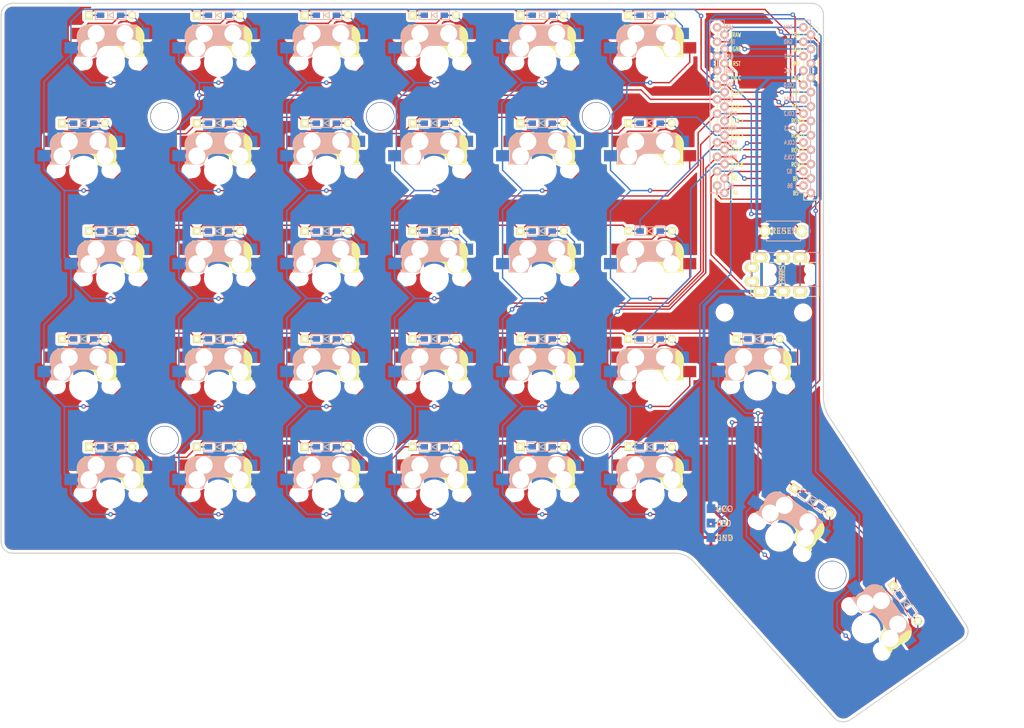
<source format=kicad_pcb>
(kicad_pcb (version 20171130) (host pcbnew "(5.1.8)-1")
  (layers (0 F.Cu signal) (31 B.Cu signal) (34 B.Paste user) (35 F.Paste user) (36 B.SilkS user) (37 F.SilkS user) (38 B.Mask user) (39 F.Mask user) (44 Edge.Cuts user))
  (net 0 "")
  (net 1 row0)
  (net 2 "Net-(D1-Pad2)")
  (net 3 "Net-(D2-Pad2)")
  (net 4 "Net-(D3-Pad2)")
  (net 5 "Net-(D4-Pad2)")
  (net 6 "Net-(D5-Pad2)")
  (net 7 "Net-(D6-Pad2)")
  (net 8 "Net-(D7-Pad2)")
  (net 9 row1)
  (net 10 "Net-(D8-Pad2)")
  (net 11 "Net-(D9-Pad2)")
  (net 12 "Net-(D10-Pad2)")
  (net 13 "Net-(D11-Pad2)")
  (net 14 "Net-(D12-Pad2)")
  (net 15 row2)
  (net 16 "Net-(D13-Pad2)")
  (net 17 "Net-(D14-Pad2)")
  (net 18 "Net-(D15-Pad2)")
  (net 19 "Net-(D16-Pad2)")
  (net 20 "Net-(D17-Pad2)")
  (net 21 "Net-(D18-Pad2)")
  (net 22 row3)
  (net 23 "Net-(D19-Pad2)")
  (net 24 "Net-(D20-Pad2)")
  (net 25 "Net-(D21-Pad2)")
  (net 26 "Net-(D22-Pad2)")
  (net 27 "Net-(D23-Pad2)")
  (net 28 "Net-(D24-Pad2)")
  (net 29 "Net-(D25-Pad2)")
  (net 30 row4)
  (net 31 "Net-(D26-Pad2)")
  (net 32 "Net-(D27-Pad2)")
  (net 33 "Net-(D28-Pad2)")
  (net 34 "Net-(D29-Pad2)")
  (net 35 "Net-(D30-Pad2)")
  (net 36 "Net-(D31-Pad2)")
  (net 37 "Net-(D32-Pad2)")
  (net 38 "Net-(D33-Pad2)")
  (net 39 data)
  (net 40 GND)
  (net 41 VCC)
  (net 42 led)
  (net 43 reset)
  (net 44 col0)
  (net 45 col1)
  (net 46 col2)
  (net 47 col3)
  (net 48 col4)
  (net 49 col5)
  (net 50 col6)
  (net 51 col7)
  (net 52 "Net-(J1-PadA)")
  (net 53 "Net-(U1-Pad24)")
  (net 54 "Net-(U1-Pad20)")
  (net 55 "Net-(U1-Pad19)")
  (net 56 "Net-(U1-Pad13)")
  (module kbd:ProMicro_v2 (layer B.Cu) (at 160.99 39.99 180)
    (fp_text reference U1 hide)
    (fp_text value ProMicro hide)
    (fp_text user "" (at -0.5 17.25) (layer B.SilkS) (effects (justify mirror)))
    (fp_text user "" (at -1.2065 16.256) (layer F.SilkS))
    (fp_text user RAW (at -4.8655 14.478) (layer B.SilkS) (effects (font (size 0.75 0.5) (thickness 0.125)) (justify mirror)))
    (fp_text user LED (at 5.5 14.478) (layer B.SilkS) (effects (font (size 0.75 0.5) (thickness 0.125)) (justify mirror)))
    (fp_text user GND (at -4.8655 11.938) (layer B.SilkS) (effects (font (size 0.75 0.5) (thickness 0.125)) (justify mirror)))
    (fp_text user DATA (at 5.35 11.95) (layer B.SilkS) (effects (font (size 0.75 0.5) (thickness 0.125)) (justify mirror)))
    (fp_text user RST (at -4.8655 9.3345) (layer B.SilkS) (effects (font (size 0.75 0.5) (thickness 0.125)) (justify mirror)))
    (fp_text user GND (at 5.5245 9.3345) (layer B.SilkS) (effects (font (size 0.75 0.5) (thickness 0.125)) (justify mirror)))
    (fp_text user VCC (at -4.8655 6.858) (layer B.SilkS) (effects (font (size 0.75 0.5) (thickness 0.125)) (justify mirror)))
    (fp_text user GND (at 5.461 6.7945) (layer B.SilkS) (effects (font (size 0.75 0.5) (thickness 0.125)) (justify mirror)))
    (fp_text user COL3 (at -5.15 -3.35) (layer B.SilkS) (effects (font (size 0.75 0.5) (thickness 0.125)) (justify mirror)))
    (fp_text user ROW0 (at 5.2 -0.8) (layer B.SilkS) (effects (font (size 0.75 0.5) (thickness 0.125)) (justify mirror)))
    (fp_text user COL2 (at -5.05 -0.762) (layer B.SilkS) (effects (font (size 0.75 0.5) (thickness 0.125)) (justify mirror)))
    (fp_text user SCL (at 5.461 1.778) (layer B.SilkS) (effects (font (size 0.75 0.5) (thickness 0.125)) (justify mirror)))
    (fp_text user COL1 (at -5 1.778) (layer B.SilkS) (effects (font (size 0.75 0.5) (thickness 0.125)) (justify mirror)))
    (fp_text user SDA (at 5.461 4.318) (layer B.SilkS) (effects (font (size 0.75 0.5) (thickness 0.125)) (justify mirror)))
    (fp_text user COL0 (at -5.05 4.3) (layer B.SilkS) (effects (font (size 0.75 0.5) (thickness 0.125)) (justify mirror)))
    (fp_text user B6 (at -5.2 -13.5) (layer B.SilkS) (effects (font (size 0.75 0.5) (thickness 0.125)) (justify mirror)))
    (fp_text user B5 (at 5.2 -13.5255) (layer B.SilkS) (effects (font (size 0.75 0.5) (thickness 0.125)) (justify mirror)))
    (fp_text user B4 (at 5.2 -10.922) (layer B.SilkS) (effects (font (size 0.75 0.5) (thickness 0.125)) (justify mirror)))
    (fp_text user B2 (at -5.1 -10.95) (layer B.SilkS) (effects (font (size 0.75 0.5) (thickness 0.125)) (justify mirror)))
    (fp_text user ROW3 (at 5.2 -8.4455) (layer B.SilkS) (effects (font (size 0.75 0.5) (thickness 0.125)) (justify mirror)))
    (fp_text user COL5 (at -5.1 -8.4455) (layer B.SilkS) (effects (font (size 0.75 0.5) (thickness 0.125)) (justify mirror)))
    (fp_text user ROW2 (at 5.2 -5.85) (layer B.SilkS) (effects (font (size 0.75 0.5) (thickness 0.125)) (justify mirror)))
    (fp_text user COL4 (at -5.1 -5.85) (layer B.SilkS) (effects (font (size 0.75 0.5) (thickness 0.125)) (justify mirror)))
    (fp_text user ROW1 (at 5.25 -3.302) (layer B.SilkS) (effects (font (size 0.75 0.5) (thickness 0.125)) (justify mirror)))
    (fp_text user ROW1 (at -6.45 -4.6355) (layer F.SilkS) (effects (font (size 0.75 0.5) (thickness 0.125))))
    (fp_text user COL4 (at 3.95 -7.112) (layer F.SilkS) (effects (font (size 0.75 0.5) (thickness 0.125))))
    (fp_text user ROW2 (at -6.45 -7.239) (layer F.SilkS) (effects (font (size 0.75 0.5) (thickness 0.125))))
    (fp_text user COL5 (at 4 -9.75) (layer F.SilkS) (effects (font (size 0.75 0.5) (thickness 0.125))))
    (fp_text user ROW3 (at -6.45 -9.75) (layer F.SilkS) (effects (font (size 0.75 0.5) (thickness 0.125))))
    (fp_text user B2 (at 4.5085 -12.1285) (layer F.SilkS) (effects (font (size 0.75 0.5) (thickness 0.125))))
    (fp_text user B4 (at -6.199 -12.2555) (layer F.SilkS) (effects (font (size 0.75 0.5) (thickness 0.125))))
    (fp_text user B5 (at -6.199 -14.7955) (layer F.SilkS) (effects (font (size 0.75 0.5) (thickness 0.125))))
    (fp_text user B6 (at 4.445 -14.732) (layer F.SilkS) (effects (font (size 0.75 0.5) (thickness 0.125))))
    (fp_text user COL0 (at 4 2.95) (layer F.SilkS) (effects (font (size 0.75 0.5) (thickness 0.125))))
    (fp_text user SDA (at -6.199 2.9845) (layer F.SilkS) (effects (font (size 0.75 0.5) (thickness 0.125))))
    (fp_text user COL1 (at 4 0.4445) (layer F.SilkS) (effects (font (size 0.75 0.5) (thickness 0.125))))
    (fp_text user SCL (at -6.199 0.4445) (layer F.SilkS) (effects (font (size 0.75 0.5) (thickness 0.125))))
    (fp_text user COL2 (at 4 -2.1) (layer F.SilkS) (effects (font (size 0.75 0.5) (thickness 0.125))))
    (fp_text user ROW0 (at -6.45 -2.032) (layer F.SilkS) (effects (font (size 0.75 0.5) (thickness 0.125))))
    (fp_text user COL3 (at 4 -4.6) (layer F.SilkS) (effects (font (size 0.75 0.5) (thickness 0.125))))
    (fp_text user GND (at -6.199 5.5245) (layer F.SilkS) (effects (font (size 0.75 0.5) (thickness 0.125))))
    (fp_text user VCC (at 4.1275 5.5245) (layer F.SilkS) (effects (font (size 0.75 0.5) (thickness 0.125))))
    (fp_text user GND (at -6.199 8.0645) (layer F.SilkS) (effects (font (size 0.75 0.5) (thickness 0.125))))
    (fp_text user RST (at 4.191 8.0645) (layer F.SilkS) (effects (font (size 0.75 0.5) (thickness 0.125))))
    (fp_text user DATA (at -6.35 10.5) (layer F.SilkS) (effects (font (size 0.75 0.5) (thickness 0.125))))
    (fp_text user GND (at 4.1275 10.668) (layer F.SilkS) (effects (font (size 0.75 0.5) (thickness 0.125))))
    (fp_text user LED (at -6.199 13.1445) (layer F.SilkS) (effects (font (size 0.75 0.5) (thickness 0.125))))
    (fp_text user RAW (at 4.191 13.1445) (layer F.SilkS) (effects (font (size 0.75 0.5) (thickness 0.125))))
    (pad 24 thru_hole circle (at 6.35 13.208 180) (size 1.524 1.524) (drill 0.8128) (layers *.Cu *.Mask B.SilkS) (net 53 "Net-(U1-Pad24)"))
    (pad 23 thru_hole circle (at 6.35 10.668 180) (size 1.524 1.524) (drill 0.8128) (layers *.Cu *.Mask B.SilkS) (net 40 GND))
    (pad 22 thru_hole circle (at 6.35 8.128 180) (size 1.524 1.524) (drill 0.8128) (layers *.Cu *.Mask B.SilkS) (net 43 reset))
    (pad 21 thru_hole circle (at 6.35 5.588 180) (size 1.524 1.524) (drill 0.8128) (layers *.Cu *.Mask B.SilkS) (net 41 VCC))
    (pad 20 thru_hole circle (at 6.35 3.048 180) (size 1.524 1.524) (drill 0.8128) (layers *.Cu *.Mask B.SilkS) (net 54 "Net-(U1-Pad20)"))
    (pad 19 thru_hole circle (at 6.35 0.508 180) (size 1.524 1.524) (drill 0.8128) (layers *.Cu *.Mask B.SilkS) (net 55 "Net-(U1-Pad19)"))
    (pad 18 thru_hole circle (at 6.35 -2.032 180) (size 1.524 1.524) (drill 0.8128) (layers *.Cu *.Mask B.SilkS) (net 1 row0))
    (pad 17 thru_hole circle (at 6.35 -4.572 180) (size 1.524 1.524) (drill 0.8128) (layers *.Cu *.Mask B.SilkS) (net 9 row1))
    (pad 16 thru_hole circle (at 6.35 -7.112 180) (size 1.524 1.524) (drill 0.8128) (layers *.Cu *.Mask B.SilkS) (net 15 row2))
    (pad 15 thru_hole circle (at 6.35 -9.652 180) (size 1.524 1.524) (drill 0.8128) (layers *.Cu *.Mask B.SilkS) (net 22 row3))
    (pad 14 thru_hole circle (at 6.35 -12.192 180) (size 1.524 1.524) (drill 0.8128) (layers *.Cu *.Mask B.SilkS) (net 30 row4))
    (pad 13 thru_hole circle (at 6.35 -14.732 180) (size 1.524 1.524) (drill 0.8128) (layers *.Cu *.Mask B.SilkS) (net 56 "Net-(U1-Pad13)"))
    (pad 12 thru_hole circle (at -8.89 -14.732 180) (size 1.524 1.524) (drill 0.8128) (layers *.Cu *.Mask B.SilkS) (net 51 col7))
    (pad 11 thru_hole circle (at -8.89 -12.192 180) (size 1.524 1.524) (drill 0.8128) (layers *.Cu *.Mask B.SilkS) (net 50 col6))
    (pad 10 thru_hole circle (at -8.89 -9.652 180) (size 1.524 1.524) (drill 0.8128) (layers *.Cu *.Mask B.SilkS) (net 49 col5))
    (pad 9 thru_hole circle (at -8.89 -7.112 180) (size 1.524 1.524) (drill 0.8128) (layers *.Cu *.Mask B.SilkS) (net 48 col4))
    (pad 8 thru_hole circle (at -8.89 -4.572 180) (size 1.524 1.524) (drill 0.8128) (layers *.Cu *.Mask B.SilkS) (net 47 col3))
    (pad 7 thru_hole circle (at -8.89 -2.032 180) (size 1.524 1.524) (drill 0.8128) (layers *.Cu *.Mask B.SilkS) (net 46 col2))
    (pad 6 thru_hole circle (at -8.89 0.508 180) (size 1.524 1.524) (drill 0.8128) (layers *.Cu *.Mask B.SilkS) (net 45 col1))
    (pad 5 thru_hole circle (at -8.89 3.048 180) (size 1.524 1.524) (drill 0.8128) (layers *.Cu *.Mask B.SilkS) (net 44 col0))
    (pad 4 thru_hole circle (at -8.89 5.588 180) (size 1.524 1.524) (drill 0.8128) (layers *.Cu *.Mask B.SilkS) (net 40 GND))
    (pad 3 thru_hole circle (at -8.89 8.128 180) (size 1.524 1.524) (drill 0.8128) (layers *.Cu *.Mask B.SilkS) (net 40 GND))
    (pad 2 thru_hole circle (at -8.89 10.668 180) (size 1.524 1.524) (drill 0.8128) (layers *.Cu *.Mask B.SilkS) (net 39 data))
    (pad 1 thru_hole circle (at -8.89 13.208 180) (size 1.524 1.524) (drill 0.8128) (layers *.Cu *.Mask B.SilkS) (net 42 led))
    (pad 1 thru_hole circle (at 7.6564 14.478 180) (size 1.524 1.524) (drill 0.8128) (layers *.Cu *.Mask B.SilkS) (net 42 led))
    (pad 2 thru_hole circle (at 7.6564 11.938 180) (size 1.524 1.524) (drill 0.8128) (layers *.Cu *.Mask B.SilkS) (net 39 data))
    (pad 3 thru_hole circle (at 7.6564 9.398 180) (size 1.524 1.524) (drill 0.8128) (layers *.Cu *.Mask B.SilkS) (net 40 GND))
    (pad 4 thru_hole circle (at 7.6564 6.858 180) (size 1.524 1.524) (drill 0.8128) (layers *.Cu *.Mask B.SilkS) (net 40 GND))
    (pad 5 thru_hole circle (at 7.6564 4.318 180) (size 1.524 1.524) (drill 0.8128) (layers *.Cu *.Mask B.SilkS) (net 44 col0))
    (pad 6 thru_hole circle (at 7.6564 1.778 180) (size 1.524 1.524) (drill 0.8128) (layers *.Cu *.Mask B.SilkS) (net 45 col1))
    (pad 7 thru_hole circle (at 7.6564 -0.762 180) (size 1.524 1.524) (drill 0.8128) (layers *.Cu *.Mask B.SilkS) (net 46 col2))
    (pad 8 thru_hole circle (at 7.6564 -3.302 180) (size 1.524 1.524) (drill 0.8128) (layers *.Cu *.Mask B.SilkS) (net 47 col3))
    (pad 9 thru_hole circle (at 7.6564 -5.842 180) (size 1.524 1.524) (drill 0.8128) (layers *.Cu *.Mask B.SilkS) (net 48 col4))
    (pad 10 thru_hole circle (at 7.6564 -8.382 180) (size 1.524 1.524) (drill 0.8128) (layers *.Cu *.Mask B.SilkS) (net 49 col5))
    (pad 11 thru_hole circle (at 7.6564 -10.922 180) (size 1.524 1.524) (drill 0.8128) (layers *.Cu *.Mask B.SilkS) (net 50 col6))
    (pad 12 thru_hole circle (at 7.6564 -13.462 180) (size 1.524 1.524) (drill 0.8128) (layers *.Cu *.Mask B.SilkS) (net 51 col7))
    (pad 13 thru_hole circle (at -7.5636 -13.462 180) (size 1.524 1.524) (drill 0.8128) (layers *.Cu *.Mask B.SilkS) (net 56 "Net-(U1-Pad13)"))
    (pad 14 thru_hole circle (at -7.5636 -10.922 180) (size 1.524 1.524) (drill 0.8128) (layers *.Cu *.Mask B.SilkS) (net 30 row4))
    (pad 15 thru_hole circle (at -7.5636 -8.382 180) (size 1.524 1.524) (drill 0.8128) (layers *.Cu *.Mask B.SilkS) (net 22 row3))
    (pad 16 thru_hole circle (at -7.5636 -5.842 180) (size 1.524 1.524) (drill 0.8128) (layers *.Cu *.Mask B.SilkS) (net 15 row2))
    (pad 17 thru_hole circle (at -7.5636 -3.302 180) (size 1.524 1.524) (drill 0.8128) (layers *.Cu *.Mask B.SilkS) (net 9 row1))
    (pad 18 thru_hole circle (at -7.5636 -0.762 180) (size 1.524 1.524) (drill 0.8128) (layers *.Cu *.Mask B.SilkS) (net 1 row0))
    (pad 19 thru_hole circle (at -7.5636 1.778 180) (size 1.524 1.524) (drill 0.8128) (layers *.Cu *.Mask B.SilkS) (net 55 "Net-(U1-Pad19)"))
    (pad 20 thru_hole circle (at -7.5636 4.318 180) (size 1.524 1.524) (drill 0.8128) (layers *.Cu *.Mask B.SilkS) (net 54 "Net-(U1-Pad20)"))
    (pad 21 thru_hole circle (at -7.5636 6.858 180) (size 1.524 1.524) (drill 0.8128) (layers *.Cu *.Mask B.SilkS) (net 41 VCC))
    (pad 22 thru_hole circle (at -7.5636 9.398 180) (size 1.524 1.524) (drill 0.8128) (layers *.Cu *.Mask B.SilkS) (net 43 reset))
    (pad 23 thru_hole circle (at -7.5636 11.938 180) (size 1.524 1.524) (drill 0.8128) (layers *.Cu *.Mask B.SilkS) (net 40 GND))
    (pad 24 thru_hole circle (at -7.5636 14.478 180) (size 1.524 1.524) (drill 0.8128) (layers *.Cu *.Mask B.SilkS) (net 53 "Net-(U1-Pad24)"))
  )
  (module kbd:D3_TH_SMD (layer F.Cu) (at 84.3502 80.5156)
    (fp_text reference D21 hide)
    (fp_text value D hide)
    (pad 2 smd rect (at 1.775 0) (size 1.3 0.95) (layers F.Cu F.Paste F.Mask) (net 25 "Net-(D21-Pad2)"))
    (pad 2 thru_hole circle (at 3.81 0) (size 1.397 1.397) (drill 0.8128) (layers *.Cu *.Mask F.SilkS) (net 25 "Net-(D21-Pad2)"))
    (pad 1 thru_hole rect (at -3.81 0) (size 1.397 1.397) (drill 0.8128) (layers *.Cu *.Mask F.SilkS) (net 22 row3))
    (pad 1 smd rect (at -1.775 0) (size 1.3 0.95) (layers B.Cu B.Paste B.Mask) (net 22 row3))
    (pad 2 smd rect (at 1.775 0) (size 1.3 0.95) (layers B.Cu B.Paste B.Mask) (net 25 "Net-(D21-Pad2)"))
    (pad 1 smd rect (at -1.775 0) (size 1.3 0.95) (layers F.Cu F.Paste F.Mask) (net 22 row3))
  )
  (module kbd:D3_TH_SMD (layer F.Cu) (at 186.572 127.214 305)
    (fp_text reference D33 hide)
    (fp_text value D hide)
    (pad 2 smd rect (at 1.775 0 305) (size 1.3 0.95) (layers F.Cu F.Paste F.Mask) (net 38 "Net-(D33-Pad2)"))
    (pad 2 thru_hole circle (at 3.81 0 305) (size 1.397 1.397) (drill 0.8128) (layers *.Cu *.Mask F.SilkS) (net 38 "Net-(D33-Pad2)"))
    (pad 1 thru_hole rect (at -3.81 0 305) (size 1.397 1.397) (drill 0.8128) (layers *.Cu *.Mask F.SilkS) (net 30 row4))
    (pad 1 smd rect (at -1.775 0 305) (size 1.3 0.95) (layers B.Cu B.Paste B.Mask) (net 30 row4))
    (pad 2 smd rect (at 1.775 0 305) (size 1.3 0.95) (layers B.Cu B.Paste B.Mask) (net 38 "Net-(D33-Pad2)"))
    (pad 1 smd rect (at -1.775 0 305) (size 1.3 0.95) (layers F.Cu F.Paste F.Mask) (net 30 row4))
  )
  (module kbd:D3_TH_SMD (layer F.Cu) (at 170.076 109.091 325)
    (fp_text reference D32 hide)
    (fp_text value D hide)
    (pad 2 smd rect (at 1.775 0 325) (size 1.3 0.95) (layers F.Cu F.Paste F.Mask) (net 37 "Net-(D32-Pad2)"))
    (pad 2 thru_hole circle (at 3.81 0 325) (size 1.397 1.397) (drill 0.8128) (layers *.Cu *.Mask F.SilkS) (net 37 "Net-(D32-Pad2)"))
    (pad 1 thru_hole rect (at -3.81 0 325) (size 1.397 1.397) (drill 0.8128) (layers *.Cu *.Mask F.SilkS) (net 30 row4))
    (pad 1 smd rect (at -1.775 0 325) (size 1.3 0.95) (layers B.Cu B.Paste B.Mask) (net 30 row4))
    (pad 2 smd rect (at 1.775 0 325) (size 1.3 0.95) (layers B.Cu B.Paste B.Mask) (net 37 "Net-(D32-Pad2)"))
    (pad 1 smd rect (at -1.775 0 325) (size 1.3 0.95) (layers F.Cu F.Paste F.Mask) (net 30 row4))
  )
  (module kbd:D3_TH_SMD (layer F.Cu) (at 141.5 99.5656)
    (fp_text reference D31 hide)
    (fp_text value D hide)
    (pad 2 smd rect (at 1.775 0) (size 1.3 0.95) (layers F.Cu F.Paste F.Mask) (net 36 "Net-(D31-Pad2)"))
    (pad 2 thru_hole circle (at 3.81 0) (size 1.397 1.397) (drill 0.8128) (layers *.Cu *.Mask F.SilkS) (net 36 "Net-(D31-Pad2)"))
    (pad 1 thru_hole rect (at -3.81 0) (size 1.397 1.397) (drill 0.8128) (layers *.Cu *.Mask F.SilkS) (net 30 row4))
    (pad 1 smd rect (at -1.775 0) (size 1.3 0.95) (layers B.Cu B.Paste B.Mask) (net 30 row4))
    (pad 2 smd rect (at 1.775 0) (size 1.3 0.95) (layers B.Cu B.Paste B.Mask) (net 36 "Net-(D31-Pad2)"))
    (pad 1 smd rect (at -1.775 0) (size 1.3 0.95) (layers F.Cu F.Paste F.Mask) (net 30 row4))
  )
  (module kbd:D3_TH_SMD (layer F.Cu) (at 122.45 99.5656)
    (fp_text reference D30 hide)
    (fp_text value D hide)
    (pad 2 smd rect (at 1.775 0) (size 1.3 0.95) (layers F.Cu F.Paste F.Mask) (net 35 "Net-(D30-Pad2)"))
    (pad 2 thru_hole circle (at 3.81 0) (size 1.397 1.397) (drill 0.8128) (layers *.Cu *.Mask F.SilkS) (net 35 "Net-(D30-Pad2)"))
    (pad 1 thru_hole rect (at -3.81 0) (size 1.397 1.397) (drill 0.8128) (layers *.Cu *.Mask F.SilkS) (net 30 row4))
    (pad 1 smd rect (at -1.775 0) (size 1.3 0.95) (layers B.Cu B.Paste B.Mask) (net 30 row4))
    (pad 2 smd rect (at 1.775 0) (size 1.3 0.95) (layers B.Cu B.Paste B.Mask) (net 35 "Net-(D30-Pad2)"))
    (pad 1 smd rect (at -1.775 0) (size 1.3 0.95) (layers F.Cu F.Paste F.Mask) (net 30 row4))
  )
  (module kbd:D3_TH_SMD (layer F.Cu) (at 103.4 99.5656)
    (fp_text reference D29 hide)
    (fp_text value D hide)
    (pad 2 smd rect (at 1.775 0) (size 1.3 0.95) (layers F.Cu F.Paste F.Mask) (net 34 "Net-(D29-Pad2)"))
    (pad 2 thru_hole circle (at 3.81 0) (size 1.397 1.397) (drill 0.8128) (layers *.Cu *.Mask F.SilkS) (net 34 "Net-(D29-Pad2)"))
    (pad 1 thru_hole rect (at -3.81 0) (size 1.397 1.397) (drill 0.8128) (layers *.Cu *.Mask F.SilkS) (net 30 row4))
    (pad 1 smd rect (at -1.775 0) (size 1.3 0.95) (layers B.Cu B.Paste B.Mask) (net 30 row4))
    (pad 2 smd rect (at 1.775 0) (size 1.3 0.95) (layers B.Cu B.Paste B.Mask) (net 34 "Net-(D29-Pad2)"))
    (pad 1 smd rect (at -1.775 0) (size 1.3 0.95) (layers F.Cu F.Paste F.Mask) (net 30 row4))
  )
  (module kbd:D3_TH_SMD (layer F.Cu) (at 84.3502 99.5659)
    (fp_text reference D28 hide)
    (fp_text value D hide)
    (pad 2 smd rect (at 1.775 0) (size 1.3 0.95) (layers F.Cu F.Paste F.Mask) (net 33 "Net-(D28-Pad2)"))
    (pad 2 thru_hole circle (at 3.81 0) (size 1.397 1.397) (drill 0.8128) (layers *.Cu *.Mask F.SilkS) (net 33 "Net-(D28-Pad2)"))
    (pad 1 thru_hole rect (at -3.81 0) (size 1.397 1.397) (drill 0.8128) (layers *.Cu *.Mask F.SilkS) (net 30 row4))
    (pad 1 smd rect (at -1.775 0) (size 1.3 0.95) (layers B.Cu B.Paste B.Mask) (net 30 row4))
    (pad 2 smd rect (at 1.775 0) (size 1.3 0.95) (layers B.Cu B.Paste B.Mask) (net 33 "Net-(D28-Pad2)"))
    (pad 1 smd rect (at -1.775 0) (size 1.3 0.95) (layers F.Cu F.Paste F.Mask) (net 30 row4))
  )
  (module kbd:D3_TH_SMD (layer F.Cu) (at 65.3001 99.5656)
    (fp_text reference D27 hide)
    (fp_text value D hide)
    (pad 2 smd rect (at 1.775 0) (size 1.3 0.95) (layers F.Cu F.Paste F.Mask) (net 32 "Net-(D27-Pad2)"))
    (pad 2 thru_hole circle (at 3.81 0) (size 1.397 1.397) (drill 0.8128) (layers *.Cu *.Mask F.SilkS) (net 32 "Net-(D27-Pad2)"))
    (pad 1 thru_hole rect (at -3.81 0) (size 1.397 1.397) (drill 0.8128) (layers *.Cu *.Mask F.SilkS) (net 30 row4))
    (pad 1 smd rect (at -1.775 0) (size 1.3 0.95) (layers B.Cu B.Paste B.Mask) (net 30 row4))
    (pad 2 smd rect (at 1.775 0) (size 1.3 0.95) (layers B.Cu B.Paste B.Mask) (net 32 "Net-(D27-Pad2)"))
    (pad 1 smd rect (at -1.775 0) (size 1.3 0.95) (layers F.Cu F.Paste F.Mask) (net 30 row4))
  )
  (module kbd:D3_TH_SMD (layer F.Cu) (at 46.25 99.5659)
    (fp_text reference D26 hide)
    (fp_text value D hide)
    (pad 2 smd rect (at 1.775 0) (size 1.3 0.95) (layers F.Cu F.Paste F.Mask) (net 31 "Net-(D26-Pad2)"))
    (pad 2 thru_hole circle (at 3.81 0) (size 1.397 1.397) (drill 0.8128) (layers *.Cu *.Mask F.SilkS) (net 31 "Net-(D26-Pad2)"))
    (pad 1 thru_hole rect (at -3.81 0) (size 1.397 1.397) (drill 0.8128) (layers *.Cu *.Mask F.SilkS) (net 30 row4))
    (pad 1 smd rect (at -1.775 0) (size 1.3 0.95) (layers B.Cu B.Paste B.Mask) (net 30 row4))
    (pad 2 smd rect (at 1.775 0) (size 1.3 0.95) (layers B.Cu B.Paste B.Mask) (net 31 "Net-(D26-Pad2)"))
    (pad 1 smd rect (at -1.775 0) (size 1.3 0.95) (layers F.Cu F.Paste F.Mask) (net 30 row4))
  )
  (module kbd:D3_TH_SMD (layer F.Cu) (at 160.55 80.5156)
    (fp_text reference D25 hide)
    (fp_text value D hide)
    (pad 2 smd rect (at 1.775 0) (size 1.3 0.95) (layers F.Cu F.Paste F.Mask) (net 29 "Net-(D25-Pad2)"))
    (pad 2 thru_hole circle (at 3.81 0) (size 1.397 1.397) (drill 0.8128) (layers *.Cu *.Mask F.SilkS) (net 29 "Net-(D25-Pad2)"))
    (pad 1 thru_hole rect (at -3.81 0) (size 1.397 1.397) (drill 0.8128) (layers *.Cu *.Mask F.SilkS) (net 22 row3))
    (pad 1 smd rect (at -1.775 0) (size 1.3 0.95) (layers B.Cu B.Paste B.Mask) (net 22 row3))
    (pad 2 smd rect (at 1.775 0) (size 1.3 0.95) (layers B.Cu B.Paste B.Mask) (net 29 "Net-(D25-Pad2)"))
    (pad 1 smd rect (at -1.775 0) (size 1.3 0.95) (layers F.Cu F.Paste F.Mask) (net 22 row3))
  )
  (module kbd:D3_TH_SMD (layer F.Cu) (at 141.5 80.5158)
    (fp_text reference D24 hide)
    (fp_text value D hide)
    (pad 2 smd rect (at 1.775 0) (size 1.3 0.95) (layers F.Cu F.Paste F.Mask) (net 28 "Net-(D24-Pad2)"))
    (pad 2 thru_hole circle (at 3.81 0) (size 1.397 1.397) (drill 0.8128) (layers *.Cu *.Mask F.SilkS) (net 28 "Net-(D24-Pad2)"))
    (pad 1 thru_hole rect (at -3.81 0) (size 1.397 1.397) (drill 0.8128) (layers *.Cu *.Mask F.SilkS) (net 22 row3))
    (pad 1 smd rect (at -1.775 0) (size 1.3 0.95) (layers B.Cu B.Paste B.Mask) (net 22 row3))
    (pad 2 smd rect (at 1.775 0) (size 1.3 0.95) (layers B.Cu B.Paste B.Mask) (net 28 "Net-(D24-Pad2)"))
    (pad 1 smd rect (at -1.775 0) (size 1.3 0.95) (layers F.Cu F.Paste F.Mask) (net 22 row3))
  )
  (module kbd:D3_TH_SMD (layer F.Cu) (at 122.45 80.5156)
    (fp_text reference D23 hide)
    (fp_text value D hide)
    (pad 2 smd rect (at 1.775 0) (size 1.3 0.95) (layers F.Cu F.Paste F.Mask) (net 27 "Net-(D23-Pad2)"))
    (pad 2 thru_hole circle (at 3.81 0) (size 1.397 1.397) (drill 0.8128) (layers *.Cu *.Mask F.SilkS) (net 27 "Net-(D23-Pad2)"))
    (pad 1 thru_hole rect (at -3.81 0) (size 1.397 1.397) (drill 0.8128) (layers *.Cu *.Mask F.SilkS) (net 22 row3))
    (pad 1 smd rect (at -1.775 0) (size 1.3 0.95) (layers B.Cu B.Paste B.Mask) (net 22 row3))
    (pad 2 smd rect (at 1.775 0) (size 1.3 0.95) (layers B.Cu B.Paste B.Mask) (net 27 "Net-(D23-Pad2)"))
    (pad 1 smd rect (at -1.775 0) (size 1.3 0.95) (layers F.Cu F.Paste F.Mask) (net 22 row3))
  )
  (module kbd:D3_TH_SMD (layer F.Cu) (at 103.4 80.5156)
    (fp_text reference D22 hide)
    (fp_text value D hide)
    (pad 2 smd rect (at 1.775 0) (size 1.3 0.95) (layers F.Cu F.Paste F.Mask) (net 26 "Net-(D22-Pad2)"))
    (pad 2 thru_hole circle (at 3.81 0) (size 1.397 1.397) (drill 0.8128) (layers *.Cu *.Mask F.SilkS) (net 26 "Net-(D22-Pad2)"))
    (pad 1 thru_hole rect (at -3.81 0) (size 1.397 1.397) (drill 0.8128) (layers *.Cu *.Mask F.SilkS) (net 22 row3))
    (pad 1 smd rect (at -1.775 0) (size 1.3 0.95) (layers B.Cu B.Paste B.Mask) (net 22 row3))
    (pad 2 smd rect (at 1.775 0) (size 1.3 0.95) (layers B.Cu B.Paste B.Mask) (net 26 "Net-(D22-Pad2)"))
    (pad 1 smd rect (at -1.775 0) (size 1.3 0.95) (layers F.Cu F.Paste F.Mask) (net 22 row3))
  )
  (module kbd:D3_TH_SMD (layer F.Cu) (at 65.3001 80.5156)
    (fp_text reference D20 hide)
    (fp_text value D hide)
    (pad 2 smd rect (at 1.775 0) (size 1.3 0.95) (layers F.Cu F.Paste F.Mask) (net 24 "Net-(D20-Pad2)"))
    (pad 2 thru_hole circle (at 3.81 0) (size 1.397 1.397) (drill 0.8128) (layers *.Cu *.Mask F.SilkS) (net 24 "Net-(D20-Pad2)"))
    (pad 1 thru_hole rect (at -3.81 0) (size 1.397 1.397) (drill 0.8128) (layers *.Cu *.Mask F.SilkS) (net 22 row3))
    (pad 1 smd rect (at -1.775 0) (size 1.3 0.95) (layers B.Cu B.Paste B.Mask) (net 22 row3))
    (pad 2 smd rect (at 1.775 0) (size 1.3 0.95) (layers B.Cu B.Paste B.Mask) (net 24 "Net-(D20-Pad2)"))
    (pad 1 smd rect (at -1.775 0) (size 1.3 0.95) (layers F.Cu F.Paste F.Mask) (net 22 row3))
  )
  (module kbd:D3_TH_SMD (layer F.Cu) (at 41.4875 80.5158)
    (fp_text reference D19 hide)
    (fp_text value D hide)
    (pad 2 smd rect (at 1.775 0) (size 1.3 0.95) (layers F.Cu F.Paste F.Mask) (net 23 "Net-(D19-Pad2)"))
    (pad 2 thru_hole circle (at 3.81 0) (size 1.397 1.397) (drill 0.8128) (layers *.Cu *.Mask F.SilkS) (net 23 "Net-(D19-Pad2)"))
    (pad 1 thru_hole rect (at -3.81 0) (size 1.397 1.397) (drill 0.8128) (layers *.Cu *.Mask F.SilkS) (net 22 row3))
    (pad 1 smd rect (at -1.775 0) (size 1.3 0.95) (layers B.Cu B.Paste B.Mask) (net 22 row3))
    (pad 2 smd rect (at 1.775 0) (size 1.3 0.95) (layers B.Cu B.Paste B.Mask) (net 23 "Net-(D19-Pad2)"))
    (pad 1 smd rect (at -1.775 0) (size 1.3 0.95) (layers F.Cu F.Paste F.Mask) (net 22 row3))
  )
  (module kbd:D3_TH_SMD (layer F.Cu) (at 141.5 61.4656)
    (fp_text reference D18 hide)
    (fp_text value D hide)
    (pad 2 smd rect (at 1.775 0) (size 1.3 0.95) (layers F.Cu F.Paste F.Mask) (net 21 "Net-(D18-Pad2)"))
    (pad 2 thru_hole circle (at 3.81 0) (size 1.397 1.397) (drill 0.8128) (layers *.Cu *.Mask F.SilkS) (net 21 "Net-(D18-Pad2)"))
    (pad 1 thru_hole rect (at -3.81 0) (size 1.397 1.397) (drill 0.8128) (layers *.Cu *.Mask F.SilkS) (net 15 row2))
    (pad 1 smd rect (at -1.775 0) (size 1.3 0.95) (layers B.Cu B.Paste B.Mask) (net 15 row2))
    (pad 2 smd rect (at 1.775 0) (size 1.3 0.95) (layers B.Cu B.Paste B.Mask) (net 21 "Net-(D18-Pad2)"))
    (pad 1 smd rect (at -1.775 0) (size 1.3 0.95) (layers F.Cu F.Paste F.Mask) (net 15 row2))
  )
  (module kbd:D3_TH_SMD (layer F.Cu) (at 122.45 61.4656)
    (fp_text reference D17 hide)
    (fp_text value D hide)
    (pad 2 smd rect (at 1.775 0) (size 1.3 0.95) (layers F.Cu F.Paste F.Mask) (net 20 "Net-(D17-Pad2)"))
    (pad 2 thru_hole circle (at 3.81 0) (size 1.397 1.397) (drill 0.8128) (layers *.Cu *.Mask F.SilkS) (net 20 "Net-(D17-Pad2)"))
    (pad 1 thru_hole rect (at -3.81 0) (size 1.397 1.397) (drill 0.8128) (layers *.Cu *.Mask F.SilkS) (net 15 row2))
    (pad 1 smd rect (at -1.775 0) (size 1.3 0.95) (layers B.Cu B.Paste B.Mask) (net 15 row2))
    (pad 2 smd rect (at 1.775 0) (size 1.3 0.95) (layers B.Cu B.Paste B.Mask) (net 20 "Net-(D17-Pad2)"))
    (pad 1 smd rect (at -1.775 0) (size 1.3 0.95) (layers F.Cu F.Paste F.Mask) (net 15 row2))
  )
  (module kbd:D3_TH_SMD (layer F.Cu) (at 103.4 61.4656)
    (fp_text reference D16 hide)
    (fp_text value D hide)
    (pad 2 smd rect (at 1.775 0) (size 1.3 0.95) (layers F.Cu F.Paste F.Mask) (net 19 "Net-(D16-Pad2)"))
    (pad 2 thru_hole circle (at 3.81 0) (size 1.397 1.397) (drill 0.8128) (layers *.Cu *.Mask F.SilkS) (net 19 "Net-(D16-Pad2)"))
    (pad 1 thru_hole rect (at -3.81 0) (size 1.397 1.397) (drill 0.8128) (layers *.Cu *.Mask F.SilkS) (net 15 row2))
    (pad 1 smd rect (at -1.775 0) (size 1.3 0.95) (layers B.Cu B.Paste B.Mask) (net 15 row2))
    (pad 2 smd rect (at 1.775 0) (size 1.3 0.95) (layers B.Cu B.Paste B.Mask) (net 19 "Net-(D16-Pad2)"))
    (pad 1 smd rect (at -1.775 0) (size 1.3 0.95) (layers F.Cu F.Paste F.Mask) (net 15 row2))
  )
  (module kbd:D3_TH_SMD (layer F.Cu) (at 84.3502 61.4656)
    (fp_text reference D15 hide)
    (fp_text value D hide)
    (pad 2 smd rect (at 1.775 0) (size 1.3 0.95) (layers F.Cu F.Paste F.Mask) (net 18 "Net-(D15-Pad2)"))
    (pad 2 thru_hole circle (at 3.81 0) (size 1.397 1.397) (drill 0.8128) (layers *.Cu *.Mask F.SilkS) (net 18 "Net-(D15-Pad2)"))
    (pad 1 thru_hole rect (at -3.81 0) (size 1.397 1.397) (drill 0.8128) (layers *.Cu *.Mask F.SilkS) (net 15 row2))
    (pad 1 smd rect (at -1.775 0) (size 1.3 0.95) (layers B.Cu B.Paste B.Mask) (net 15 row2))
    (pad 2 smd rect (at 1.775 0) (size 1.3 0.95) (layers B.Cu B.Paste B.Mask) (net 18 "Net-(D15-Pad2)"))
    (pad 1 smd rect (at -1.775 0) (size 1.3 0.95) (layers F.Cu F.Paste F.Mask) (net 15 row2))
  )
  (module kbd:D3_TH_SMD (layer F.Cu) (at 65.3001 61.4656)
    (fp_text reference D14 hide)
    (fp_text value D hide)
    (pad 2 smd rect (at 1.775 0) (size 1.3 0.95) (layers F.Cu F.Paste F.Mask) (net 17 "Net-(D14-Pad2)"))
    (pad 2 thru_hole circle (at 3.81 0) (size 1.397 1.397) (drill 0.8128) (layers *.Cu *.Mask F.SilkS) (net 17 "Net-(D14-Pad2)"))
    (pad 1 thru_hole rect (at -3.81 0) (size 1.397 1.397) (drill 0.8128) (layers *.Cu *.Mask F.SilkS) (net 15 row2))
    (pad 1 smd rect (at -1.775 0) (size 1.3 0.95) (layers B.Cu B.Paste B.Mask) (net 15 row2))
    (pad 2 smd rect (at 1.775 0) (size 1.3 0.95) (layers B.Cu B.Paste B.Mask) (net 17 "Net-(D14-Pad2)"))
    (pad 1 smd rect (at -1.775 0) (size 1.3 0.95) (layers F.Cu F.Paste F.Mask) (net 15 row2))
  )
  (module kbd:D3_TH_SMD (layer F.Cu) (at 46.25 61.4658)
    (fp_text reference D13 hide)
    (fp_text value D hide)
    (pad 2 smd rect (at 1.775 0) (size 1.3 0.95) (layers F.Cu F.Paste F.Mask) (net 16 "Net-(D13-Pad2)"))
    (pad 2 thru_hole circle (at 3.81 0) (size 1.397 1.397) (drill 0.8128) (layers *.Cu *.Mask F.SilkS) (net 16 "Net-(D13-Pad2)"))
    (pad 1 thru_hole rect (at -3.81 0) (size 1.397 1.397) (drill 0.8128) (layers *.Cu *.Mask F.SilkS) (net 15 row2))
    (pad 1 smd rect (at -1.775 0) (size 1.3 0.95) (layers B.Cu B.Paste B.Mask) (net 15 row2))
    (pad 2 smd rect (at 1.775 0) (size 1.3 0.95) (layers B.Cu B.Paste B.Mask) (net 16 "Net-(D13-Pad2)"))
    (pad 1 smd rect (at -1.775 0) (size 1.3 0.95) (layers F.Cu F.Paste F.Mask) (net 15 row2))
  )
  (module kbd:D3_TH_SMD (layer F.Cu) (at 141.5 42.4157)
    (fp_text reference D12 hide)
    (fp_text value D hide)
    (pad 2 smd rect (at 1.775 0) (size 1.3 0.95) (layers F.Cu F.Paste F.Mask) (net 14 "Net-(D12-Pad2)"))
    (pad 2 thru_hole circle (at 3.81 0) (size 1.397 1.397) (drill 0.8128) (layers *.Cu *.Mask F.SilkS) (net 14 "Net-(D12-Pad2)"))
    (pad 1 thru_hole rect (at -3.81 0) (size 1.397 1.397) (drill 0.8128) (layers *.Cu *.Mask F.SilkS) (net 9 row1))
    (pad 1 smd rect (at -1.775 0) (size 1.3 0.95) (layers B.Cu B.Paste B.Mask) (net 9 row1))
    (pad 2 smd rect (at 1.775 0) (size 1.3 0.95) (layers B.Cu B.Paste B.Mask) (net 14 "Net-(D12-Pad2)"))
    (pad 1 smd rect (at -1.775 0) (size 1.3 0.95) (layers F.Cu F.Paste F.Mask) (net 9 row1))
  )
  (module kbd:D3_TH_SMD (layer F.Cu) (at 122.45 42.4157)
    (fp_text reference D11 hide)
    (fp_text value D hide)
    (pad 2 smd rect (at 1.775 0) (size 1.3 0.95) (layers F.Cu F.Paste F.Mask) (net 13 "Net-(D11-Pad2)"))
    (pad 2 thru_hole circle (at 3.81 0) (size 1.397 1.397) (drill 0.8128) (layers *.Cu *.Mask F.SilkS) (net 13 "Net-(D11-Pad2)"))
    (pad 1 thru_hole rect (at -3.81 0) (size 1.397 1.397) (drill 0.8128) (layers *.Cu *.Mask F.SilkS) (net 9 row1))
    (pad 1 smd rect (at -1.775 0) (size 1.3 0.95) (layers B.Cu B.Paste B.Mask) (net 9 row1))
    (pad 2 smd rect (at 1.775 0) (size 1.3 0.95) (layers B.Cu B.Paste B.Mask) (net 13 "Net-(D11-Pad2)"))
    (pad 1 smd rect (at -1.775 0) (size 1.3 0.95) (layers F.Cu F.Paste F.Mask) (net 9 row1))
  )
  (module kbd:D3_TH_SMD (layer F.Cu) (at 103.4 42.4156)
    (fp_text reference D10 hide)
    (fp_text value D hide)
    (pad 2 smd rect (at 1.775 0) (size 1.3 0.95) (layers F.Cu F.Paste F.Mask) (net 12 "Net-(D10-Pad2)"))
    (pad 2 thru_hole circle (at 3.81 0) (size 1.397 1.397) (drill 0.8128) (layers *.Cu *.Mask F.SilkS) (net 12 "Net-(D10-Pad2)"))
    (pad 1 thru_hole rect (at -3.81 0) (size 1.397 1.397) (drill 0.8128) (layers *.Cu *.Mask F.SilkS) (net 9 row1))
    (pad 1 smd rect (at -1.775 0) (size 1.3 0.95) (layers B.Cu B.Paste B.Mask) (net 9 row1))
    (pad 2 smd rect (at 1.775 0) (size 1.3 0.95) (layers B.Cu B.Paste B.Mask) (net 12 "Net-(D10-Pad2)"))
    (pad 1 smd rect (at -1.775 0) (size 1.3 0.95) (layers F.Cu F.Paste F.Mask) (net 9 row1))
  )
  (module kbd:D3_TH_SMD (layer F.Cu) (at 84.3502 42.4156)
    (fp_text reference D9 hide)
    (fp_text value D hide)
    (pad 2 smd rect (at 1.775 0) (size 1.3 0.95) (layers F.Cu F.Paste F.Mask) (net 11 "Net-(D9-Pad2)"))
    (pad 2 thru_hole circle (at 3.81 0) (size 1.397 1.397) (drill 0.8128) (layers *.Cu *.Mask F.SilkS) (net 11 "Net-(D9-Pad2)"))
    (pad 1 thru_hole rect (at -3.81 0) (size 1.397 1.397) (drill 0.8128) (layers *.Cu *.Mask F.SilkS) (net 9 row1))
    (pad 1 smd rect (at -1.775 0) (size 1.3 0.95) (layers B.Cu B.Paste B.Mask) (net 9 row1))
    (pad 2 smd rect (at 1.775 0) (size 1.3 0.95) (layers B.Cu B.Paste B.Mask) (net 11 "Net-(D9-Pad2)"))
    (pad 1 smd rect (at -1.775 0) (size 1.3 0.95) (layers F.Cu F.Paste F.Mask) (net 9 row1))
  )
  (module kbd:D3_TH_SMD (layer F.Cu) (at 65.3001 42.4157)
    (fp_text reference D8 hide)
    (fp_text value D hide)
    (pad 2 smd rect (at 1.775 0) (size 1.3 0.95) (layers F.Cu F.Paste F.Mask) (net 10 "Net-(D8-Pad2)"))
    (pad 2 thru_hole circle (at 3.81 0) (size 1.397 1.397) (drill 0.8128) (layers *.Cu *.Mask F.SilkS) (net 10 "Net-(D8-Pad2)"))
    (pad 1 thru_hole rect (at -3.81 0) (size 1.397 1.397) (drill 0.8128) (layers *.Cu *.Mask F.SilkS) (net 9 row1))
    (pad 1 smd rect (at -1.775 0) (size 1.3 0.95) (layers B.Cu B.Paste B.Mask) (net 9 row1))
    (pad 2 smd rect (at 1.775 0) (size 1.3 0.95) (layers B.Cu B.Paste B.Mask) (net 10 "Net-(D8-Pad2)"))
    (pad 1 smd rect (at -1.775 0) (size 1.3 0.95) (layers F.Cu F.Paste F.Mask) (net 9 row1))
  )
  (module kbd:D3_TH_SMD (layer F.Cu) (at 41.4875 42.4156)
    (fp_text reference D7 hide)
    (fp_text value D hide)
    (pad 2 smd rect (at 1.775 0) (size 1.3 0.95) (layers F.Cu F.Paste F.Mask) (net 8 "Net-(D7-Pad2)"))
    (pad 2 thru_hole circle (at 3.81 0) (size 1.397 1.397) (drill 0.8128) (layers *.Cu *.Mask F.SilkS) (net 8 "Net-(D7-Pad2)"))
    (pad 1 thru_hole rect (at -3.81 0) (size 1.397 1.397) (drill 0.8128) (layers *.Cu *.Mask F.SilkS) (net 9 row1))
    (pad 1 smd rect (at -1.775 0) (size 1.3 0.95) (layers B.Cu B.Paste B.Mask) (net 9 row1))
    (pad 2 smd rect (at 1.775 0) (size 1.3 0.95) (layers B.Cu B.Paste B.Mask) (net 8 "Net-(D7-Pad2)"))
    (pad 1 smd rect (at -1.775 0) (size 1.3 0.95) (layers F.Cu F.Paste F.Mask) (net 9 row1))
  )
  (module kbd:D3_TH_SMD (layer F.Cu) (at 141.5 23.3656)
    (fp_text reference D6 hide)
    (fp_text value D hide)
    (pad 2 smd rect (at 1.775 0) (size 1.3 0.95) (layers F.Cu F.Paste F.Mask) (net 7 "Net-(D6-Pad2)"))
    (pad 2 thru_hole circle (at 3.81 0) (size 1.397 1.397) (drill 0.8128) (layers *.Cu *.Mask F.SilkS) (net 7 "Net-(D6-Pad2)"))
    (pad 1 thru_hole rect (at -3.81 0) (size 1.397 1.397) (drill 0.8128) (layers *.Cu *.Mask F.SilkS) (net 1 row0))
    (pad 1 smd rect (at -1.775 0) (size 1.3 0.95) (layers B.Cu B.Paste B.Mask) (net 1 row0))
    (pad 2 smd rect (at 1.775 0) (size 1.3 0.95) (layers B.Cu B.Paste B.Mask) (net 7 "Net-(D6-Pad2)"))
    (pad 1 smd rect (at -1.775 0) (size 1.3 0.95) (layers F.Cu F.Paste F.Mask) (net 1 row0))
  )
  (module kbd:D3_TH_SMD (layer F.Cu) (at 122.45 23.3656)
    (fp_text reference D5 hide)
    (fp_text value D hide)
    (pad 2 smd rect (at 1.775 0) (size 1.3 0.95) (layers F.Cu F.Paste F.Mask) (net 6 "Net-(D5-Pad2)"))
    (pad 2 thru_hole circle (at 3.81 0) (size 1.397 1.397) (drill 0.8128) (layers *.Cu *.Mask F.SilkS) (net 6 "Net-(D5-Pad2)"))
    (pad 1 thru_hole rect (at -3.81 0) (size 1.397 1.397) (drill 0.8128) (layers *.Cu *.Mask F.SilkS) (net 1 row0))
    (pad 1 smd rect (at -1.775 0) (size 1.3 0.95) (layers B.Cu B.Paste B.Mask) (net 1 row0))
    (pad 2 smd rect (at 1.775 0) (size 1.3 0.95) (layers B.Cu B.Paste B.Mask) (net 6 "Net-(D5-Pad2)"))
    (pad 1 smd rect (at -1.775 0) (size 1.3 0.95) (layers F.Cu F.Paste F.Mask) (net 1 row0))
  )
  (module kbd:D3_TH_SMD (layer F.Cu) (at 103.4 23.3656)
    (fp_text reference D4 hide)
    (fp_text value D hide)
    (pad 2 smd rect (at 1.775 0) (size 1.3 0.95) (layers F.Cu F.Paste F.Mask) (net 5 "Net-(D4-Pad2)"))
    (pad 2 thru_hole circle (at 3.81 0) (size 1.397 1.397) (drill 0.8128) (layers *.Cu *.Mask F.SilkS) (net 5 "Net-(D4-Pad2)"))
    (pad 1 thru_hole rect (at -3.81 0) (size 1.397 1.397) (drill 0.8128) (layers *.Cu *.Mask F.SilkS) (net 1 row0))
    (pad 1 smd rect (at -1.775 0) (size 1.3 0.95) (layers B.Cu B.Paste B.Mask) (net 1 row0))
    (pad 2 smd rect (at 1.775 0) (size 1.3 0.95) (layers B.Cu B.Paste B.Mask) (net 5 "Net-(D4-Pad2)"))
    (pad 1 smd rect (at -1.775 0) (size 1.3 0.95) (layers F.Cu F.Paste F.Mask) (net 1 row0))
  )
  (module kbd:D3_TH_SMD (layer F.Cu) (at 84.3502 23.3656)
    (fp_text reference D3 hide)
    (fp_text value D hide)
    (pad 2 smd rect (at 1.775 0) (size 1.3 0.95) (layers F.Cu F.Paste F.Mask) (net 4 "Net-(D3-Pad2)"))
    (pad 2 thru_hole circle (at 3.81 0) (size 1.397 1.397) (drill 0.8128) (layers *.Cu *.Mask F.SilkS) (net 4 "Net-(D3-Pad2)"))
    (pad 1 thru_hole rect (at -3.81 0) (size 1.397 1.397) (drill 0.8128) (layers *.Cu *.Mask F.SilkS) (net 1 row0))
    (pad 1 smd rect (at -1.775 0) (size 1.3 0.95) (layers B.Cu B.Paste B.Mask) (net 1 row0))
    (pad 2 smd rect (at 1.775 0) (size 1.3 0.95) (layers B.Cu B.Paste B.Mask) (net 4 "Net-(D3-Pad2)"))
    (pad 1 smd rect (at -1.775 0) (size 1.3 0.95) (layers F.Cu F.Paste F.Mask) (net 1 row0))
  )
  (module kbd:D3_TH_SMD (layer F.Cu) (at 65.3001 23.3656)
    (fp_text reference D2 hide)
    (fp_text value D hide)
    (pad 2 smd rect (at 1.775 0) (size 1.3 0.95) (layers F.Cu F.Paste F.Mask) (net 3 "Net-(D2-Pad2)"))
    (pad 2 thru_hole circle (at 3.81 0) (size 1.397 1.397) (drill 0.8128) (layers *.Cu *.Mask F.SilkS) (net 3 "Net-(D2-Pad2)"))
    (pad 1 thru_hole rect (at -3.81 0) (size 1.397 1.397) (drill 0.8128) (layers *.Cu *.Mask F.SilkS) (net 1 row0))
    (pad 1 smd rect (at -1.775 0) (size 1.3 0.95) (layers B.Cu B.Paste B.Mask) (net 1 row0))
    (pad 2 smd rect (at 1.775 0) (size 1.3 0.95) (layers B.Cu B.Paste B.Mask) (net 3 "Net-(D2-Pad2)"))
    (pad 1 smd rect (at -1.775 0) (size 1.3 0.95) (layers F.Cu F.Paste F.Mask) (net 1 row0))
  )
  (module kbd:D3_TH_SMD (layer F.Cu) (at 46.25 23.3656)
    (fp_text reference D1 hide)
    (fp_text value D hide)
    (pad 2 smd rect (at 1.775 0) (size 1.3 0.95) (layers F.Cu F.Paste F.Mask) (net 2 "Net-(D1-Pad2)"))
    (pad 2 thru_hole circle (at 3.81 0) (size 1.397 1.397) (drill 0.8128) (layers *.Cu *.Mask F.SilkS) (net 2 "Net-(D1-Pad2)"))
    (pad 1 thru_hole rect (at -3.81 0) (size 1.397 1.397) (drill 0.8128) (layers *.Cu *.Mask F.SilkS) (net 1 row0))
    (pad 1 smd rect (at -1.775 0) (size 1.3 0.95) (layers B.Cu B.Paste B.Mask) (net 1 row0))
    (pad 2 smd rect (at 1.775 0) (size 1.3 0.95) (layers B.Cu B.Paste B.Mask) (net 2 "Net-(D1-Pad2)"))
    (pad 1 smd rect (at -1.775 0) (size 1.3 0.95) (layers F.Cu F.Paste F.Mask) (net 1 row0))
  )
  (module MountingHole:MountingHole_2.2mm_M2 (layer F.Cu) (at 168.5 75.85)
    (fp_text reference "Hole M2" hide)
    (fp_text value "" hide)
    (pad 1 np_thru_hole circle (at 0 0) (size 2.2 2.2) (drill 2.2) (layers *.Cu *.Mask))
  )
  (module MountingHole:MountingHole_2.2mm_M2 (layer F.Cu) (at 154.65 75.85)
    (fp_text reference "Hole M1" hide)
    (fp_text value "" hide)
    (pad 1 np_thru_hole circle (at 0 0) (size 2.2 2.2) (drill 2.2) (layers *.Cu *.Mask))
  )
  (module kbd:HOLE (layer F.Cu) (at 93.8752 98.3753)
    (fp_text reference Hole5)
    (fp_text value "" hide)
    (pad "" np_thru_hole circle (at 0 0) (size 5 5) (drill 4.8) (layers *.Cu *.Mask))
  )
  (module kbd:HOLE (layer F.Cu) (at 173.647 122.188)
    (fp_text reference Hole7)
    (fp_text value "" hide)
    (pad "" np_thru_hole circle (at 0 0) (size 5 5) (drill 4.8) (layers *.Cu *.Mask))
  )
  (module kbd:HOLE (layer F.Cu) (at 131.975 98.3753)
    (fp_text reference Hole6)
    (fp_text value "" hide)
    (pad "" np_thru_hole circle (at 0 0) (size 5 5) (drill 4.8) (layers *.Cu *.Mask))
  )
  (module kbd:HOLE (layer F.Cu) (at 55.78008 98.38032)
    (fp_text reference Hole4)
    (fp_text value "" hide)
    (pad "" np_thru_hole circle (at 0 0) (size 5 5) (drill 4.8) (layers *.Cu *.Mask))
  )
  (module kbd:HOLE (layer F.Cu) (at 131.975 41.225)
    (fp_text reference Hole3 hide)
    (fp_text value "" hide)
    (pad "" np_thru_hole circle (at 0 0) (size 5 5) (drill 4.8) (layers *.Cu *.Mask))
  )
  (module kbd:HOLE (layer F.Cu) (at 93.8752 41.225)
    (fp_text reference Hole2)
    (fp_text value "" hide)
    (pad "" np_thru_hole circle (at 0 0) (size 5 5) (drill 4.8) (layers *.Cu *.Mask))
  )
  (module kbd:HOLE (layer F.Cu) (at 55.78008 41.23008)
    (fp_text reference Hole1)
    (fp_text value "" hide)
    (pad "" np_thru_hole circle (at 0 0) (size 5 5) (drill 4.8) (layers *.Cu *.Mask))
  )
  (module kbd:MJ-4PP-9 (layer F.Cu) (at 171.266 70 270)
    (fp_text reference J1)
    (fp_text value MJ-4PP-9 hide)
    (fp_text user TRRS (at -0.75 6.45 90) (layer F.SilkS))
    (fp_text user TRRS (at -0.8255 6.4135 90) (layer B.SilkS) (effects (justify mirror)))
    (pad A thru_hole oval (at -2.1 11.8 270) (size 1.7 2.5) (drill oval 1 1.5) (layers *.Cu *.Mask F.SilkS) (net 52 "Net-(J1-PadA)") (clearance 0.15))
    (pad D thru_hole oval (at 2.1 10.3 270) (size 1.7 2.5) (drill oval 1 1.5) (layers *.Cu *.Mask F.SilkS) (net 41 VCC) (clearance 0.15))
    (pad C thru_hole oval (at 2.1 6.3 270) (size 1.7 2.5) (drill oval 1 1.5) (layers *.Cu *.Mask F.SilkS) (net 40 GND))
    (pad B thru_hole oval (at 2.1 3.3 270) (size 1.7 2.5) (drill oval 1 1.5) (layers *.Cu *.Mask F.SilkS) (net 39 data))
    (pad "" np_thru_hole circle (at 0 8.5 270) (size 1.2 1.2) (drill 1.2) (layers *.Cu *.Mask F.SilkS))
    (pad "" np_thru_hole circle (at 0 1.5 270) (size 1.2 1.2) (drill 1.2) (layers *.Cu *.Mask F.SilkS))
    (pad C thru_hole oval (at -3.85 6.3 270) (size 1.7 2.5) (drill oval 1 1.5) (layers *.Cu *.Mask F.SilkS) (net 40 GND))
    (pad B thru_hole oval (at -3.85 3.3 270) (size 1.7 2.5) (drill oval 1 1.5) (layers *.Cu *.Mask F.SilkS) (net 39 data))
    (pad A thru_hole oval (at 0.35 11.8 270) (size 1.7 2.5) (drill oval 1 1.5) (layers *.Cu *.Mask F.SilkS) (net 52 "Net-(J1-PadA)") (clearance 0.15))
    (pad D thru_hole oval (at -3.85 10.3 270) (size 1.7 2.5) (drill oval 1 1.5) (layers *.Cu *.Mask F.SilkS) (net 41 VCC) (clearance 0.15))
    (pad "" np_thru_hole circle (at -1.75 1.5 270) (size 1.2 1.2) (drill 1.2) (layers *.Cu *.Mask F.SilkS))
    (pad "" np_thru_hole circle (at -1.75 8.5 270) (size 1.2 1.2) (drill 1.2) (layers *.Cu *.Mask F.SilkS))
  )
  (module kbd:CherryMX_MidHeight_Hotswap (layer F.Cu) (at 164.36 115.52 325)
    (fp_text reference SW33 hide)
    (fp_text value SW_PUSH hide)
    (pad "" np_thru_hole circle (at 4.5 0 325) (size 1.7 1.7) (drill 1.7) (layers *.Cu *.Mask))
    (pad "" np_thru_hole circle (at -4.5 0 325) (size 1.7 1.7) (drill 1.7) (layers *.Cu *.Mask))
    (pad 2 smd rect (at 5.7 -5.12 145) (size 2.3 2) (layers B.Cu B.Paste B.Mask) (net 37 "Net-(D32-Pad2)"))
    (pad "" np_thru_hole circle (at -5.08 0 325) (size 1.9 1.9) (drill 1.9) (layers *.Cu *.Mask))
    (pad "" np_thru_hole circle (at 5.08 0 325) (size 1.9 1.9) (drill 1.9) (layers *.Cu *.Mask))
    (pad "" np_thru_hole circle (at 0 0 55) (size 4.1 4.1) (drill 4.1) (layers *.Cu *.Mask))
    (pad "" np_thru_hole circle (at 2.54 -5.08 145) (size 3 3) (drill 3) (layers *.Cu *.Mask))
    (pad "" np_thru_hole circle (at 3.81 -2.540001 145) (size 3 3) (drill 3) (layers *.Cu *.Mask))
    (pad "" np_thru_hole circle (at -2.54 -5.08 145) (size 3 3) (drill 3) (layers *.Cu *.Mask))
    (pad "" np_thru_hole circle (at -3.81 -2.54 145) (size 3 3) (drill 3) (layers *.Cu *.Mask))
    (pad 2 smd rect (at -5.7 -5.12 145) (size 2.3 2) (layers F.Cu F.Paste F.Mask) (net 37 "Net-(D32-Pad2)"))
    (pad 1 smd rect (at 7 -2.58 145) (size 2.3 2) (layers F.Cu F.Paste F.Mask) (net 50 col6))
    (pad 1 smd rect (at -7 -2.58 145) (size 2.3 2) (layers B.Cu B.Paste B.Mask) (net 50 col6))
  )
  (module kbd:CherryMX_MidHeight_Hotswap (layer F.Cu) (at 179.6 131.712 305)
    (fp_text reference SW34 hide)
    (fp_text value SW_PUSH hide)
    (pad "" np_thru_hole circle (at 4.5 0 305) (size 1.7 1.7) (drill 1.7) (layers *.Cu *.Mask))
    (pad "" np_thru_hole circle (at -4.5 0 305) (size 1.7 1.7) (drill 1.7) (layers *.Cu *.Mask))
    (pad 2 smd rect (at 5.7 -5.12 125) (size 2.3 2) (layers B.Cu B.Paste B.Mask) (net 38 "Net-(D33-Pad2)"))
    (pad "" np_thru_hole circle (at -5.08 0 305) (size 1.9 1.9) (drill 1.9) (layers *.Cu *.Mask))
    (pad "" np_thru_hole circle (at 5.08 0 305) (size 1.9 1.9) (drill 1.9) (layers *.Cu *.Mask))
    (pad "" np_thru_hole circle (at 0 0 35) (size 4.1 4.1) (drill 4.1) (layers *.Cu *.Mask))
    (pad "" np_thru_hole circle (at 2.54 -5.08 125) (size 3 3) (drill 3) (layers *.Cu *.Mask))
    (pad "" np_thru_hole circle (at 3.81 -2.540001 125) (size 3 3) (drill 3) (layers *.Cu *.Mask))
    (pad "" np_thru_hole circle (at -2.54 -5.08 125) (size 3 3) (drill 3) (layers *.Cu *.Mask))
    (pad "" np_thru_hole circle (at -3.81 -2.54 125) (size 3 3) (drill 3) (layers *.Cu *.Mask))
    (pad 2 smd rect (at -5.7 -5.12 125) (size 2.3 2) (layers F.Cu F.Paste F.Mask) (net 38 "Net-(D33-Pad2)"))
    (pad 1 smd rect (at 7 -2.58 125) (size 2.3 2) (layers F.Cu F.Paste F.Mask) (net 51 col7))
    (pad 1 smd rect (at -7 -2.58 125) (size 2.3 2) (layers B.Cu B.Paste B.Mask) (net 51 col7))
  )
  (module kbd:ResetSW (layer F.Cu) (at 165.03 61.4658)
    (fp_text reference SW1 hide)
    (fp_text value SW_RESET)
    (fp_text user RESET (at 0 0) (layer F.SilkS))
    (fp_text user RESET (at 0.127 0) (layer B.SilkS) (effects (justify mirror)))
    (pad 2 thru_hole circle (at -3.25 0) (size 2 2) (drill 1.3) (layers *.Cu *.Mask F.SilkS) (net 40 GND))
    (pad 1 thru_hole circle (at 3.25 0) (size 2 2) (drill 1.3) (layers *.Cu *.Mask F.SilkS) (net 43 reset))
  )
  (module kbd:StripLED_rev (layer B.Cu) (at 152.231 115.56)
    (fp_text reference J2 hide)
    (fp_text value SERIAL_LED hide)
    (pad 3 smd rect (at 0 0) (size 1.524 1.524) (layers F.Cu F.Paste F.Mask) (net 40 GND))
    (pad 2 smd rect (at 0 -2.54) (size 1.524 1.524) (layers F.Cu F.Paste F.Mask) (net 42 led))
    (pad 1 smd rect (at 0 -5.08) (size 1.524 1.524) (layers F.Cu F.Paste F.Mask) (net 41 VCC))
    (pad 1 smd rect (at 0 0) (size 1.524 1.524) (layers B.Cu B.Paste B.Mask) (net 41 VCC))
    (pad 2 smd rect (at 0 -2.54) (size 1.524 1.524) (layers B.Cu B.Paste B.Mask) (net 42 led))
    (pad 3 smd rect (at 0 -5.08) (size 1.524 1.524) (layers B.Cu B.Paste B.Mask) (net 40 GND))
  )
  (module kbd:CherryMX_MidHeight_Hotswap (layer F.Cu) (at 141.5 107.9)
    (fp_text reference SW32 hide)
    (fp_text value SW_PUSH hide)
    (pad "" np_thru_hole circle (at 4.5 0) (size 1.7 1.7) (drill 1.7) (layers *.Cu *.Mask))
    (pad "" np_thru_hole circle (at -4.5 0) (size 1.7 1.7) (drill 1.7) (layers *.Cu *.Mask))
    (pad 2 smd rect (at 5.7 -5.12 180) (size 2.3 2) (layers B.Cu B.Paste B.Mask) (net 36 "Net-(D31-Pad2)"))
    (pad "" np_thru_hole circle (at -5.08 0) (size 1.9 1.9) (drill 1.9) (layers *.Cu *.Mask))
    (pad "" np_thru_hole circle (at 5.08 0) (size 1.9 1.9) (drill 1.9) (layers *.Cu *.Mask))
    (pad "" np_thru_hole circle (at 0 0 90) (size 4.1 4.1) (drill 4.1) (layers *.Cu *.Mask))
    (pad "" np_thru_hole circle (at 2.54 -5.08 180) (size 3 3) (drill 3) (layers *.Cu *.Mask))
    (pad "" np_thru_hole circle (at 3.81 -2.540001 180) (size 3 3) (drill 3) (layers *.Cu *.Mask))
    (pad "" np_thru_hole circle (at -2.54 -5.08 180) (size 3 3) (drill 3) (layers *.Cu *.Mask))
    (pad "" np_thru_hole circle (at -3.81 -2.54 180) (size 3 3) (drill 3) (layers *.Cu *.Mask))
    (pad 2 smd rect (at -5.7 -5.12 180) (size 2.3 2) (layers F.Cu F.Paste F.Mask) (net 36 "Net-(D31-Pad2)"))
    (pad 1 smd rect (at 7 -2.58 180) (size 2.3 2) (layers F.Cu F.Paste F.Mask) (net 49 col5))
    (pad 1 smd rect (at -7 -2.58 180) (size 2.3 2) (layers B.Cu B.Paste B.Mask) (net 49 col5))
  )
  (module kbd:CherryMX_MidHeight_Hotswap (layer F.Cu) (at 122.45 107.9)
    (fp_text reference SW31 hide)
    (fp_text value SW_PUSH hide)
    (pad "" np_thru_hole circle (at 4.5 0) (size 1.7 1.7) (drill 1.7) (layers *.Cu *.Mask))
    (pad "" np_thru_hole circle (at -4.5 0) (size 1.7 1.7) (drill 1.7) (layers *.Cu *.Mask))
    (pad 2 smd rect (at 5.7 -5.12 180) (size 2.3 2) (layers B.Cu B.Paste B.Mask) (net 35 "Net-(D30-Pad2)"))
    (pad "" np_thru_hole circle (at -5.08 0) (size 1.9 1.9) (drill 1.9) (layers *.Cu *.Mask))
    (pad "" np_thru_hole circle (at 5.08 0) (size 1.9 1.9) (drill 1.9) (layers *.Cu *.Mask))
    (pad "" np_thru_hole circle (at 0 0 90) (size 4.1 4.1) (drill 4.1) (layers *.Cu *.Mask))
    (pad "" np_thru_hole circle (at 2.54 -5.08 180) (size 3 3) (drill 3) (layers *.Cu *.Mask))
    (pad "" np_thru_hole circle (at 3.81 -2.540001 180) (size 3 3) (drill 3) (layers *.Cu *.Mask))
    (pad "" np_thru_hole circle (at -2.54 -5.08 180) (size 3 3) (drill 3) (layers *.Cu *.Mask))
    (pad "" np_thru_hole circle (at -3.81 -2.54 180) (size 3 3) (drill 3) (layers *.Cu *.Mask))
    (pad 2 smd rect (at -5.7 -5.12 180) (size 2.3 2) (layers F.Cu F.Paste F.Mask) (net 35 "Net-(D30-Pad2)"))
    (pad 1 smd rect (at 7 -2.58 180) (size 2.3 2) (layers F.Cu F.Paste F.Mask) (net 48 col4))
    (pad 1 smd rect (at -7 -2.58 180) (size 2.3 2) (layers B.Cu B.Paste B.Mask) (net 48 col4))
  )
  (module kbd:CherryMX_MidHeight_Hotswap (layer F.Cu) (at 103.4 107.9)
    (fp_text reference SW30 hide)
    (fp_text value SW_PUSH hide)
    (pad "" np_thru_hole circle (at 4.5 0) (size 1.7 1.7) (drill 1.7) (layers *.Cu *.Mask))
    (pad "" np_thru_hole circle (at -4.5 0) (size 1.7 1.7) (drill 1.7) (layers *.Cu *.Mask))
    (pad 2 smd rect (at 5.7 -5.12 180) (size 2.3 2) (layers B.Cu B.Paste B.Mask) (net 34 "Net-(D29-Pad2)"))
    (pad "" np_thru_hole circle (at -5.08 0) (size 1.9 1.9) (drill 1.9) (layers *.Cu *.Mask))
    (pad "" np_thru_hole circle (at 5.08 0) (size 1.9 1.9) (drill 1.9) (layers *.Cu *.Mask))
    (pad "" np_thru_hole circle (at 0 0 90) (size 4.1 4.1) (drill 4.1) (layers *.Cu *.Mask))
    (pad "" np_thru_hole circle (at 2.54 -5.08 180) (size 3 3) (drill 3) (layers *.Cu *.Mask))
    (pad "" np_thru_hole circle (at 3.81 -2.540001 180) (size 3 3) (drill 3) (layers *.Cu *.Mask))
    (pad "" np_thru_hole circle (at -2.54 -5.08 180) (size 3 3) (drill 3) (layers *.Cu *.Mask))
    (pad "" np_thru_hole circle (at -3.81 -2.54 180) (size 3 3) (drill 3) (layers *.Cu *.Mask))
    (pad 2 smd rect (at -5.7 -5.12 180) (size 2.3 2) (layers F.Cu F.Paste F.Mask) (net 34 "Net-(D29-Pad2)"))
    (pad 1 smd rect (at 7 -2.58 180) (size 2.3 2) (layers F.Cu F.Paste F.Mask) (net 47 col3))
    (pad 1 smd rect (at -7 -2.58 180) (size 2.3 2) (layers B.Cu B.Paste B.Mask) (net 47 col3))
  )
  (module kbd:CherryMX_MidHeight_Hotswap (layer F.Cu) (at 84.35 107.9)
    (fp_text reference SW29 hide)
    (fp_text value SW_PUSH hide)
    (pad "" np_thru_hole circle (at 4.5 0) (size 1.7 1.7) (drill 1.7) (layers *.Cu *.Mask))
    (pad "" np_thru_hole circle (at -4.5 0) (size 1.7 1.7) (drill 1.7) (layers *.Cu *.Mask))
    (pad 2 smd rect (at 5.7 -5.12 180) (size 2.3 2) (layers B.Cu B.Paste B.Mask) (net 33 "Net-(D28-Pad2)"))
    (pad "" np_thru_hole circle (at -5.08 0) (size 1.9 1.9) (drill 1.9) (layers *.Cu *.Mask))
    (pad "" np_thru_hole circle (at 5.08 0) (size 1.9 1.9) (drill 1.9) (layers *.Cu *.Mask))
    (pad "" np_thru_hole circle (at 0 0 90) (size 4.1 4.1) (drill 4.1) (layers *.Cu *.Mask))
    (pad "" np_thru_hole circle (at 2.54 -5.08 180) (size 3 3) (drill 3) (layers *.Cu *.Mask))
    (pad "" np_thru_hole circle (at 3.81 -2.540001 180) (size 3 3) (drill 3) (layers *.Cu *.Mask))
    (pad "" np_thru_hole circle (at -2.54 -5.08 180) (size 3 3) (drill 3) (layers *.Cu *.Mask))
    (pad "" np_thru_hole circle (at -3.81 -2.54 180) (size 3 3) (drill 3) (layers *.Cu *.Mask))
    (pad 2 smd rect (at -5.7 -5.12 180) (size 2.3 2) (layers F.Cu F.Paste F.Mask) (net 33 "Net-(D28-Pad2)"))
    (pad 1 smd rect (at 7 -2.58 180) (size 2.3 2) (layers F.Cu F.Paste F.Mask) (net 46 col2))
    (pad 1 smd rect (at -7 -2.58 180) (size 2.3 2) (layers B.Cu B.Paste B.Mask) (net 46 col2))
  )
  (module kbd:CherryMX_MidHeight_Hotswap (layer F.Cu) (at 65.3 107.9)
    (fp_text reference SW28 hide)
    (fp_text value SW_PUSH hide)
    (pad "" np_thru_hole circle (at 4.5 0) (size 1.7 1.7) (drill 1.7) (layers *.Cu *.Mask))
    (pad "" np_thru_hole circle (at -4.5 0) (size 1.7 1.7) (drill 1.7) (layers *.Cu *.Mask))
    (pad 2 smd rect (at 5.7 -5.12 180) (size 2.3 2) (layers B.Cu B.Paste B.Mask) (net 32 "Net-(D27-Pad2)"))
    (pad "" np_thru_hole circle (at -5.08 0) (size 1.9 1.9) (drill 1.9) (layers *.Cu *.Mask))
    (pad "" np_thru_hole circle (at 5.08 0) (size 1.9 1.9) (drill 1.9) (layers *.Cu *.Mask))
    (pad "" np_thru_hole circle (at 0 0 90) (size 4.1 4.1) (drill 4.1) (layers *.Cu *.Mask))
    (pad "" np_thru_hole circle (at 2.54 -5.08 180) (size 3 3) (drill 3) (layers *.Cu *.Mask))
    (pad "" np_thru_hole circle (at 3.81 -2.540001 180) (size 3 3) (drill 3) (layers *.Cu *.Mask))
    (pad "" np_thru_hole circle (at -2.54 -5.08 180) (size 3 3) (drill 3) (layers *.Cu *.Mask))
    (pad "" np_thru_hole circle (at -3.81 -2.54 180) (size 3 3) (drill 3) (layers *.Cu *.Mask))
    (pad 2 smd rect (at -5.7 -5.12 180) (size 2.3 2) (layers F.Cu F.Paste F.Mask) (net 32 "Net-(D27-Pad2)"))
    (pad 1 smd rect (at 7 -2.58 180) (size 2.3 2) (layers F.Cu F.Paste F.Mask) (net 45 col1))
    (pad 1 smd rect (at -7 -2.58 180) (size 2.3 2) (layers B.Cu B.Paste B.Mask) (net 45 col1))
  )
  (module kbd:CherryMX_MidHeight_Hotswap (layer F.Cu) (at 46.25 107.9)
    (fp_text reference SW27 hide)
    (fp_text value SW_PUSH hide)
    (pad "" np_thru_hole circle (at 4.5 0) (size 1.7 1.7) (drill 1.7) (layers *.Cu *.Mask))
    (pad "" np_thru_hole circle (at -4.5 0) (size 1.7 1.7) (drill 1.7) (layers *.Cu *.Mask))
    (pad 2 smd rect (at 5.7 -5.12 180) (size 2.3 2) (layers B.Cu B.Paste B.Mask) (net 31 "Net-(D26-Pad2)"))
    (pad "" np_thru_hole circle (at -5.08 0) (size 1.9 1.9) (drill 1.9) (layers *.Cu *.Mask))
    (pad "" np_thru_hole circle (at 5.08 0) (size 1.9 1.9) (drill 1.9) (layers *.Cu *.Mask))
    (pad "" np_thru_hole circle (at 0 0 90) (size 4.1 4.1) (drill 4.1) (layers *.Cu *.Mask))
    (pad "" np_thru_hole circle (at 2.54 -5.08 180) (size 3 3) (drill 3) (layers *.Cu *.Mask))
    (pad "" np_thru_hole circle (at 3.81 -2.540001 180) (size 3 3) (drill 3) (layers *.Cu *.Mask))
    (pad "" np_thru_hole circle (at -2.54 -5.08 180) (size 3 3) (drill 3) (layers *.Cu *.Mask))
    (pad "" np_thru_hole circle (at -3.81 -2.54 180) (size 3 3) (drill 3) (layers *.Cu *.Mask))
    (pad 2 smd rect (at -5.7 -5.12 180) (size 2.3 2) (layers F.Cu F.Paste F.Mask) (net 31 "Net-(D26-Pad2)"))
    (pad 1 smd rect (at 7 -2.58 180) (size 2.3 2) (layers F.Cu F.Paste F.Mask) (net 44 col0))
    (pad 1 smd rect (at -7 -2.58 180) (size 2.3 2) (layers B.Cu B.Paste B.Mask) (net 44 col0))
  )
  (module kbd:CherryMX_MidHeight_Hotswap (layer F.Cu) (at 160.55 88.85)
    (fp_text reference SW26 hide)
    (fp_text value SW_PUSH hide)
    (pad "" np_thru_hole circle (at 4.5 0) (size 1.7 1.7) (drill 1.7) (layers *.Cu *.Mask))
    (pad "" np_thru_hole circle (at -4.5 0) (size 1.7 1.7) (drill 1.7) (layers *.Cu *.Mask))
    (pad 2 smd rect (at 5.7 -5.12 180) (size 2.3 2) (layers B.Cu B.Paste B.Mask) (net 29 "Net-(D25-Pad2)"))
    (pad "" np_thru_hole circle (at -5.08 0) (size 1.9 1.9) (drill 1.9) (layers *.Cu *.Mask))
    (pad "" np_thru_hole circle (at 5.08 0) (size 1.9 1.9) (drill 1.9) (layers *.Cu *.Mask))
    (pad "" np_thru_hole circle (at 0 0 90) (size 4.1 4.1) (drill 4.1) (layers *.Cu *.Mask))
    (pad "" np_thru_hole circle (at 2.54 -5.08 180) (size 3 3) (drill 3) (layers *.Cu *.Mask))
    (pad "" np_thru_hole circle (at 3.81 -2.540001 180) (size 3 3) (drill 3) (layers *.Cu *.Mask))
    (pad "" np_thru_hole circle (at -2.54 -5.08 180) (size 3 3) (drill 3) (layers *.Cu *.Mask))
    (pad "" np_thru_hole circle (at -3.81 -2.54 180) (size 3 3) (drill 3) (layers *.Cu *.Mask))
    (pad 2 smd rect (at -5.7 -5.12 180) (size 2.3 2) (layers F.Cu F.Paste F.Mask) (net 29 "Net-(D25-Pad2)"))
    (pad 1 smd rect (at 7 -2.58 180) (size 2.3 2) (layers F.Cu F.Paste F.Mask) (net 50 col6))
    (pad 1 smd rect (at -7 -2.58 180) (size 2.3 2) (layers B.Cu B.Paste B.Mask) (net 50 col6))
  )
  (module kbd:CherryMX_MidHeight_Hotswap (layer F.Cu) (at 141.5 88.85)
    (fp_text reference SW25 hide)
    (fp_text value SW_PUSH hide)
    (pad "" np_thru_hole circle (at 4.5 0) (size 1.7 1.7) (drill 1.7) (layers *.Cu *.Mask))
    (pad "" np_thru_hole circle (at -4.5 0) (size 1.7 1.7) (drill 1.7) (layers *.Cu *.Mask))
    (pad 2 smd rect (at 5.7 -5.12 180) (size 2.3 2) (layers B.Cu B.Paste B.Mask) (net 28 "Net-(D24-Pad2)"))
    (pad "" np_thru_hole circle (at -5.08 0) (size 1.9 1.9) (drill 1.9) (layers *.Cu *.Mask))
    (pad "" np_thru_hole circle (at 5.08 0) (size 1.9 1.9) (drill 1.9) (layers *.Cu *.Mask))
    (pad "" np_thru_hole circle (at 0 0 90) (size 4.1 4.1) (drill 4.1) (layers *.Cu *.Mask))
    (pad "" np_thru_hole circle (at 2.54 -5.08 180) (size 3 3) (drill 3) (layers *.Cu *.Mask))
    (pad "" np_thru_hole circle (at 3.81 -2.540001 180) (size 3 3) (drill 3) (layers *.Cu *.Mask))
    (pad "" np_thru_hole circle (at -2.54 -5.08 180) (size 3 3) (drill 3) (layers *.Cu *.Mask))
    (pad "" np_thru_hole circle (at -3.81 -2.54 180) (size 3 3) (drill 3) (layers *.Cu *.Mask))
    (pad 2 smd rect (at -5.7 -5.12 180) (size 2.3 2) (layers F.Cu F.Paste F.Mask) (net 28 "Net-(D24-Pad2)"))
    (pad 1 smd rect (at 7 -2.58 180) (size 2.3 2) (layers F.Cu F.Paste F.Mask) (net 49 col5))
    (pad 1 smd rect (at -7 -2.58 180) (size 2.3 2) (layers B.Cu B.Paste B.Mask) (net 49 col5))
  )
  (module kbd:CherryMX_MidHeight_Hotswap (layer F.Cu) (at 122.45 88.85)
    (fp_text reference SW24 hide)
    (fp_text value SW_PUSH hide)
    (pad "" np_thru_hole circle (at 4.5 0) (size 1.7 1.7) (drill 1.7) (layers *.Cu *.Mask))
    (pad "" np_thru_hole circle (at -4.5 0) (size 1.7 1.7) (drill 1.7) (layers *.Cu *.Mask))
    (pad 2 smd rect (at 5.7 -5.12 180) (size 2.3 2) (layers B.Cu B.Paste B.Mask) (net 27 "Net-(D23-Pad2)"))
    (pad "" np_thru_hole circle (at -5.08 0) (size 1.9 1.9) (drill 1.9) (layers *.Cu *.Mask))
    (pad "" np_thru_hole circle (at 5.08 0) (size 1.9 1.9) (drill 1.9) (layers *.Cu *.Mask))
    (pad "" np_thru_hole circle (at 0 0 90) (size 4.1 4.1) (drill 4.1) (layers *.Cu *.Mask))
    (pad "" np_thru_hole circle (at 2.54 -5.08 180) (size 3 3) (drill 3) (layers *.Cu *.Mask))
    (pad "" np_thru_hole circle (at 3.81 -2.540001 180) (size 3 3) (drill 3) (layers *.Cu *.Mask))
    (pad "" np_thru_hole circle (at -2.54 -5.08 180) (size 3 3) (drill 3) (layers *.Cu *.Mask))
    (pad "" np_thru_hole circle (at -3.81 -2.54 180) (size 3 3) (drill 3) (layers *.Cu *.Mask))
    (pad 2 smd rect (at -5.7 -5.12 180) (size 2.3 2) (layers F.Cu F.Paste F.Mask) (net 27 "Net-(D23-Pad2)"))
    (pad 1 smd rect (at 7 -2.58 180) (size 2.3 2) (layers F.Cu F.Paste F.Mask) (net 48 col4))
    (pad 1 smd rect (at -7 -2.58 180) (size 2.3 2) (layers B.Cu B.Paste B.Mask) (net 48 col4))
  )
  (module kbd:CherryMX_MidHeight_Hotswap (layer F.Cu) (at 103.4 88.85)
    (fp_text reference SW23 hide)
    (fp_text value SW_PUSH hide)
    (pad "" np_thru_hole circle (at 4.5 0) (size 1.7 1.7) (drill 1.7) (layers *.Cu *.Mask))
    (pad "" np_thru_hole circle (at -4.5 0) (size 1.7 1.7) (drill 1.7) (layers *.Cu *.Mask))
    (pad 2 smd rect (at 5.7 -5.12 180) (size 2.3 2) (layers B.Cu B.Paste B.Mask) (net 26 "Net-(D22-Pad2)"))
    (pad "" np_thru_hole circle (at -5.08 0) (size 1.9 1.9) (drill 1.9) (layers *.Cu *.Mask))
    (pad "" np_thru_hole circle (at 5.08 0) (size 1.9 1.9) (drill 1.9) (layers *.Cu *.Mask))
    (pad "" np_thru_hole circle (at 0 0 90) (size 4.1 4.1) (drill 4.1) (layers *.Cu *.Mask))
    (pad "" np_thru_hole circle (at 2.54 -5.08 180) (size 3 3) (drill 3) (layers *.Cu *.Mask))
    (pad "" np_thru_hole circle (at 3.81 -2.540001 180) (size 3 3) (drill 3) (layers *.Cu *.Mask))
    (pad "" np_thru_hole circle (at -2.54 -5.08 180) (size 3 3) (drill 3) (layers *.Cu *.Mask))
    (pad "" np_thru_hole circle (at -3.81 -2.54 180) (size 3 3) (drill 3) (layers *.Cu *.Mask))
    (pad 2 smd rect (at -5.7 -5.12 180) (size 2.3 2) (layers F.Cu F.Paste F.Mask) (net 26 "Net-(D22-Pad2)"))
    (pad 1 smd rect (at 7 -2.58 180) (size 2.3 2) (layers F.Cu F.Paste F.Mask) (net 47 col3))
    (pad 1 smd rect (at -7 -2.58 180) (size 2.3 2) (layers B.Cu B.Paste B.Mask) (net 47 col3))
  )
  (module kbd:CherryMX_MidHeight_Hotswap (layer F.Cu) (at 84.35 88.85)
    (fp_text reference SW22 hide)
    (fp_text value SW_PUSH hide)
    (pad "" np_thru_hole circle (at 4.5 0) (size 1.7 1.7) (drill 1.7) (layers *.Cu *.Mask))
    (pad "" np_thru_hole circle (at -4.5 0) (size 1.7 1.7) (drill 1.7) (layers *.Cu *.Mask))
    (pad 2 smd rect (at 5.7 -5.12 180) (size 2.3 2) (layers B.Cu B.Paste B.Mask) (net 25 "Net-(D21-Pad2)"))
    (pad "" np_thru_hole circle (at -5.08 0) (size 1.9 1.9) (drill 1.9) (layers *.Cu *.Mask))
    (pad "" np_thru_hole circle (at 5.08 0) (size 1.9 1.9) (drill 1.9) (layers *.Cu *.Mask))
    (pad "" np_thru_hole circle (at 0 0 90) (size 4.1 4.1) (drill 4.1) (layers *.Cu *.Mask))
    (pad "" np_thru_hole circle (at 2.54 -5.08 180) (size 3 3) (drill 3) (layers *.Cu *.Mask))
    (pad "" np_thru_hole circle (at 3.81 -2.540001 180) (size 3 3) (drill 3) (layers *.Cu *.Mask))
    (pad "" np_thru_hole circle (at -2.54 -5.08 180) (size 3 3) (drill 3) (layers *.Cu *.Mask))
    (pad "" np_thru_hole circle (at -3.81 -2.54 180) (size 3 3) (drill 3) (layers *.Cu *.Mask))
    (pad 2 smd rect (at -5.7 -5.12 180) (size 2.3 2) (layers F.Cu F.Paste F.Mask) (net 25 "Net-(D21-Pad2)"))
    (pad 1 smd rect (at 7 -2.58 180) (size 2.3 2) (layers F.Cu F.Paste F.Mask) (net 46 col2))
    (pad 1 smd rect (at -7 -2.58 180) (size 2.3 2) (layers B.Cu B.Paste B.Mask) (net 46 col2))
  )
  (module kbd:CherryMX_MidHeight_Hotswap (layer F.Cu) (at 65.3 88.85)
    (fp_text reference SW21 hide)
    (fp_text value SW_PUSH hide)
    (pad "" np_thru_hole circle (at 4.5 0) (size 1.7 1.7) (drill 1.7) (layers *.Cu *.Mask))
    (pad "" np_thru_hole circle (at -4.5 0) (size 1.7 1.7) (drill 1.7) (layers *.Cu *.Mask))
    (pad 2 smd rect (at 5.7 -5.12 180) (size 2.3 2) (layers B.Cu B.Paste B.Mask) (net 24 "Net-(D20-Pad2)"))
    (pad "" np_thru_hole circle (at -5.08 0) (size 1.9 1.9) (drill 1.9) (layers *.Cu *.Mask))
    (pad "" np_thru_hole circle (at 5.08 0) (size 1.9 1.9) (drill 1.9) (layers *.Cu *.Mask))
    (pad "" np_thru_hole circle (at 0 0 90) (size 4.1 4.1) (drill 4.1) (layers *.Cu *.Mask))
    (pad "" np_thru_hole circle (at 2.54 -5.08 180) (size 3 3) (drill 3) (layers *.Cu *.Mask))
    (pad "" np_thru_hole circle (at 3.81 -2.540001 180) (size 3 3) (drill 3) (layers *.Cu *.Mask))
    (pad "" np_thru_hole circle (at -2.54 -5.08 180) (size 3 3) (drill 3) (layers *.Cu *.Mask))
    (pad "" np_thru_hole circle (at -3.81 -2.54 180) (size 3 3) (drill 3) (layers *.Cu *.Mask))
    (pad 2 smd rect (at -5.7 -5.12 180) (size 2.3 2) (layers F.Cu F.Paste F.Mask) (net 24 "Net-(D20-Pad2)"))
    (pad 1 smd rect (at 7 -2.58 180) (size 2.3 2) (layers F.Cu F.Paste F.Mask) (net 45 col1))
    (pad 1 smd rect (at -7 -2.58 180) (size 2.3 2) (layers B.Cu B.Paste B.Mask) (net 45 col1))
  )
  (module kbd:CherryMX_MidHeight_Hotswap (layer F.Cu) (at 41.4875 88.85)
    (fp_text reference SW20 hide)
    (fp_text value SW_PUSH hide)
    (pad "" np_thru_hole circle (at 4.5 0) (size 1.7 1.7) (drill 1.7) (layers *.Cu *.Mask))
    (pad "" np_thru_hole circle (at -4.5 0) (size 1.7 1.7) (drill 1.7) (layers *.Cu *.Mask))
    (pad 2 smd rect (at 5.7 -5.12 180) (size 2.3 2) (layers B.Cu B.Paste B.Mask) (net 23 "Net-(D19-Pad2)"))
    (pad "" np_thru_hole circle (at -5.08 0) (size 1.9 1.9) (drill 1.9) (layers *.Cu *.Mask))
    (pad "" np_thru_hole circle (at 5.08 0) (size 1.9 1.9) (drill 1.9) (layers *.Cu *.Mask))
    (pad "" np_thru_hole circle (at 0 0 90) (size 4.1 4.1) (drill 4.1) (layers *.Cu *.Mask))
    (pad "" np_thru_hole circle (at 2.54 -5.08 180) (size 3 3) (drill 3) (layers *.Cu *.Mask))
    (pad "" np_thru_hole circle (at 3.81 -2.540001 180) (size 3 3) (drill 3) (layers *.Cu *.Mask))
    (pad "" np_thru_hole circle (at -2.54 -5.08 180) (size 3 3) (drill 3) (layers *.Cu *.Mask))
    (pad "" np_thru_hole circle (at -3.81 -2.54 180) (size 3 3) (drill 3) (layers *.Cu *.Mask))
    (pad 2 smd rect (at -5.7 -5.12 180) (size 2.3 2) (layers F.Cu F.Paste F.Mask) (net 23 "Net-(D19-Pad2)"))
    (pad 1 smd rect (at 7 -2.58 180) (size 2.3 2) (layers F.Cu F.Paste F.Mask) (net 44 col0))
    (pad 1 smd rect (at -7 -2.58 180) (size 2.3 2) (layers B.Cu B.Paste B.Mask) (net 44 col0))
  )
  (module kbd:CherryMX_MidHeight_Hotswap (layer F.Cu) (at 141.5 69.8)
    (fp_text reference SW19 hide)
    (fp_text value SW_PUSH hide)
    (pad "" np_thru_hole circle (at 4.5 0) (size 1.7 1.7) (drill 1.7) (layers *.Cu *.Mask))
    (pad "" np_thru_hole circle (at -4.5 0) (size 1.7 1.7) (drill 1.7) (layers *.Cu *.Mask))
    (pad 2 smd rect (at 5.7 -5.12 180) (size 2.3 2) (layers B.Cu B.Paste B.Mask) (net 21 "Net-(D18-Pad2)"))
    (pad "" np_thru_hole circle (at -5.08 0) (size 1.9 1.9) (drill 1.9) (layers *.Cu *.Mask))
    (pad "" np_thru_hole circle (at 5.08 0) (size 1.9 1.9) (drill 1.9) (layers *.Cu *.Mask))
    (pad "" np_thru_hole circle (at 0 0 90) (size 4.1 4.1) (drill 4.1) (layers *.Cu *.Mask))
    (pad "" np_thru_hole circle (at 2.54 -5.08 180) (size 3 3) (drill 3) (layers *.Cu *.Mask))
    (pad "" np_thru_hole circle (at 3.81 -2.540001 180) (size 3 3) (drill 3) (layers *.Cu *.Mask))
    (pad "" np_thru_hole circle (at -2.54 -5.08 180) (size 3 3) (drill 3) (layers *.Cu *.Mask))
    (pad "" np_thru_hole circle (at -3.81 -2.54 180) (size 3 3) (drill 3) (layers *.Cu *.Mask))
    (pad 2 smd rect (at -5.7 -5.12 180) (size 2.3 2) (layers F.Cu F.Paste F.Mask) (net 21 "Net-(D18-Pad2)"))
    (pad 1 smd rect (at 7 -2.58 180) (size 2.3 2) (layers F.Cu F.Paste F.Mask) (net 49 col5))
    (pad 1 smd rect (at -7 -2.58 180) (size 2.3 2) (layers B.Cu B.Paste B.Mask) (net 49 col5))
  )
  (module kbd:CherryMX_MidHeight_Hotswap (layer F.Cu) (at 122.45 69.8)
    (fp_text reference SW18 hide)
    (fp_text value SW_PUSH hide)
    (pad "" np_thru_hole circle (at 4.5 0) (size 1.7 1.7) (drill 1.7) (layers *.Cu *.Mask))
    (pad "" np_thru_hole circle (at -4.5 0) (size 1.7 1.7) (drill 1.7) (layers *.Cu *.Mask))
    (pad 2 smd rect (at 5.7 -5.12 180) (size 2.3 2) (layers B.Cu B.Paste B.Mask) (net 20 "Net-(D17-Pad2)"))
    (pad "" np_thru_hole circle (at -5.08 0) (size 1.9 1.9) (drill 1.9) (layers *.Cu *.Mask))
    (pad "" np_thru_hole circle (at 5.08 0) (size 1.9 1.9) (drill 1.9) (layers *.Cu *.Mask))
    (pad "" np_thru_hole circle (at 0 0 90) (size 4.1 4.1) (drill 4.1) (layers *.Cu *.Mask))
    (pad "" np_thru_hole circle (at 2.54 -5.08 180) (size 3 3) (drill 3) (layers *.Cu *.Mask))
    (pad "" np_thru_hole circle (at 3.81 -2.540001 180) (size 3 3) (drill 3) (layers *.Cu *.Mask))
    (pad "" np_thru_hole circle (at -2.54 -5.08 180) (size 3 3) (drill 3) (layers *.Cu *.Mask))
    (pad "" np_thru_hole circle (at -3.81 -2.54 180) (size 3 3) (drill 3) (layers *.Cu *.Mask))
    (pad 2 smd rect (at -5.7 -5.12 180) (size 2.3 2) (layers F.Cu F.Paste F.Mask) (net 20 "Net-(D17-Pad2)"))
    (pad 1 smd rect (at 7 -2.58 180) (size 2.3 2) (layers F.Cu F.Paste F.Mask) (net 48 col4))
    (pad 1 smd rect (at -7 -2.58 180) (size 2.3 2) (layers B.Cu B.Paste B.Mask) (net 48 col4))
  )
  (module kbd:CherryMX_MidHeight_Hotswap (layer F.Cu) (at 103.4 69.8)
    (fp_text reference SW17 hide)
    (fp_text value SW_PUSH hide)
    (pad "" np_thru_hole circle (at 4.5 0) (size 1.7 1.7) (drill 1.7) (layers *.Cu *.Mask))
    (pad "" np_thru_hole circle (at -4.5 0) (size 1.7 1.7) (drill 1.7) (layers *.Cu *.Mask))
    (pad 2 smd rect (at 5.7 -5.12 180) (size 2.3 2) (layers B.Cu B.Paste B.Mask) (net 19 "Net-(D16-Pad2)"))
    (pad "" np_thru_hole circle (at -5.08 0) (size 1.9 1.9) (drill 1.9) (layers *.Cu *.Mask))
    (pad "" np_thru_hole circle (at 5.08 0) (size 1.9 1.9) (drill 1.9) (layers *.Cu *.Mask))
    (pad "" np_thru_hole circle (at 0 0 90) (size 4.1 4.1) (drill 4.1) (layers *.Cu *.Mask))
    (pad "" np_thru_hole circle (at 2.54 -5.08 180) (size 3 3) (drill 3) (layers *.Cu *.Mask))
    (pad "" np_thru_hole circle (at 3.81 -2.540001 180) (size 3 3) (drill 3) (layers *.Cu *.Mask))
    (pad "" np_thru_hole circle (at -2.54 -5.08 180) (size 3 3) (drill 3) (layers *.Cu *.Mask))
    (pad "" np_thru_hole circle (at -3.81 -2.54 180) (size 3 3) (drill 3) (layers *.Cu *.Mask))
    (pad 2 smd rect (at -5.7 -5.12 180) (size 2.3 2) (layers F.Cu F.Paste F.Mask) (net 19 "Net-(D16-Pad2)"))
    (pad 1 smd rect (at 7 -2.58 180) (size 2.3 2) (layers F.Cu F.Paste F.Mask) (net 47 col3))
    (pad 1 smd rect (at -7 -2.58 180) (size 2.3 2) (layers B.Cu B.Paste B.Mask) (net 47 col3))
  )
  (module kbd:CherryMX_MidHeight_Hotswap (layer F.Cu) (at 84.35 69.8)
    (fp_text reference SW16 hide)
    (fp_text value SW_PUSH hide)
    (pad "" np_thru_hole circle (at 4.5 0) (size 1.7 1.7) (drill 1.7) (layers *.Cu *.Mask))
    (pad "" np_thru_hole circle (at -4.5 0) (size 1.7 1.7) (drill 1.7) (layers *.Cu *.Mask))
    (pad 2 smd rect (at 5.7 -5.12 180) (size 2.3 2) (layers B.Cu B.Paste B.Mask) (net 18 "Net-(D15-Pad2)"))
    (pad "" np_thru_hole circle (at -5.08 0) (size 1.9 1.9) (drill 1.9) (layers *.Cu *.Mask))
    (pad "" np_thru_hole circle (at 5.08 0) (size 1.9 1.9) (drill 1.9) (layers *.Cu *.Mask))
    (pad "" np_thru_hole circle (at 0 0 90) (size 4.1 4.1) (drill 4.1) (layers *.Cu *.Mask))
    (pad "" np_thru_hole circle (at 2.54 -5.08 180) (size 3 3) (drill 3) (layers *.Cu *.Mask))
    (pad "" np_thru_hole circle (at 3.81 -2.540001 180) (size 3 3) (drill 3) (layers *.Cu *.Mask))
    (pad "" np_thru_hole circle (at -2.54 -5.08 180) (size 3 3) (drill 3) (layers *.Cu *.Mask))
    (pad "" np_thru_hole circle (at -3.81 -2.54 180) (size 3 3) (drill 3) (layers *.Cu *.Mask))
    (pad 2 smd rect (at -5.7 -5.12 180) (size 2.3 2) (layers F.Cu F.Paste F.Mask) (net 18 "Net-(D15-Pad2)"))
    (pad 1 smd rect (at 7 -2.58 180) (size 2.3 2) (layers F.Cu F.Paste F.Mask) (net 46 col2))
    (pad 1 smd rect (at -7 -2.58 180) (size 2.3 2) (layers B.Cu B.Paste B.Mask) (net 46 col2))
  )
  (module kbd:CherryMX_MidHeight_Hotswap (layer F.Cu) (at 65.3 69.8)
    (fp_text reference SW15 hide)
    (fp_text value SW_PUSH hide)
    (pad "" np_thru_hole circle (at 4.5 0) (size 1.7 1.7) (drill 1.7) (layers *.Cu *.Mask))
    (pad "" np_thru_hole circle (at -4.5 0) (size 1.7 1.7) (drill 1.7) (layers *.Cu *.Mask))
    (pad 2 smd rect (at 5.7 -5.12 180) (size 2.3 2) (layers B.Cu B.Paste B.Mask) (net 17 "Net-(D14-Pad2)"))
    (pad "" np_thru_hole circle (at -5.08 0) (size 1.9 1.9) (drill 1.9) (layers *.Cu *.Mask))
    (pad "" np_thru_hole circle (at 5.08 0) (size 1.9 1.9) (drill 1.9) (layers *.Cu *.Mask))
    (pad "" np_thru_hole circle (at 0 0 90) (size 4.1 4.1) (drill 4.1) (layers *.Cu *.Mask))
    (pad "" np_thru_hole circle (at 2.54 -5.08 180) (size 3 3) (drill 3) (layers *.Cu *.Mask))
    (pad "" np_thru_hole circle (at 3.81 -2.540001 180) (size 3 3) (drill 3) (layers *.Cu *.Mask))
    (pad "" np_thru_hole circle (at -2.54 -5.08 180) (size 3 3) (drill 3) (layers *.Cu *.Mask))
    (pad "" np_thru_hole circle (at -3.81 -2.54 180) (size 3 3) (drill 3) (layers *.Cu *.Mask))
    (pad 2 smd rect (at -5.7 -5.12 180) (size 2.3 2) (layers F.Cu F.Paste F.Mask) (net 17 "Net-(D14-Pad2)"))
    (pad 1 smd rect (at 7 -2.58 180) (size 2.3 2) (layers F.Cu F.Paste F.Mask) (net 45 col1))
    (pad 1 smd rect (at -7 -2.58 180) (size 2.3 2) (layers B.Cu B.Paste B.Mask) (net 45 col1))
  )
  (module kbd:CherryMX_MidHeight_Hotswap (layer F.Cu) (at 46.25 69.8)
    (fp_text reference SW14 hide)
    (fp_text value SW_PUSH hide)
    (pad "" np_thru_hole circle (at 4.5 0) (size 1.7 1.7) (drill 1.7) (layers *.Cu *.Mask))
    (pad "" np_thru_hole circle (at -4.5 0) (size 1.7 1.7) (drill 1.7) (layers *.Cu *.Mask))
    (pad 2 smd rect (at 5.7 -5.12 180) (size 2.3 2) (layers B.Cu B.Paste B.Mask) (net 16 "Net-(D13-Pad2)"))
    (pad "" np_thru_hole circle (at -5.08 0) (size 1.9 1.9) (drill 1.9) (layers *.Cu *.Mask))
    (pad "" np_thru_hole circle (at 5.08 0) (size 1.9 1.9) (drill 1.9) (layers *.Cu *.Mask))
    (pad "" np_thru_hole circle (at 0 0 90) (size 4.1 4.1) (drill 4.1) (layers *.Cu *.Mask))
    (pad "" np_thru_hole circle (at 2.54 -5.08 180) (size 3 3) (drill 3) (layers *.Cu *.Mask))
    (pad "" np_thru_hole circle (at 3.81 -2.540001 180) (size 3 3) (drill 3) (layers *.Cu *.Mask))
    (pad "" np_thru_hole circle (at -2.54 -5.08 180) (size 3 3) (drill 3) (layers *.Cu *.Mask))
    (pad "" np_thru_hole circle (at -3.81 -2.54 180) (size 3 3) (drill 3) (layers *.Cu *.Mask))
    (pad 2 smd rect (at -5.7 -5.12 180) (size 2.3 2) (layers F.Cu F.Paste F.Mask) (net 16 "Net-(D13-Pad2)"))
    (pad 1 smd rect (at 7 -2.58 180) (size 2.3 2) (layers F.Cu F.Paste F.Mask) (net 44 col0))
    (pad 1 smd rect (at -7 -2.58 180) (size 2.3 2) (layers B.Cu B.Paste B.Mask) (net 44 col0))
  )
  (module kbd:CherryMX_MidHeight_Hotswap (layer F.Cu) (at 141.5 50.75)
    (fp_text reference SW13 hide)
    (fp_text value SW_PUSH hide)
    (pad "" np_thru_hole circle (at 4.5 0) (size 1.7 1.7) (drill 1.7) (layers *.Cu *.Mask))
    (pad "" np_thru_hole circle (at -4.5 0) (size 1.7 1.7) (drill 1.7) (layers *.Cu *.Mask))
    (pad 2 smd rect (at 5.7 -5.12 180) (size 2.3 2) (layers B.Cu B.Paste B.Mask) (net 14 "Net-(D12-Pad2)"))
    (pad "" np_thru_hole circle (at -5.08 0) (size 1.9 1.9) (drill 1.9) (layers *.Cu *.Mask))
    (pad "" np_thru_hole circle (at 5.08 0) (size 1.9 1.9) (drill 1.9) (layers *.Cu *.Mask))
    (pad "" np_thru_hole circle (at 0 0 90) (size 4.1 4.1) (drill 4.1) (layers *.Cu *.Mask))
    (pad "" np_thru_hole circle (at 2.54 -5.08 180) (size 3 3) (drill 3) (layers *.Cu *.Mask))
    (pad "" np_thru_hole circle (at 3.81 -2.540001 180) (size 3 3) (drill 3) (layers *.Cu *.Mask))
    (pad "" np_thru_hole circle (at -2.54 -5.08 180) (size 3 3) (drill 3) (layers *.Cu *.Mask))
    (pad "" np_thru_hole circle (at -3.81 -2.54 180) (size 3 3) (drill 3) (layers *.Cu *.Mask))
    (pad 2 smd rect (at -5.7 -5.12 180) (size 2.3 2) (layers F.Cu F.Paste F.Mask) (net 14 "Net-(D12-Pad2)"))
    (pad 1 smd rect (at 7 -2.58 180) (size 2.3 2) (layers F.Cu F.Paste F.Mask) (net 49 col5))
    (pad 1 smd rect (at -7 -2.58 180) (size 2.3 2) (layers B.Cu B.Paste B.Mask) (net 49 col5))
  )
  (module kbd:CherryMX_MidHeight_Hotswap (layer F.Cu) (at 122.45 50.75)
    (fp_text reference SW12 hide)
    (fp_text value SW_PUSH hide)
    (pad "" np_thru_hole circle (at 4.5 0) (size 1.7 1.7) (drill 1.7) (layers *.Cu *.Mask))
    (pad "" np_thru_hole circle (at -4.5 0) (size 1.7 1.7) (drill 1.7) (layers *.Cu *.Mask))
    (pad 2 smd rect (at 5.7 -5.12 180) (size 2.3 2) (layers B.Cu B.Paste B.Mask) (net 13 "Net-(D11-Pad2)"))
    (pad "" np_thru_hole circle (at -5.08 0) (size 1.9 1.9) (drill 1.9) (layers *.Cu *.Mask))
    (pad "" np_thru_hole circle (at 5.08 0) (size 1.9 1.9) (drill 1.9) (layers *.Cu *.Mask))
    (pad "" np_thru_hole circle (at 0 0 90) (size 4.1 4.1) (drill 4.1) (layers *.Cu *.Mask))
    (pad "" np_thru_hole circle (at 2.54 -5.08 180) (size 3 3) (drill 3) (layers *.Cu *.Mask))
    (pad "" np_thru_hole circle (at 3.81 -2.540001 180) (size 3 3) (drill 3) (layers *.Cu *.Mask))
    (pad "" np_thru_hole circle (at -2.54 -5.08 180) (size 3 3) (drill 3) (layers *.Cu *.Mask))
    (pad "" np_thru_hole circle (at -3.81 -2.54 180) (size 3 3) (drill 3) (layers *.Cu *.Mask))
    (pad 2 smd rect (at -5.7 -5.12 180) (size 2.3 2) (layers F.Cu F.Paste F.Mask) (net 13 "Net-(D11-Pad2)"))
    (pad 1 smd rect (at 7 -2.58 180) (size 2.3 2) (layers F.Cu F.Paste F.Mask) (net 48 col4))
    (pad 1 smd rect (at -7 -2.58 180) (size 2.3 2) (layers B.Cu B.Paste B.Mask) (net 48 col4))
  )
  (module kbd:CherryMX_MidHeight_Hotswap (layer F.Cu) (at 103.4 50.75)
    (fp_text reference SW11 hide)
    (fp_text value SW_PUSH hide)
    (pad "" np_thru_hole circle (at 4.5 0) (size 1.7 1.7) (drill 1.7) (layers *.Cu *.Mask))
    (pad "" np_thru_hole circle (at -4.5 0) (size 1.7 1.7) (drill 1.7) (layers *.Cu *.Mask))
    (pad 2 smd rect (at 5.7 -5.12 180) (size 2.3 2) (layers B.Cu B.Paste B.Mask) (net 12 "Net-(D10-Pad2)"))
    (pad "" np_thru_hole circle (at -5.08 0) (size 1.9 1.9) (drill 1.9) (layers *.Cu *.Mask))
    (pad "" np_thru_hole circle (at 5.08 0) (size 1.9 1.9) (drill 1.9) (layers *.Cu *.Mask))
    (pad "" np_thru_hole circle (at 0 0 90) (size 4.1 4.1) (drill 4.1) (layers *.Cu *.Mask))
    (pad "" np_thru_hole circle (at 2.54 -5.08 180) (size 3 3) (drill 3) (layers *.Cu *.Mask))
    (pad "" np_thru_hole circle (at 3.81 -2.540001 180) (size 3 3) (drill 3) (layers *.Cu *.Mask))
    (pad "" np_thru_hole circle (at -2.54 -5.08 180) (size 3 3) (drill 3) (layers *.Cu *.Mask))
    (pad "" np_thru_hole circle (at -3.81 -2.54 180) (size 3 3) (drill 3) (layers *.Cu *.Mask))
    (pad 2 smd rect (at -5.7 -5.12 180) (size 2.3 2) (layers F.Cu F.Paste F.Mask) (net 12 "Net-(D10-Pad2)"))
    (pad 1 smd rect (at 7 -2.58 180) (size 2.3 2) (layers F.Cu F.Paste F.Mask) (net 47 col3))
    (pad 1 smd rect (at -7 -2.58 180) (size 2.3 2) (layers B.Cu B.Paste B.Mask) (net 47 col3))
  )
  (module kbd:CherryMX_MidHeight_Hotswap (layer F.Cu) (at 84.35 50.75)
    (fp_text reference SW10 hide)
    (fp_text value SW_PUSH hide)
    (pad "" np_thru_hole circle (at 4.5 0) (size 1.7 1.7) (drill 1.7) (layers *.Cu *.Mask))
    (pad "" np_thru_hole circle (at -4.5 0) (size 1.7 1.7) (drill 1.7) (layers *.Cu *.Mask))
    (pad 2 smd rect (at 5.7 -5.12 180) (size 2.3 2) (layers B.Cu B.Paste B.Mask) (net 11 "Net-(D9-Pad2)"))
    (pad "" np_thru_hole circle (at -5.08 0) (size 1.9 1.9) (drill 1.9) (layers *.Cu *.Mask))
    (pad "" np_thru_hole circle (at 5.08 0) (size 1.9 1.9) (drill 1.9) (layers *.Cu *.Mask))
    (pad "" np_thru_hole circle (at 0 0 90) (size 4.1 4.1) (drill 4.1) (layers *.Cu *.Mask))
    (pad "" np_thru_hole circle (at 2.54 -5.08 180) (size 3 3) (drill 3) (layers *.Cu *.Mask))
    (pad "" np_thru_hole circle (at 3.81 -2.540001 180) (size 3 3) (drill 3) (layers *.Cu *.Mask))
    (pad "" np_thru_hole circle (at -2.54 -5.08 180) (size 3 3) (drill 3) (layers *.Cu *.Mask))
    (pad "" np_thru_hole circle (at -3.81 -2.54 180) (size 3 3) (drill 3) (layers *.Cu *.Mask))
    (pad 2 smd rect (at -5.7 -5.12 180) (size 2.3 2) (layers F.Cu F.Paste F.Mask) (net 11 "Net-(D9-Pad2)"))
    (pad 1 smd rect (at 7 -2.58 180) (size 2.3 2) (layers F.Cu F.Paste F.Mask) (net 46 col2))
    (pad 1 smd rect (at -7 -2.58 180) (size 2.3 2) (layers B.Cu B.Paste B.Mask) (net 46 col2))
  )
  (module kbd:CherryMX_MidHeight_Hotswap (layer F.Cu) (at 65.3 50.75)
    (fp_text reference SW9 hide)
    (fp_text value SW_PUSH hide)
    (pad "" np_thru_hole circle (at 4.5 0) (size 1.7 1.7) (drill 1.7) (layers *.Cu *.Mask))
    (pad "" np_thru_hole circle (at -4.5 0) (size 1.7 1.7) (drill 1.7) (layers *.Cu *.Mask))
    (pad 2 smd rect (at 5.7 -5.12 180) (size 2.3 2) (layers B.Cu B.Paste B.Mask) (net 10 "Net-(D8-Pad2)"))
    (pad "" np_thru_hole circle (at -5.08 0) (size 1.9 1.9) (drill 1.9) (layers *.Cu *.Mask))
    (pad "" np_thru_hole circle (at 5.08 0) (size 1.9 1.9) (drill 1.9) (layers *.Cu *.Mask))
    (pad "" np_thru_hole circle (at 0 0 90) (size 4.1 4.1) (drill 4.1) (layers *.Cu *.Mask))
    (pad "" np_thru_hole circle (at 2.54 -5.08 180) (size 3 3) (drill 3) (layers *.Cu *.Mask))
    (pad "" np_thru_hole circle (at 3.81 -2.540001 180) (size 3 3) (drill 3) (layers *.Cu *.Mask))
    (pad "" np_thru_hole circle (at -2.54 -5.08 180) (size 3 3) (drill 3) (layers *.Cu *.Mask))
    (pad "" np_thru_hole circle (at -3.81 -2.54 180) (size 3 3) (drill 3) (layers *.Cu *.Mask))
    (pad 2 smd rect (at -5.7 -5.12 180) (size 2.3 2) (layers F.Cu F.Paste F.Mask) (net 10 "Net-(D8-Pad2)"))
    (pad 1 smd rect (at 7 -2.58 180) (size 2.3 2) (layers F.Cu F.Paste F.Mask) (net 45 col1))
    (pad 1 smd rect (at -7 -2.58 180) (size 2.3 2) (layers B.Cu B.Paste B.Mask) (net 45 col1))
  )
  (module kbd:CherryMX_MidHeight_Hotswap (layer F.Cu) (at 41.4875 50.75)
    (fp_text reference SW8 hide)
    (fp_text value SW_PUSH hide)
    (pad "" np_thru_hole circle (at 4.5 0) (size 1.7 1.7) (drill 1.7) (layers *.Cu *.Mask))
    (pad "" np_thru_hole circle (at -4.5 0) (size 1.7 1.7) (drill 1.7) (layers *.Cu *.Mask))
    (pad 2 smd rect (at 5.7 -5.12 180) (size 2.3 2) (layers B.Cu B.Paste B.Mask) (net 8 "Net-(D7-Pad2)"))
    (pad "" np_thru_hole circle (at -5.08 0) (size 1.9 1.9) (drill 1.9) (layers *.Cu *.Mask))
    (pad "" np_thru_hole circle (at 5.08 0) (size 1.9 1.9) (drill 1.9) (layers *.Cu *.Mask))
    (pad "" np_thru_hole circle (at 0 0 90) (size 4.1 4.1) (drill 4.1) (layers *.Cu *.Mask))
    (pad "" np_thru_hole circle (at 2.54 -5.08 180) (size 3 3) (drill 3) (layers *.Cu *.Mask))
    (pad "" np_thru_hole circle (at 3.81 -2.540001 180) (size 3 3) (drill 3) (layers *.Cu *.Mask))
    (pad "" np_thru_hole circle (at -2.54 -5.08 180) (size 3 3) (drill 3) (layers *.Cu *.Mask))
    (pad "" np_thru_hole circle (at -3.81 -2.54 180) (size 3 3) (drill 3) (layers *.Cu *.Mask))
    (pad 2 smd rect (at -5.7 -5.12 180) (size 2.3 2) (layers F.Cu F.Paste F.Mask) (net 8 "Net-(D7-Pad2)"))
    (pad 1 smd rect (at 7 -2.58 180) (size 2.3 2) (layers F.Cu F.Paste F.Mask) (net 44 col0))
    (pad 1 smd rect (at -7 -2.58 180) (size 2.3 2) (layers B.Cu B.Paste B.Mask) (net 44 col0))
  )
  (module kbd:CherryMX_MidHeight_Hotswap (layer F.Cu) (at 141.5 31.7)
    (fp_text reference SW7 hide)
    (fp_text value SW_PUSH hide)
    (pad "" np_thru_hole circle (at 4.5 0) (size 1.7 1.7) (drill 1.7) (layers *.Cu *.Mask))
    (pad "" np_thru_hole circle (at -4.5 0) (size 1.7 1.7) (drill 1.7) (layers *.Cu *.Mask))
    (pad 2 smd rect (at 5.7 -5.12 180) (size 2.3 2) (layers B.Cu B.Paste B.Mask) (net 7 "Net-(D6-Pad2)"))
    (pad "" np_thru_hole circle (at -5.08 0) (size 1.9 1.9) (drill 1.9) (layers *.Cu *.Mask))
    (pad "" np_thru_hole circle (at 5.08 0) (size 1.9 1.9) (drill 1.9) (layers *.Cu *.Mask))
    (pad "" np_thru_hole circle (at 0 0 90) (size 4.1 4.1) (drill 4.1) (layers *.Cu *.Mask))
    (pad "" np_thru_hole circle (at 2.54 -5.08 180) (size 3 3) (drill 3) (layers *.Cu *.Mask))
    (pad "" np_thru_hole circle (at 3.81 -2.540001 180) (size 3 3) (drill 3) (layers *.Cu *.Mask))
    (pad "" np_thru_hole circle (at -2.54 -5.08 180) (size 3 3) (drill 3) (layers *.Cu *.Mask))
    (pad "" np_thru_hole circle (at -3.81 -2.54 180) (size 3 3) (drill 3) (layers *.Cu *.Mask))
    (pad 2 smd rect (at -5.7 -5.12 180) (size 2.3 2) (layers F.Cu F.Paste F.Mask) (net 7 "Net-(D6-Pad2)"))
    (pad 1 smd rect (at 7 -2.58 180) (size 2.3 2) (layers F.Cu F.Paste F.Mask) (net 49 col5))
    (pad 1 smd rect (at -7 -2.58 180) (size 2.3 2) (layers B.Cu B.Paste B.Mask) (net 49 col5))
  )
  (module kbd:CherryMX_MidHeight_Hotswap (layer F.Cu) (at 122.45 31.7)
    (fp_text reference SW6 hide)
    (fp_text value SW_PUSH hide)
    (pad "" np_thru_hole circle (at 4.5 0) (size 1.7 1.7) (drill 1.7) (layers *.Cu *.Mask))
    (pad "" np_thru_hole circle (at -4.5 0) (size 1.7 1.7) (drill 1.7) (layers *.Cu *.Mask))
    (pad 2 smd rect (at 5.7 -5.12 180) (size 2.3 2) (layers B.Cu B.Paste B.Mask) (net 6 "Net-(D5-Pad2)"))
    (pad "" np_thru_hole circle (at -5.08 0) (size 1.9 1.9) (drill 1.9) (layers *.Cu *.Mask))
    (pad "" np_thru_hole circle (at 5.08 0) (size 1.9 1.9) (drill 1.9) (layers *.Cu *.Mask))
    (pad "" np_thru_hole circle (at 0 0 90) (size 4.1 4.1) (drill 4.1) (layers *.Cu *.Mask))
    (pad "" np_thru_hole circle (at 2.54 -5.08 180) (size 3 3) (drill 3) (layers *.Cu *.Mask))
    (pad "" np_thru_hole circle (at 3.81 -2.540001 180) (size 3 3) (drill 3) (layers *.Cu *.Mask))
    (pad "" np_thru_hole circle (at -2.54 -5.08 180) (size 3 3) (drill 3) (layers *.Cu *.Mask))
    (pad "" np_thru_hole circle (at -3.81 -2.54 180) (size 3 3) (drill 3) (layers *.Cu *.Mask))
    (pad 2 smd rect (at -5.7 -5.12 180) (size 2.3 2) (layers F.Cu F.Paste F.Mask) (net 6 "Net-(D5-Pad2)"))
    (pad 1 smd rect (at 7 -2.58 180) (size 2.3 2) (layers F.Cu F.Paste F.Mask) (net 48 col4))
    (pad 1 smd rect (at -7 -2.58 180) (size 2.3 2) (layers B.Cu B.Paste B.Mask) (net 48 col4))
  )
  (module kbd:CherryMX_MidHeight_Hotswap (layer F.Cu) (at 103.4 31.7)
    (fp_text reference SW5 hide)
    (fp_text value SW_PUSH hide)
    (pad "" np_thru_hole circle (at 4.5 0) (size 1.7 1.7) (drill 1.7) (layers *.Cu *.Mask))
    (pad "" np_thru_hole circle (at -4.5 0) (size 1.7 1.7) (drill 1.7) (layers *.Cu *.Mask))
    (pad 2 smd rect (at 5.7 -5.12 180) (size 2.3 2) (layers B.Cu B.Paste B.Mask) (net 5 "Net-(D4-Pad2)"))
    (pad "" np_thru_hole circle (at -5.08 0) (size 1.9 1.9) (drill 1.9) (layers *.Cu *.Mask))
    (pad "" np_thru_hole circle (at 5.08 0) (size 1.9 1.9) (drill 1.9) (layers *.Cu *.Mask))
    (pad "" np_thru_hole circle (at 0 0 90) (size 4.1 4.1) (drill 4.1) (layers *.Cu *.Mask))
    (pad "" np_thru_hole circle (at 2.54 -5.08 180) (size 3 3) (drill 3) (layers *.Cu *.Mask))
    (pad "" np_thru_hole circle (at 3.81 -2.540001 180) (size 3 3) (drill 3) (layers *.Cu *.Mask))
    (pad "" np_thru_hole circle (at -2.54 -5.08 180) (size 3 3) (drill 3) (layers *.Cu *.Mask))
    (pad "" np_thru_hole circle (at -3.81 -2.54 180) (size 3 3) (drill 3) (layers *.Cu *.Mask))
    (pad 2 smd rect (at -5.7 -5.12 180) (size 2.3 2) (layers F.Cu F.Paste F.Mask) (net 5 "Net-(D4-Pad2)"))
    (pad 1 smd rect (at 7 -2.58 180) (size 2.3 2) (layers F.Cu F.Paste F.Mask) (net 47 col3))
    (pad 1 smd rect (at -7 -2.58 180) (size 2.3 2) (layers B.Cu B.Paste B.Mask) (net 47 col3))
  )
  (module kbd:CherryMX_MidHeight_Hotswap (layer F.Cu) (at 84.35 31.7)
    (fp_text reference SW4 hide)
    (fp_text value SW_PUSH hide)
    (pad "" np_thru_hole circle (at 4.5 0) (size 1.7 1.7) (drill 1.7) (layers *.Cu *.Mask))
    (pad "" np_thru_hole circle (at -4.5 0) (size 1.7 1.7) (drill 1.7) (layers *.Cu *.Mask))
    (pad 2 smd rect (at 5.7 -5.12 180) (size 2.3 2) (layers B.Cu B.Paste B.Mask) (net 4 "Net-(D3-Pad2)"))
    (pad "" np_thru_hole circle (at -5.08 0) (size 1.9 1.9) (drill 1.9) (layers *.Cu *.Mask))
    (pad "" np_thru_hole circle (at 5.08 0) (size 1.9 1.9) (drill 1.9) (layers *.Cu *.Mask))
    (pad "" np_thru_hole circle (at 0 0 90) (size 4.1 4.1) (drill 4.1) (layers *.Cu *.Mask))
    (pad "" np_thru_hole circle (at 2.54 -5.08 180) (size 3 3) (drill 3) (layers *.Cu *.Mask))
    (pad "" np_thru_hole circle (at 3.81 -2.540001 180) (size 3 3) (drill 3) (layers *.Cu *.Mask))
    (pad "" np_thru_hole circle (at -2.54 -5.08 180) (size 3 3) (drill 3) (layers *.Cu *.Mask))
    (pad "" np_thru_hole circle (at -3.81 -2.54 180) (size 3 3) (drill 3) (layers *.Cu *.Mask))
    (pad 2 smd rect (at -5.7 -5.12 180) (size 2.3 2) (layers F.Cu F.Paste F.Mask) (net 4 "Net-(D3-Pad2)"))
    (pad 1 smd rect (at 7 -2.58 180) (size 2.3 2) (layers F.Cu F.Paste F.Mask) (net 46 col2))
    (pad 1 smd rect (at -7 -2.58 180) (size 2.3 2) (layers B.Cu B.Paste B.Mask) (net 46 col2))
  )
  (module kbd:CherryMX_MidHeight_Hotswap (layer F.Cu) (at 65.3 31.7)
    (fp_text reference SW3 hide)
    (fp_text value SW_PUSH hide)
    (pad "" np_thru_hole circle (at 4.5 0) (size 1.7 1.7) (drill 1.7) (layers *.Cu *.Mask))
    (pad "" np_thru_hole circle (at -4.5 0) (size 1.7 1.7) (drill 1.7) (layers *.Cu *.Mask))
    (pad 2 smd rect (at 5.7 -5.12 180) (size 2.3 2) (layers B.Cu B.Paste B.Mask) (net 3 "Net-(D2-Pad2)"))
    (pad "" np_thru_hole circle (at -5.08 0) (size 1.9 1.9) (drill 1.9) (layers *.Cu *.Mask))
    (pad "" np_thru_hole circle (at 5.08 0) (size 1.9 1.9) (drill 1.9) (layers *.Cu *.Mask))
    (pad "" np_thru_hole circle (at 0 0 90) (size 4.1 4.1) (drill 4.1) (layers *.Cu *.Mask))
    (pad "" np_thru_hole circle (at 2.54 -5.08 180) (size 3 3) (drill 3) (layers *.Cu *.Mask))
    (pad "" np_thru_hole circle (at 3.81 -2.540001 180) (size 3 3) (drill 3) (layers *.Cu *.Mask))
    (pad "" np_thru_hole circle (at -2.54 -5.08 180) (size 3 3) (drill 3) (layers *.Cu *.Mask))
    (pad "" np_thru_hole circle (at -3.81 -2.54 180) (size 3 3) (drill 3) (layers *.Cu *.Mask))
    (pad 2 smd rect (at -5.7 -5.12 180) (size 2.3 2) (layers F.Cu F.Paste F.Mask) (net 3 "Net-(D2-Pad2)"))
    (pad 1 smd rect (at 7 -2.58 180) (size 2.3 2) (layers F.Cu F.Paste F.Mask) (net 45 col1))
    (pad 1 smd rect (at -7 -2.58 180) (size 2.3 2) (layers B.Cu B.Paste B.Mask) (net 45 col1))
  )
  (module kbd:CherryMX_MidHeight_Hotswap (layer F.Cu) (at 46.25 31.7)
    (fp_text reference SW2 hide)
    (fp_text value SW_PUSH hide)
    (pad "" np_thru_hole circle (at 4.5 0) (size 1.7 1.7) (drill 1.7) (layers *.Cu *.Mask))
    (pad "" np_thru_hole circle (at -4.5 0) (size 1.7 1.7) (drill 1.7) (layers *.Cu *.Mask))
    (pad 2 smd rect (at 5.7 -5.12 180) (size 2.3 2) (layers B.Cu B.Paste B.Mask) (net 2 "Net-(D1-Pad2)"))
    (pad "" np_thru_hole circle (at -5.08 0) (size 1.9 1.9) (drill 1.9) (layers *.Cu *.Mask))
    (pad "" np_thru_hole circle (at 5.08 0) (size 1.9 1.9) (drill 1.9) (layers *.Cu *.Mask))
    (pad "" np_thru_hole circle (at 0 0 90) (size 4.1 4.1) (drill 4.1) (layers *.Cu *.Mask))
    (pad "" np_thru_hole circle (at 2.54 -5.08 180) (size 3 3) (drill 3) (layers *.Cu *.Mask))
    (pad "" np_thru_hole circle (at 3.81 -2.540001 180) (size 3 3) (drill 3) (layers *.Cu *.Mask))
    (pad "" np_thru_hole circle (at -2.54 -5.08 180) (size 3 3) (drill 3) (layers *.Cu *.Mask))
    (pad "" np_thru_hole circle (at -3.81 -2.54 180) (size 3 3) (drill 3) (layers *.Cu *.Mask))
    (pad 2 smd rect (at -5.7 -5.12 180) (size 2.3 2) (layers F.Cu F.Paste F.Mask) (net 2 "Net-(D1-Pad2)"))
    (pad 1 smd rect (at 7 -2.58 180) (size 2.3 2) (layers F.Cu F.Paste F.Mask) (net 44 col0))
    (pad 1 smd rect (at -7 -2.58 180) (size 2.3 2) (layers B.Cu B.Paste B.Mask) (net 44 col0))
  )
  (gr_text VCC (at 154.569762 115.665) (layer B.SilkS) (effects (font (size 1 1)) (justify mirror)))
  (gr_text LED (at 154.498334 113.09) (layer B.SilkS) (effects (font (size 1 1)) (justify mirror)))
  (gr_text GND (at 154.665 110.55) (layer B.SilkS) (effects (font (size 1 1)) (justify mirror)))
  (gr_text GND (at 154.665 115.665) (layer F.SilkS) (effects (font (size 1 1))))
  (gr_text LED (at 154.498334 113.09) (layer F.SilkS) (effects (font (size 1 1))))
  (gr_text VCC (at 154.569762 110.55) (layer F.SilkS) (effects (font (size 1 1))))
  (gr_line (start 26.93749 23.265953) (end 26.93749 23.265953) (layer Edge.Cuts) (width 0.2))
  (gr_line (start 170.097003 21.265878) (end 28.93749 21.265951) (layer Edge.Cuts) (width 0.2))
  (gr_curve (pts (xy 28.93749 21.265951) (xy 27.83292 21.265951) (xy 26.93749 22.161382) (xy 26.93749 23.265953)) (layer Edge.Cuts) (width 0.2))
  (gr_curve (pts (xy 171.511217 21.851664) (xy 171.136144 21.476591) (xy 170.627436 21.265878) (xy 170.097003 21.265878)) (layer Edge.Cuts) (width 0.2))
  (gr_line (start 172.097004 90.772575) (end 172.097004 23.265877) (layer Edge.Cuts) (width 0.2))
  (gr_line (start 26.93749 23.265953) (end 26.93749 116.333037) (layer Edge.Cuts) (width 0.2))
  (gr_curve (pts (xy 27.523276 117.747251) (xy 27.898349 118.122324) (xy 28.407057 118.333038) (xy 28.93749 118.333038)) (layer Edge.Cuts) (width 0.2))
  (gr_line (start 28.93749 118.333038) (end 145.83132 118.333038) (layer Edge.Cuts) (width 0.2))
  (gr_curve (pts (xy 145.83132 118.333038) (xy 147.104328 118.333038) (xy 148.31746 118.873583) (xy 149.168717 119.820108)) (layer Edge.Cuts) (width 0.2))
  (gr_curve (pts (xy 26.93749 116.333037) (xy 26.93749 116.86347) (xy 27.148203 117.372178) (xy 27.523276 117.747251)) (layer Edge.Cuts) (width 0.2))
  (gr_curve (pts (xy 172.097004 23.265877) (xy 172.097004 22.735444) (xy 171.88629 22.226736) (xy 171.511217 21.851664)) (layer Edge.Cuts) (width 0.2))
  (gr_line (start 197.287182 131.011983) (end 173.197234 94.442755) (layer Edge.Cuts) (width 0.2))
  (gr_curve (pts (xy 173.197234 94.442755) (xy 172.479525 93.353253) (xy 172.097004 92.077228) (xy 172.097004 90.772575)) (layer Edge.Cuts) (width 0.2))
  (gr_curve (pts (xy 196.748517 133.828473) (xy 197.660944 133.190285) (xy 197.899717 131.941826) (xy 197.287182 131.011983)) (layer Edge.Cuts) (width 0.2))
  (gr_line (start 176.91382 147.701657) (end 196.748517 133.828473) (layer Edge.Cuts) (width 0.2))
  (gr_line (start 149.168717 119.820108) (end 173.93753 147.360897) (layer Edge.Cuts) (width 0.2))
  (gr_curve (pts (xy 173.93753 147.360897) (xy 174.701135 148.209959) (xy 175.978071 148.356158) (xy 176.91382 147.701657)) (layer Edge.Cuts) (width 0.2))
  (segment (start 166.291001 26.873399) (end 166.291001 38.489401) (width 0.25) (layer F.Cu) (net 1))
  (segment (start 161.759701 22.342099) (end 166.291001 26.873399) (width 0.25) (layer F.Cu) (net 1))
  (segment (start 138.713501 22.342099) (end 161.759701 22.342099) (width 0.25) (layer F.Cu) (net 1))
  (segment (start 166.291001 38.489401) (end 168.5536 40.752) (width 0.25) (layer F.Cu) (net 1))
  (segment (start 137.69 23.3656) (end 138.713501 22.342099) (width 0.25) (layer F.Cu) (net 1))
  (segment (start 155.91 40.752) (end 154.64 42.022) (width 0.25) (layer F.Cu) (net 1))
  (segment (start 168.5536 40.752) (end 155.91 40.752) (width 0.25) (layer F.Cu) (net 1))
  (segment (start 137.69 23.3656) (end 139.725 23.3656) (width 0.25) (layer F.Cu) (net 1))
  (segment (start 137.69 23.3656) (end 139.725 23.3656) (width 0.25) (layer B.Cu) (net 1))
  (segment (start 119.663501 22.342099) (end 118.64 23.3656) (width 0.25) (layer F.Cu) (net 1))
  (segment (start 136.666499 22.342099) (end 119.663501 22.342099) (width 0.25) (layer F.Cu) (net 1))
  (segment (start 137.69 23.3656) (end 136.666499 22.342099) (width 0.25) (layer F.Cu) (net 1))
  (segment (start 118.64 23.3656) (end 120.675 23.3656) (width 0.25) (layer F.Cu) (net 1))
  (segment (start 120.675 23.3656) (end 118.64 23.3656) (width 0.25) (layer B.Cu) (net 1))
  (segment (start 100.613501 22.342099) (end 99.59 23.3656) (width 0.25) (layer F.Cu) (net 1))
  (segment (start 117.616499 22.342099) (end 100.613501 22.342099) (width 0.25) (layer F.Cu) (net 1))
  (segment (start 118.64 23.3656) (end 117.616499 22.342099) (width 0.25) (layer F.Cu) (net 1))
  (segment (start 99.59 23.3656) (end 101.625 23.3656) (width 0.25) (layer F.Cu) (net 1))
  (segment (start 99.59 23.3656) (end 101.625 23.3656) (width 0.25) (layer B.Cu) (net 1))
  (segment (start 81.563701 22.342099) (end 80.5402 23.3656) (width 0.25) (layer F.Cu) (net 1))
  (segment (start 98.566499 22.342099) (end 81.563701 22.342099) (width 0.25) (layer F.Cu) (net 1))
  (segment (start 99.59 23.3656) (end 98.566499 22.342099) (width 0.25) (layer F.Cu) (net 1))
  (segment (start 80.5402 23.3656) (end 82.5752 23.3656) (width 0.25) (layer F.Cu) (net 1))
  (segment (start 82.5752 23.3656) (end 80.5402 23.3656) (width 0.25) (layer B.Cu) (net 1))
  (segment (start 62.513601 22.342099) (end 61.4901 23.3656) (width 0.25) (layer F.Cu) (net 1))
  (segment (start 79.516699 22.342099) (end 62.513601 22.342099) (width 0.25) (layer F.Cu) (net 1))
  (segment (start 80.5402 23.3656) (end 79.516699 22.342099) (width 0.25) (layer F.Cu) (net 1))
  (segment (start 61.4901 23.3656) (end 63.5251 23.3656) (width 0.25) (layer F.Cu) (net 1))
  (segment (start 61.4901 23.3656) (end 63.5251 23.3656) (width 0.25) (layer B.Cu) (net 1))
  (segment (start 44.475 23.3656) (end 42.44 23.3656) (width 0.25) (layer B.Cu) (net 1))
  (segment (start 43.463501 22.342099) (end 42.44 23.3656) (width 0.25) (layer F.Cu) (net 1))
  (segment (start 60.466599 22.342099) (end 43.463501 22.342099) (width 0.25) (layer F.Cu) (net 1))
  (segment (start 61.4901 23.3656) (end 60.466599 22.342099) (width 0.25) (layer F.Cu) (net 1))
  (segment (start 42.44 23.3656) (end 44.475 23.3656) (width 0.25) (layer F.Cu) (net 1))
  (segment (start 51.95 26.58) (end 51.95 26.0656) (width 0.25) (layer B.Cu) (net 2))
  (segment (start 40.55 26.58) (end 42.335 24.795) (width 0.25) (layer F.Cu) (net 2))
  (segment (start 42.335 24.795) (end 46.5956 24.795) (width 0.25) (layer F.Cu) (net 2))
  (segment (start 46.5956 24.795) (end 48.025 23.3656) (width 0.25) (layer F.Cu) (net 2))
  (segment (start 51.95 25.2556) (end 50.06 23.3656) (width 0.25) (layer B.Cu) (net 2))
  (segment (start 51.95 26.58) (end 51.95 25.2556) (width 0.25) (layer B.Cu) (net 2))
  (segment (start 50.06 23.3656) (end 48.025 23.3656) (width 0.25) (layer B.Cu) (net 2))
  (segment (start 48.025 23.3656) (end 50.06 23.3656) (width 0.25) (layer F.Cu) (net 2))
  (segment (start 71 26.58) (end 71 26.0655) (width 0.25) (layer B.Cu) (net 3))
  (segment (start 59.6 26.58) (end 61.385 24.795) (width 0.25) (layer F.Cu) (net 3))
  (segment (start 61.385 24.795) (end 65.6457 24.795) (width 0.25) (layer F.Cu) (net 3))
  (segment (start 65.6457 24.795) (end 67.0751 23.3656) (width 0.25) (layer F.Cu) (net 3))
  (segment (start 67.0751 23.3656) (end 69.1101 23.3656) (width 0.25) (layer F.Cu) (net 3))
  (segment (start 67.0751 23.3656) (end 69.1101 23.3656) (width 0.25) (layer B.Cu) (net 3))
  (segment (start 71 25.2555) (end 69.1101 23.3656) (width 0.25) (layer B.Cu) (net 3))
  (segment (start 71 26.58) (end 71 25.2555) (width 0.25) (layer B.Cu) (net 3))
  (segment (start 90.05 26.58) (end 90.05 26.0654) (width 0.25) (layer B.Cu) (net 4))
  (segment (start 78.65 26.58) (end 80.435 24.795) (width 0.25) (layer F.Cu) (net 4))
  (segment (start 80.435 24.795) (end 84.6958 24.795) (width 0.25) (layer F.Cu) (net 4))
  (segment (start 84.6958 24.795) (end 86.1252 23.3656) (width 0.25) (layer F.Cu) (net 4))
  (segment (start 86.1252 23.3656) (end 88.1602 23.3656) (width 0.25) (layer F.Cu) (net 4))
  (segment (start 90.05 25.2554) (end 88.1602 23.3656) (width 0.25) (layer B.Cu) (net 4))
  (segment (start 90.05 26.58) (end 90.05 25.2554) (width 0.25) (layer B.Cu) (net 4))
  (segment (start 88.1602 23.3656) (end 86.1252 23.3656) (width 0.25) (layer B.Cu) (net 4))
  (segment (start 109.1 26.58) (end 109.1 26.0656) (width 0.25) (layer B.Cu) (net 5))
  (segment (start 97.7 26.58) (end 99.485 24.795) (width 0.25) (layer F.Cu) (net 5))
  (segment (start 99.485 24.795) (end 103.746 24.795) (width 0.25) (layer F.Cu) (net 5))
  (segment (start 103.746 24.795) (end 105.175 23.3656) (width 0.25) (layer F.Cu) (net 5))
  (segment (start 105.175 23.3656) (end 107.21 23.3656) (width 0.25) (layer F.Cu) (net 5))
  (segment (start 105.175 23.3656) (end 107.21 23.3656) (width 0.25) (layer B.Cu) (net 5))
  (segment (start 109.1 25.2556) (end 107.21 23.3656) (width 0.25) (layer B.Cu) (net 5))
  (segment (start 109.1 26.58) (end 109.1 25.2556) (width 0.25) (layer B.Cu) (net 5))
  (segment (start 128.15 26.58) (end 128.15 26.0656) (width 0.25) (layer B.Cu) (net 6))
  (segment (start 116.75 26.58) (end 118.535 24.795) (width 0.25) (layer F.Cu) (net 6))
  (segment (start 118.535 24.795) (end 122.796 24.795) (width 0.25) (layer F.Cu) (net 6))
  (segment (start 122.796 24.795) (end 124.225 23.3656) (width 0.25) (layer F.Cu) (net 6))
  (segment (start 124.225 23.3656) (end 126.26 23.3656) (width 0.25) (layer F.Cu) (net 6))
  (segment (start 128.15 25.2556) (end 126.26 23.3656) (width 0.25) (layer B.Cu) (net 6))
  (segment (start 128.15 26.58) (end 128.15 25.2556) (width 0.25) (layer B.Cu) (net 6))
  (segment (start 126.26 23.3656) (end 124.225 23.3656) (width 0.25) (layer B.Cu) (net 6))
  (segment (start 147.2 26.58) (end 147.2 26.0656) (width 0.25) (layer B.Cu) (net 7))
  (segment (start 135.8 26.58) (end 137.585 24.795) (width 0.25) (layer F.Cu) (net 7))
  (segment (start 137.585 24.795) (end 141.846 24.795) (width 0.25) (layer F.Cu) (net 7))
  (segment (start 141.846 24.795) (end 143.275 23.3656) (width 0.25) (layer F.Cu) (net 7))
  (segment (start 143.275 23.3656) (end 145.31 23.3656) (width 0.25) (layer F.Cu) (net 7))
  (segment (start 143.275 23.3656) (end 145.31 23.3656) (width 0.25) (layer B.Cu) (net 7))
  (segment (start 147.2 25.2556) (end 145.31 23.3656) (width 0.25) (layer B.Cu) (net 7))
  (segment (start 147.2 26.58) (end 147.2 25.2556) (width 0.25) (layer B.Cu) (net 7))
  (segment (start 47.1875 45.63) (end 47.1875 45.1156) (width 0.25) (layer B.Cu) (net 8))
  (segment (start 35.7875 45.63) (end 37.5725 43.845) (width 0.25) (layer F.Cu) (net 8))
  (segment (start 37.5725 43.845) (end 41.8331 43.845) (width 0.25) (layer F.Cu) (net 8))
  (segment (start 41.8331 43.845) (end 43.2625 42.4156) (width 0.25) (layer F.Cu) (net 8))
  (segment (start 45.2975 42.4156) (end 43.2625 42.4156) (width 0.25) (layer F.Cu) (net 8))
  (segment (start 43.2625 42.4156) (end 45.2975 42.4156) (width 0.25) (layer B.Cu) (net 8))
  (segment (start 47.1875 44.3056) (end 45.2975 42.4156) (width 0.25) (layer B.Cu) (net 8))
  (segment (start 47.1875 45.63) (end 47.1875 44.3056) (width 0.25) (layer B.Cu) (net 8))
  (segment (start 168.5536 43.2924) (end 168.5536 43.292) (width 0.25) (layer F.Cu) (net 9))
  (segment (start 168.5536 43.2924) (end 168.554 43.292) (width 0.25) (layer F.Cu) (net 9))
  (segment (start 154.64 44.562) (end 167.284 44.562) (width 0.25) (layer F.Cu) (net 9))
  (segment (start 167.284 44.562) (end 168.5536 43.2924) (width 0.25) (layer F.Cu) (net 9))
  (segment (start 139.725 42.4157) (end 137.69 42.4157) (width 0.25) (layer B.Cu) (net 9))
  (segment (start 138.7135 41.3922) (end 137.69 42.4157) (width 0.25) (layer B.Cu) (net 9))
  (segment (start 149.825 41.3922) (end 138.7135 41.3922) (width 0.25) (layer B.Cu) (net 9))
  (segment (start 152.995 44.562) (end 149.825 41.3922) (width 0.25) (layer B.Cu) (net 9))
  (segment (start 154.64 44.562) (end 152.995 44.562) (width 0.25) (layer B.Cu) (net 9))
  (segment (start 120.675 42.4157) (end 118.64 42.4157) (width 0.25) (layer B.Cu) (net 9))
  (segment (start 118.64 42.4157) (end 120.675 42.4157) (width 0.25) (layer F.Cu) (net 9))
  (segment (start 137.69 42.4157) (end 139.725 42.4157) (width 0.25) (layer F.Cu) (net 9))
  (segment (start 100.613501 41.392099) (end 99.59 42.4156) (width 0.25) (layer F.Cu) (net 9))
  (segment (start 117.616399 41.392099) (end 100.613501 41.392099) (width 0.25) (layer F.Cu) (net 9))
  (segment (start 118.64 42.4157) (end 117.616399 41.392099) (width 0.25) (layer F.Cu) (net 9))
  (segment (start 101.625 42.4156) (end 99.59 42.4156) (width 0.25) (layer F.Cu) (net 9))
  (segment (start 101.625 42.4156) (end 99.59 42.4156) (width 0.25) (layer B.Cu) (net 9))
  (segment (start 80.5402 42.4156) (end 82.5752 42.4156) (width 0.25) (layer F.Cu) (net 9))
  (segment (start 82.5752 42.4156) (end 80.5402 42.4156) (width 0.25) (layer B.Cu) (net 9))
  (segment (start 62.513601 41.392199) (end 61.4901 42.4157) (width 0.25) (layer F.Cu) (net 9))
  (segment (start 79.516799 41.392199) (end 62.513601 41.392199) (width 0.25) (layer F.Cu) (net 9))
  (segment (start 80.5402 42.4156) (end 79.516799 41.392199) (width 0.25) (layer F.Cu) (net 9))
  (segment (start 61.4901 42.4157) (end 63.5251 42.4157) (width 0.25) (layer F.Cu) (net 9))
  (segment (start 61.4901 42.4157) (end 63.5251 42.4157) (width 0.25) (layer B.Cu) (net 9))
  (segment (start 37.6775 42.4156) (end 39.7125 42.4156) (width 0.25) (layer F.Cu) (net 9))
  (segment (start 37.6775 42.4156) (end 39.7125 42.4156) (width 0.25) (layer B.Cu) (net 9))
  (segment (start 59.600801 44.304999) (end 61.4901 42.4157) (width 0.25) (layer F.Cu) (net 9))
  (segment (start 58.189999 44.304999) (end 59.600801 44.304999) (width 0.25) (layer F.Cu) (net 9))
  (segment (start 58.164998 44.33) (end 58.189999 44.304999) (width 0.25) (layer F.Cu) (net 9))
  (segment (start 53.96 44.33) (end 58.164998 44.33) (width 0.25) (layer F.Cu) (net 9))
  (segment (start 51.022099 41.392099) (end 53.96 44.33) (width 0.25) (layer F.Cu) (net 9))
  (segment (start 38.701001 41.392099) (end 51.022099 41.392099) (width 0.25) (layer F.Cu) (net 9))
  (segment (start 37.6775 42.4156) (end 38.701001 41.392099) (width 0.25) (layer F.Cu) (net 9))
  (segment (start 81.563701 41.392099) (end 80.5402 42.4156) (width 0.25) (layer F.Cu) (net 9))
  (segment (start 88.651481 41.392099) (end 81.563701 41.392099) (width 0.25) (layer F.Cu) (net 9))
  (segment (start 91.509382 44.25) (end 88.651481 41.392099) (width 0.25) (layer F.Cu) (net 9))
  (segment (start 97.7556 44.25) (end 91.509382 44.25) (width 0.25) (layer F.Cu) (net 9))
  (segment (start 99.59 42.4156) (end 97.7556 44.25) (width 0.25) (layer F.Cu) (net 9))
  (segment (start 126.751281 41.392199) (end 119.663501 41.392199) (width 0.25) (layer F.Cu) (net 9))
  (segment (start 129.569082 44.21) (end 126.751281 41.392199) (width 0.25) (layer F.Cu) (net 9))
  (segment (start 135.8957 44.21) (end 129.569082 44.21) (width 0.25) (layer F.Cu) (net 9))
  (segment (start 119.663501 41.392199) (end 118.64 42.4157) (width 0.25) (layer F.Cu) (net 9))
  (segment (start 137.69 42.4157) (end 135.8957 44.21) (width 0.25) (layer F.Cu) (net 9))
  (segment (start 71 45.63) (end 71 45.1156) (width 0.25) (layer B.Cu) (net 10))
  (segment (start 59.6 45.63) (end 61.385 43.845) (width 0.25) (layer F.Cu) (net 10))
  (segment (start 61.385 43.845) (end 65.6458 43.845) (width 0.25) (layer F.Cu) (net 10))
  (segment (start 65.6458 43.845) (end 67.0751 42.4157) (width 0.25) (layer F.Cu) (net 10))
  (segment (start 67.0751 42.4157) (end 69.1101 42.4157) (width 0.25) (layer F.Cu) (net 10))
  (segment (start 67.0751 42.4157) (end 69.1101 42.4157) (width 0.25) (layer B.Cu) (net 10))
  (segment (start 71 44.3056) (end 69.1101 42.4157) (width 0.25) (layer B.Cu) (net 10))
  (segment (start 71 45.63) (end 71 44.3056) (width 0.25) (layer B.Cu) (net 10))
  (segment (start 90.05 45.63) (end 90.05 45.1154) (width 0.25) (layer B.Cu) (net 11))
  (segment (start 78.65 45.63) (end 80.435 43.845) (width 0.25) (layer F.Cu) (net 11))
  (segment (start 80.435 43.845) (end 84.6958 43.845) (width 0.25) (layer F.Cu) (net 11))
  (segment (start 84.6958 43.845) (end 86.1252 42.4156) (width 0.25) (layer F.Cu) (net 11))
  (segment (start 86.1252 42.4156) (end 88.1602 42.4156) (width 0.25) (layer F.Cu) (net 11))
  (segment (start 90.05 44.3054) (end 88.1602 42.4156) (width 0.25) (layer B.Cu) (net 11))
  (segment (start 90.05 45.63) (end 90.05 44.3054) (width 0.25) (layer B.Cu) (net 11))
  (segment (start 88.1602 42.4156) (end 86.1252 42.4156) (width 0.25) (layer B.Cu) (net 11))
  (segment (start 109.1 45.63) (end 109.1 45.1156) (width 0.25) (layer B.Cu) (net 12))
  (segment (start 97.7 45.63) (end 99.485 43.845) (width 0.25) (layer F.Cu) (net 12))
  (segment (start 99.485 43.845) (end 103.746 43.845) (width 0.25) (layer F.Cu) (net 12))
  (segment (start 103.746 43.845) (end 105.175 42.4156) (width 0.25) (layer F.Cu) (net 12))
  (segment (start 105.175 42.4156) (end 107.21 42.4156) (width 0.25) (layer F.Cu) (net 12))
  (segment (start 109.1 44.3056) (end 107.21 42.4156) (width 0.25) (layer B.Cu) (net 12))
  (segment (start 109.1 45.63) (end 109.1 44.3056) (width 0.25) (layer B.Cu) (net 12))
  (segment (start 107.21 42.4156) (end 105.175 42.4156) (width 0.25) (layer B.Cu) (net 12))
  (segment (start 128.15 45.63) (end 128.15 45.1157) (width 0.25) (layer B.Cu) (net 13))
  (segment (start 116.75 45.63) (end 118.535 43.845) (width 0.25) (layer F.Cu) (net 13))
  (segment (start 118.535 43.845) (end 122.796 43.845) (width 0.25) (layer F.Cu) (net 13))
  (segment (start 122.796 43.845) (end 124.225 42.4157) (width 0.25) (layer F.Cu) (net 13))
  (segment (start 128.15 44.3057) (end 126.26 42.4157) (width 0.25) (layer B.Cu) (net 13))
  (segment (start 128.15 45.63) (end 128.15 44.3057) (width 0.25) (layer B.Cu) (net 13))
  (segment (start 126.26 42.4157) (end 124.225 42.4157) (width 0.25) (layer B.Cu) (net 13))
  (segment (start 124.225 42.4157) (end 126.26 42.4157) (width 0.25) (layer F.Cu) (net 13))
  (segment (start 147.2 45.63) (end 147.2 45.1157) (width 0.25) (layer B.Cu) (net 14))
  (segment (start 135.8 45.63) (end 137.585 43.845) (width 0.25) (layer F.Cu) (net 14))
  (segment (start 137.585 43.845) (end 141.846 43.845) (width 0.25) (layer F.Cu) (net 14))
  (segment (start 141.846 43.845) (end 143.275 42.4157) (width 0.25) (layer F.Cu) (net 14))
  (segment (start 147.2 44.3057) (end 145.31 42.4157) (width 0.25) (layer B.Cu) (net 14))
  (segment (start 147.2 45.63) (end 147.2 44.3057) (width 0.25) (layer B.Cu) (net 14))
  (segment (start 145.31 42.4157) (end 143.275 42.4157) (width 0.25) (layer B.Cu) (net 14))
  (segment (start 143.275 42.4157) (end 145.31 42.4157) (width 0.25) (layer F.Cu) (net 14))
  (segment (start 158.6179 45.9434) (end 168.4422 45.9434) (width 0.25) (layer F.Cu) (net 15))
  (segment (start 168.4422 45.9434) (end 168.5536 45.832) (width 0.25) (layer F.Cu) (net 15))
  (segment (start 154.64 47.102) (end 157.4593 47.102) (width 0.25) (layer B.Cu) (net 15))
  (segment (start 157.4593 47.102) (end 158.6179 45.9434) (width 0.25) (layer B.Cu) (net 15))
  (via (at 158.6179 45.9434) (size 0.8) (layers F.Cu B.Cu) (net 15))
  (segment (start 137.69 61.4656) (end 139.725 61.4656) (width 0.25) (layer B.Cu) (net 15))
  (segment (start 139.725 61.4656) (end 137.69 61.4656) (width 0.25) (layer F.Cu) (net 15))
  (segment (start 119.663501 60.442099) (end 118.64 61.4656) (width 0.25) (layer F.Cu) (net 15))
  (segment (start 136.666499 60.442099) (end 119.663501 60.442099) (width 0.25) (layer F.Cu) (net 15))
  (segment (start 137.69 61.4656) (end 136.666499 60.442099) (width 0.25) (layer F.Cu) (net 15))
  (segment (start 120.675 61.4656) (end 118.64 61.4656) (width 0.25) (layer F.Cu) (net 15))
  (segment (start 118.64 61.4656) (end 120.675 61.4656) (width 0.25) (layer B.Cu) (net 15))
  (segment (start 100.613501 60.442099) (end 99.59 61.4656) (width 0.25) (layer F.Cu) (net 15))
  (segment (start 117.616499 60.442099) (end 100.613501 60.442099) (width 0.25) (layer F.Cu) (net 15))
  (segment (start 118.64 61.4656) (end 117.616499 60.442099) (width 0.25) (layer F.Cu) (net 15))
  (segment (start 101.625 61.4656) (end 99.59 61.4656) (width 0.25) (layer F.Cu) (net 15))
  (segment (start 101.625 61.4656) (end 99.59 61.4656) (width 0.25) (layer B.Cu) (net 15))
  (segment (start 81.563701 60.442099) (end 80.5402 61.4656) (width 0.25) (layer F.Cu) (net 15))
  (segment (start 98.566499 60.442099) (end 81.563701 60.442099) (width 0.25) (layer F.Cu) (net 15))
  (segment (start 99.59 61.4656) (end 98.566499 60.442099) (width 0.25) (layer F.Cu) (net 15))
  (segment (start 80.5402 61.4656) (end 82.5752 61.4656) (width 0.25) (layer F.Cu) (net 15))
  (segment (start 80.5402 61.4656) (end 82.5752 61.4656) (width 0.25) (layer B.Cu) (net 15))
  (segment (start 62.513601 60.442099) (end 61.4901 61.4656) (width 0.25) (layer F.Cu) (net 15))
  (segment (start 79.516699 60.442099) (end 62.513601 60.442099) (width 0.25) (layer F.Cu) (net 15))
  (segment (start 80.5402 61.4656) (end 79.516699 60.442099) (width 0.25) (layer F.Cu) (net 15))
  (segment (start 61.4901 61.4656) (end 63.5251 61.4656) (width 0.25) (layer F.Cu) (net 15))
  (segment (start 61.4901 61.4656) (end 63.5251 61.4656) (width 0.25) (layer B.Cu) (net 15))
  (segment (start 44.475 61.4658) (end 42.44 61.4658) (width 0.25) (layer B.Cu) (net 15))
  (segment (start 42.44 61.4658) (end 44.475 61.4658) (width 0.25) (layer F.Cu) (net 15))
  (segment (start 60.466799 60.442299) (end 61.4901 61.4656) (width 0.25) (layer F.Cu) (net 15))
  (segment (start 43.463501 60.442299) (end 60.466799 60.442299) (width 0.25) (layer F.Cu) (net 15))
  (segment (start 42.44 61.4658) (end 43.463501 60.442299) (width 0.25) (layer F.Cu) (net 15))
  (segment (start 139.725 59.492002) (end 139.725 61.4656) (width 0.25) (layer B.Cu) (net 15))
  (segment (start 152.115002 47.102) (end 139.725 59.492002) (width 0.25) (layer B.Cu) (net 15))
  (segment (start 154.64 47.102) (end 152.115002 47.102) (width 0.25) (layer B.Cu) (net 15))
  (segment (start 51.95 64.68) (end 51.95 64.1658) (width 0.25) (layer B.Cu) (net 16))
  (segment (start 40.55 64.68) (end 42.335 62.895) (width 0.25) (layer F.Cu) (net 16))
  (segment (start 42.335 62.895) (end 46.5958 62.895) (width 0.25) (layer F.Cu) (net 16))
  (segment (start 46.5958 62.895) (end 48.025 61.4658) (width 0.25) (layer F.Cu) (net 16))
  (segment (start 51.95 63.3558) (end 50.06 61.4658) (width 0.25) (layer B.Cu) (net 16))
  (segment (start 51.95 64.68) (end 51.95 63.3558) (width 0.25) (layer B.Cu) (net 16))
  (segment (start 50.06 61.4658) (end 48.025 61.4658) (width 0.25) (layer B.Cu) (net 16))
  (segment (start 48.025 61.4658) (end 50.06 61.4658) (width 0.25) (layer F.Cu) (net 16))
  (segment (start 71 64.68) (end 71 64.1655) (width 0.25) (layer B.Cu) (net 17))
  (segment (start 59.6 64.68) (end 61.385 62.895) (width 0.25) (layer F.Cu) (net 17))
  (segment (start 61.385 62.895) (end 65.6457 62.895) (width 0.25) (layer F.Cu) (net 17))
  (segment (start 65.6457 62.895) (end 67.0751 61.4656) (width 0.25) (layer F.Cu) (net 17))
  (segment (start 67.0751 61.4656) (end 69.1101 61.4656) (width 0.25) (layer F.Cu) (net 17))
  (segment (start 67.0751 61.4656) (end 69.1101 61.4656) (width 0.25) (layer B.Cu) (net 17))
  (segment (start 71 63.3555) (end 69.1101 61.4656) (width 0.25) (layer B.Cu) (net 17))
  (segment (start 71 64.68) (end 71 63.3555) (width 0.25) (layer B.Cu) (net 17))
  (segment (start 90.05 64.68) (end 90.05 64.1654) (width 0.25) (layer B.Cu) (net 18))
  (segment (start 78.65 64.68) (end 80.435 62.895) (width 0.25) (layer F.Cu) (net 18))
  (segment (start 80.435 62.895) (end 84.6958 62.895) (width 0.25) (layer F.Cu) (net 18))
  (segment (start 84.6958 62.895) (end 86.1252 61.4656) (width 0.25) (layer F.Cu) (net 18))
  (segment (start 86.1252 61.4656) (end 88.1602 61.4656) (width 0.25) (layer F.Cu) (net 18))
  (segment (start 86.1252 61.4656) (end 88.1602 61.4656) (width 0.25) (layer B.Cu) (net 18))
  (segment (start 90.05 63.3554) (end 88.1602 61.4656) (width 0.25) (layer B.Cu) (net 18))
  (segment (start 90.05 64.68) (end 90.05 63.3554) (width 0.25) (layer B.Cu) (net 18))
  (segment (start 109.1 64.68) (end 109.1 64.1656) (width 0.25) (layer B.Cu) (net 19))
  (segment (start 97.7 64.68) (end 99.485 62.895) (width 0.25) (layer F.Cu) (net 19))
  (segment (start 99.485 62.895) (end 103.746 62.895) (width 0.25) (layer F.Cu) (net 19))
  (segment (start 103.746 62.895) (end 105.175 61.4656) (width 0.25) (layer F.Cu) (net 19))
  (segment (start 105.175 61.4656) (end 107.21 61.4656) (width 0.25) (layer F.Cu) (net 19))
  (segment (start 105.175 61.4656) (end 107.21 61.4656) (width 0.25) (layer B.Cu) (net 19))
  (segment (start 109.1 63.3556) (end 107.21 61.4656) (width 0.25) (layer B.Cu) (net 19))
  (segment (start 109.1 64.68) (end 109.1 63.3556) (width 0.25) (layer B.Cu) (net 19))
  (segment (start 128.15 64.68) (end 128.15 64.1656) (width 0.25) (layer B.Cu) (net 20))
  (segment (start 116.75 64.68) (end 118.535 62.895) (width 0.25) (layer F.Cu) (net 20))
  (segment (start 118.535 62.895) (end 122.796 62.895) (width 0.25) (layer F.Cu) (net 20))
  (segment (start 122.796 62.895) (end 124.225 61.4656) (width 0.25) (layer F.Cu) (net 20))
  (segment (start 126.26 61.4656) (end 124.225 61.4656) (width 0.25) (layer F.Cu) (net 20))
  (segment (start 124.225 61.4656) (end 126.26 61.4656) (width 0.25) (layer B.Cu) (net 20))
  (segment (start 128.15 63.3556) (end 126.26 61.4656) (width 0.25) (layer B.Cu) (net 20))
  (segment (start 128.15 64.68) (end 128.15 63.3556) (width 0.25) (layer B.Cu) (net 20))
  (segment (start 147.2 64.68) (end 147.2 64.1656) (width 0.25) (layer B.Cu) (net 21))
  (segment (start 135.8 64.68) (end 137.585 62.895) (width 0.25) (layer F.Cu) (net 21))
  (segment (start 137.585 62.895) (end 141.846 62.895) (width 0.25) (layer F.Cu) (net 21))
  (segment (start 141.846 62.895) (end 143.275 61.4656) (width 0.25) (layer F.Cu) (net 21))
  (segment (start 147.2 63.3556) (end 145.31 61.4656) (width 0.25) (layer B.Cu) (net 21))
  (segment (start 147.2 64.68) (end 147.2 63.3556) (width 0.25) (layer B.Cu) (net 21))
  (segment (start 145.31 61.4656) (end 143.275 61.4656) (width 0.25) (layer B.Cu) (net 21))
  (segment (start 143.275 61.4656) (end 145.31 61.4656) (width 0.25) (layer F.Cu) (net 21))
  (segment (start 139.725 80.5158) (end 139.5238 80.5158) (width 0.25) (layer F.Cu) (net 22))
  (segment (start 120.675 80.5156) (end 120.4738 80.5156) (width 0.25) (layer F.Cu) (net 22))
  (segment (start 101.625 80.5156) (end 101.4238 80.5156) (width 0.25) (layer F.Cu) (net 22))
  (segment (start 158.1334 48.372) (end 168.5536 48.372) (width 0.25) (layer F.Cu) (net 22))
  (segment (start 154.64 49.642) (end 156.8634 49.642) (width 0.25) (layer B.Cu) (net 22))
  (segment (start 156.8634 49.642) (end 158.1334 48.372) (width 0.25) (layer B.Cu) (net 22))
  (via (at 158.1334 48.372) (size 0.8) (layers F.Cu B.Cu) (net 22))
  (segment (start 39.7125 80.5158) (end 37.6775 80.5158) (width 0.25) (layer F.Cu) (net 22))
  (segment (start 39.7125 80.5158) (end 37.6775 80.5158) (width 0.25) (layer B.Cu) (net 22))
  (segment (start 61.59785 80.40785) (end 61.4901 80.5156) (width 0.25) (layer F.Cu) (net 22))
  (segment (start 62.513601 79.492099) (end 61.4901 80.5156) (width 0.25) (layer F.Cu) (net 22))
  (segment (start 79.516699 79.492099) (end 62.513601 79.492099) (width 0.25) (layer F.Cu) (net 22))
  (segment (start 80.5402 80.5156) (end 79.516699 79.492099) (width 0.25) (layer F.Cu) (net 22))
  (segment (start 38.701001 79.492299) (end 37.6775 80.5158) (width 0.25) (layer F.Cu) (net 22))
  (segment (start 60.466799 79.492299) (end 38.701001 79.492299) (width 0.25) (layer F.Cu) (net 22))
  (segment (start 61.4901 80.5156) (end 60.466799 79.492299) (width 0.25) (layer F.Cu) (net 22))
  (segment (start 61.4901 80.5156) (end 63.5251 80.5156) (width 0.25) (layer B.Cu) (net 22))
  (segment (start 61.4901 80.5156) (end 63.5251 80.5156) (width 0.25) (layer F.Cu) (net 22))
  (segment (start 81.563701 79.492099) (end 98.566499 79.492099) (width 0.25) (layer F.Cu) (net 22))
  (segment (start 98.566499 79.492099) (end 99.59 80.5156) (width 0.25) (layer F.Cu) (net 22))
  (segment (start 80.5402 80.5156) (end 81.563701 79.492099) (width 0.25) (layer F.Cu) (net 22))
  (segment (start 82.5752 80.5156) (end 80.5402 80.5156) (width 0.25) (layer F.Cu) (net 22))
  (segment (start 82.5752 80.5156) (end 80.5402 80.5156) (width 0.25) (layer B.Cu) (net 22))
  (segment (start 100.613501 79.492099) (end 99.59 80.5156) (width 0.25) (layer F.Cu) (net 22))
  (segment (start 117.616499 79.492099) (end 100.613501 79.492099) (width 0.25) (layer F.Cu) (net 22))
  (segment (start 118.64 80.5156) (end 117.616499 79.492099) (width 0.25) (layer F.Cu) (net 22))
  (segment (start 99.59 80.5156) (end 101.625 80.5156) (width 0.25) (layer F.Cu) (net 22))
  (segment (start 101.625 80.5156) (end 99.59 80.5156) (width 0.25) (layer B.Cu) (net 22))
  (segment (start 119.663501 79.492099) (end 118.64 80.5156) (width 0.25) (layer F.Cu) (net 22))
  (segment (start 136.666299 79.492099) (end 119.663501 79.492099) (width 0.25) (layer F.Cu) (net 22))
  (segment (start 137.69 80.5158) (end 136.666299 79.492099) (width 0.25) (layer F.Cu) (net 22))
  (segment (start 118.64 80.5156) (end 120.675 80.5156) (width 0.25) (layer F.Cu) (net 22))
  (segment (start 120.675 80.5156) (end 118.64 80.5156) (width 0.25) (layer B.Cu) (net 22))
  (segment (start 148.675001 53.961837) (end 148.675001 69.530799) (width 0.25) (layer B.Cu) (net 22))
  (segment (start 148.675001 69.530799) (end 137.69 80.5158) (width 0.25) (layer B.Cu) (net 22))
  (segment (start 152.994838 49.642) (end 148.675001 53.961837) (width 0.25) (layer B.Cu) (net 22))
  (segment (start 154.64 49.642) (end 152.994838 49.642) (width 0.25) (layer B.Cu) (net 22))
  (segment (start 137.69 80.5158) (end 139.725 80.5158) (width 0.25) (layer B.Cu) (net 22))
  (segment (start 139.725 80.5158) (end 137.69 80.5158) (width 0.25) (layer F.Cu) (net 22))
  (segment (start 155.716699 79.492299) (end 156.74 80.5156) (width 0.25) (layer F.Cu) (net 22))
  (segment (start 138.713501 79.492299) (end 155.716699 79.492299) (width 0.25) (layer F.Cu) (net 22))
  (segment (start 137.69 80.5158) (end 138.713501 79.492299) (width 0.25) (layer F.Cu) (net 22))
  (segment (start 158.775 80.5156) (end 156.74 80.5156) (width 0.25) (layer F.Cu) (net 22))
  (segment (start 156.74 80.5156) (end 158.775 80.5156) (width 0.25) (layer B.Cu) (net 22))
  (segment (start 47.1875 83.73) (end 47.1875 83.2158) (width 0.25) (layer B.Cu) (net 23))
  (segment (start 35.7875 83.73) (end 37.5725 81.945) (width 0.25) (layer F.Cu) (net 23))
  (segment (start 37.5725 81.945) (end 41.8333 81.945) (width 0.25) (layer F.Cu) (net 23))
  (segment (start 41.8333 81.945) (end 43.2625 80.5158) (width 0.25) (layer F.Cu) (net 23))
  (segment (start 43.2625 80.5158) (end 45.2975 80.5158) (width 0.25) (layer F.Cu) (net 23))
  (segment (start 47.1875 82.4058) (end 45.2975 80.5158) (width 0.25) (layer B.Cu) (net 23))
  (segment (start 47.1875 83.73) (end 47.1875 82.4058) (width 0.25) (layer B.Cu) (net 23))
  (segment (start 43.2625 80.5158) (end 45.2975 80.5158) (width 0.25) (layer B.Cu) (net 23))
  (segment (start 71 83.73) (end 71 83.2155) (width 0.25) (layer B.Cu) (net 24))
  (segment (start 59.6 83.73) (end 61.385 81.945) (width 0.25) (layer F.Cu) (net 24))
  (segment (start 61.385 81.945) (end 65.6457 81.945) (width 0.25) (layer F.Cu) (net 24))
  (segment (start 65.6457 81.945) (end 67.0751 80.5156) (width 0.25) (layer F.Cu) (net 24))
  (segment (start 71 82.4055) (end 69.1101 80.5156) (width 0.25) (layer B.Cu) (net 24))
  (segment (start 71 83.73) (end 71 82.4055) (width 0.25) (layer B.Cu) (net 24))
  (segment (start 69.1101 80.5156) (end 67.0751 80.5156) (width 0.25) (layer B.Cu) (net 24))
  (segment (start 67.0751 80.5156) (end 69.1101 80.5156) (width 0.25) (layer F.Cu) (net 24))
  (segment (start 90.05 83.73) (end 90.05 83.2154) (width 0.25) (layer B.Cu) (net 25))
  (segment (start 78.65 83.73) (end 80.435 81.945) (width 0.25) (layer F.Cu) (net 25))
  (segment (start 80.435 81.945) (end 84.6958 81.945) (width 0.25) (layer F.Cu) (net 25))
  (segment (start 84.6958 81.945) (end 86.1252 80.5156) (width 0.25) (layer F.Cu) (net 25))
  (segment (start 90.05 82.4054) (end 88.1602 80.5156) (width 0.25) (layer B.Cu) (net 25))
  (segment (start 90.05 83.73) (end 90.05 82.4054) (width 0.25) (layer B.Cu) (net 25))
  (segment (start 88.1602 80.5156) (end 86.1252 80.5156) (width 0.25) (layer B.Cu) (net 25))
  (segment (start 86.1252 80.5156) (end 88.1602 80.5156) (width 0.25) (layer F.Cu) (net 25))
  (segment (start 109.1 83.73) (end 109.1 83.2156) (width 0.25) (layer B.Cu) (net 26))
  (segment (start 97.7 83.73) (end 99.485 81.945) (width 0.25) (layer F.Cu) (net 26))
  (segment (start 99.485 81.945) (end 103.746 81.945) (width 0.25) (layer F.Cu) (net 26))
  (segment (start 103.746 81.945) (end 105.175 80.5156) (width 0.25) (layer F.Cu) (net 26))
  (segment (start 109.1 82.4056) (end 107.21 80.5156) (width 0.25) (layer B.Cu) (net 26))
  (segment (start 109.1 83.73) (end 109.1 82.4056) (width 0.25) (layer B.Cu) (net 26))
  (segment (start 107.21 80.5156) (end 105.175 80.5156) (width 0.25) (layer B.Cu) (net 26))
  (segment (start 105.175 80.5156) (end 107.21 80.5156) (width 0.25) (layer F.Cu) (net 26))
  (segment (start 123.5105 81.2303) (end 123.521 81.2303) (width 0.25) (layer F.Cu) (net 27))
  (segment (start 123.521 81.2303) (end 124.2357 80.5156) (width 0.25) (layer F.Cu) (net 27))
  (segment (start 123.5105 81.2303) (end 122.796 81.945) (width 0.25) (layer F.Cu) (net 27))
  (segment (start 122.796 81.945) (end 118.535 81.945) (width 0.25) (layer F.Cu) (net 27))
  (segment (start 118.535 81.945) (end 116.75 83.73) (width 0.25) (layer F.Cu) (net 27))
  (segment (start 124.225 80.5156) (end 123.5105 81.2303) (width 0.25) (layer F.Cu) (net 27))
  (segment (start 128.15 83.73) (end 128.15 83.2156) (width 0.25) (layer B.Cu) (net 27))
  (segment (start 124.225 80.5156) (end 126.26 80.5156) (width 0.25) (layer B.Cu) (net 27))
  (segment (start 124.225 80.5156) (end 126.26 80.5156) (width 0.25) (layer F.Cu) (net 27))
  (segment (start 128.15 82.4056) (end 126.26 80.5156) (width 0.25) (layer B.Cu) (net 27))
  (segment (start 128.15 83.73) (end 128.15 82.4056) (width 0.25) (layer B.Cu) (net 27))
  (segment (start 147.2 83.73) (end 147.2 83.2158) (width 0.25) (layer B.Cu) (net 28))
  (segment (start 135.8 83.73) (end 137.585 81.945) (width 0.25) (layer F.Cu) (net 28))
  (segment (start 137.585 81.945) (end 141.846 81.945) (width 0.25) (layer F.Cu) (net 28))
  (segment (start 141.846 81.945) (end 143.275 80.5158) (width 0.25) (layer F.Cu) (net 28))
  (segment (start 143.275 80.5158) (end 145.31 80.5158) (width 0.25) (layer B.Cu) (net 28))
  (segment (start 147.2 82.4058) (end 145.31 80.5158) (width 0.25) (layer B.Cu) (net 28))
  (segment (start 147.2 83.73) (end 147.2 82.4058) (width 0.25) (layer B.Cu) (net 28))
  (segment (start 143.275 80.5158) (end 145.31 80.5158) (width 0.25) (layer F.Cu) (net 28))
  (segment (start 161.6105 81.2303) (end 161.621 81.2303) (width 0.25) (layer F.Cu) (net 29))
  (segment (start 161.621 81.2303) (end 162.3357 80.5156) (width 0.25) (layer F.Cu) (net 29))
  (segment (start 161.6105 81.2303) (end 162.325 80.5156) (width 0.25) (layer F.Cu) (net 29))
  (segment (start 154.85 83.73) (end 156.635 81.945) (width 0.25) (layer F.Cu) (net 29))
  (segment (start 156.635 81.945) (end 160.896 81.945) (width 0.25) (layer F.Cu) (net 29))
  (segment (start 160.896 81.945) (end 161.6105 81.2303) (width 0.25) (layer F.Cu) (net 29))
  (segment (start 166.25 83.73) (end 166.25 83.2156) (width 0.25) (layer B.Cu) (net 29))
  (segment (start 162.325 80.5156) (end 164.36 80.5156) (width 0.25) (layer F.Cu) (net 29))
  (segment (start 162.325 80.5156) (end 164.36 80.5156) (width 0.25) (layer B.Cu) (net 29))
  (segment (start 166.25 82.4056) (end 164.36 80.5156) (width 0.25) (layer B.Cu) (net 29))
  (segment (start 166.25 83.73) (end 166.25 82.4056) (width 0.25) (layer B.Cu) (net 29))
  (segment (start 120.675 99.5656) (end 120.4738 99.5656) (width 0.25) (layer F.Cu) (net 30))
  (segment (start 101.625 99.5656) (end 101.4238 99.5656) (width 0.25) (layer F.Cu) (net 30))
  (segment (start 167.9878 107.37) (end 167.6188 107.37) (width 0.25) (layer F.Cu) (net 30))
  (segment (start 167.6188 107.37) (end 167.6185 107.3703) (width 0.25) (layer F.Cu) (net 30))
  (segment (start 167.9878 107.37) (end 168.3566 107.37) (width 0.25) (layer F.Cu) (net 30))
  (segment (start 167.619 107.37) (end 167.9878 107.37) (width 0.25) (layer F.Cu) (net 30))
  (segment (start 168.3566 107.37) (end 168.622 107.6354) (width 0.25) (layer F.Cu) (net 30))
  (segment (start 168.622 107.6354) (end 168.622 108.0729) (width 0.25) (layer F.Cu) (net 30))
  (segment (start 171.644 107.37) (end 184.851 120.577) (width 0.25) (layer F.Cu) (net 30))
  (segment (start 184.851 123.628705) (end 184.386674 124.093031) (width 0.25) (layer F.Cu) (net 30))
  (segment (start 184.851 120.577) (end 184.851 123.628705) (width 0.25) (layer F.Cu) (net 30))
  (segment (start 184.386674 124.592777) (end 185.553902 125.760005) (width 0.25) (layer F.Cu) (net 30))
  (segment (start 184.386674 124.093031) (end 184.386674 124.592777) (width 0.25) (layer F.Cu) (net 30))
  (segment (start 184.386674 124.592777) (end 185.553902 125.760005) (width 0.25) (layer B.Cu) (net 30))
  (segment (start 184.386674 124.093031) (end 184.386674 124.592777) (width 0.25) (layer B.Cu) (net 30))
  (segment (start 171.37 107.37) (end 171.644 107.37) (width 0.25) (layer F.Cu) (net 30))
  (segment (start 171.13 107.37) (end 170.87 107.37) (width 0.25) (layer F.Cu) (net 30))
  (segment (start 170.87 107.37) (end 169.324907 107.37) (width 0.25) (layer F.Cu) (net 30))
  (segment (start 171.37 107.37) (end 170.87 107.37) (width 0.25) (layer F.Cu) (net 30))
  (segment (start 168.3566 107.37) (end 171.13 107.37) (width 0.25) (layer F.Cu) (net 30))
  (segment (start 171.13 107.37) (end 171.37 107.37) (width 0.25) (layer F.Cu) (net 30))
  (segment (start 139.725 99.5656) (end 137.69 99.5656) (width 0.25) (layer B.Cu) (net 30))
  (segment (start 158.790057 98.542099) (end 159.248979 99.001021) (width 0.25) (layer F.Cu) (net 30))
  (segment (start 140.748501 98.542099) (end 158.790057 98.542099) (width 0.25) (layer F.Cu) (net 30))
  (segment (start 139.725 99.5656) (end 140.748501 98.542099) (width 0.25) (layer F.Cu) (net 30))
  (segment (start 159.248979 99.001021) (end 167.619 107.37) (width 0.25) (layer F.Cu) (net 30))
  (segment (start 158.79 98.5421) (end 159.248979 99.001021) (width 0.25) (layer F.Cu) (net 30))
  (segment (start 168.122259 108.072902) (end 166.955031 106.905674) (width 0.25) (layer B.Cu) (net 30))
  (segment (start 168.622005 108.072902) (end 168.122259 108.072902) (width 0.25) (layer B.Cu) (net 30))
  (segment (start 168.122259 108.072902) (end 166.955031 106.905674) (width 0.25) (layer F.Cu) (net 30))
  (segment (start 168.622005 108.072902) (end 168.122259 108.072902) (width 0.25) (layer F.Cu) (net 30))
  (segment (start 121.698501 98.542099) (end 120.675 99.5656) (width 0.25) (layer F.Cu) (net 30))
  (segment (start 127.042099 98.542099) (end 121.698501 98.542099) (width 0.25) (layer F.Cu) (net 30))
  (segment (start 133.35056 102.39418) (end 130.89418 102.39418) (width 0.25) (layer F.Cu) (net 30))
  (segment (start 130.89418 102.39418) (end 127.042099 98.542099) (width 0.25) (layer F.Cu) (net 30))
  (segment (start 136.17914 99.5656) (end 133.35056 102.39418) (width 0.25) (layer F.Cu) (net 30))
  (segment (start 139.725 99.5656) (end 136.17914 99.5656) (width 0.25) (layer F.Cu) (net 30))
  (segment (start 120.675 99.5656) (end 118.64 99.5656) (width 0.25) (layer F.Cu) (net 30))
  (segment (start 120.675 99.5656) (end 118.64 99.5656) (width 0.25) (layer B.Cu) (net 30))
  (segment (start 117.616499 98.542099) (end 118.64 99.5656) (width 0.25) (layer F.Cu) (net 30))
  (segment (start 100.613501 98.542099) (end 117.616499 98.542099) (width 0.25) (layer F.Cu) (net 30))
  (segment (start 99.59 99.5656) (end 100.613501 98.542099) (width 0.25) (layer F.Cu) (net 30))
  (segment (start 101.625 99.5656) (end 99.59 99.5656) (width 0.25) (layer F.Cu) (net 30))
  (segment (start 99.59 99.5656) (end 101.625 99.5656) (width 0.25) (layer B.Cu) (net 30))
  (segment (start 95.2504 102.39418) (end 92.64418 102.39418) (width 0.25) (layer F.Cu) (net 30))
  (segment (start 98.07898 99.5656) (end 95.2504 102.39418) (width 0.25) (layer F.Cu) (net 30))
  (segment (start 99.59 99.5656) (end 98.07898 99.5656) (width 0.25) (layer F.Cu) (net 30))
  (segment (start 82.5752 99.5659) (end 80.5402 99.5659) (width 0.25) (layer B.Cu) (net 30))
  (segment (start 88.792399 98.542399) (end 89 98.75) (width 0.25) (layer F.Cu) (net 30))
  (segment (start 81.563701 98.542399) (end 88.792399 98.542399) (width 0.25) (layer F.Cu) (net 30))
  (segment (start 80.5402 99.5659) (end 81.563701 98.542399) (width 0.25) (layer F.Cu) (net 30))
  (segment (start 89 98.75) (end 88.7924 98.5424) (width 0.25) (layer F.Cu) (net 30))
  (segment (start 92.64418 102.39418) (end 89 98.75) (width 0.25) (layer F.Cu) (net 30))
  (segment (start 82.5752 99.5659) (end 80.5402 99.5659) (width 0.25) (layer F.Cu) (net 30))
  (segment (start 62.513601 98.542099) (end 61.4901 99.5656) (width 0.25) (layer F.Cu) (net 30))
  (segment (start 79.516399 98.542099) (end 62.513601 98.542099) (width 0.25) (layer F.Cu) (net 30))
  (segment (start 80.5402 99.5659) (end 79.516399 98.542099) (width 0.25) (layer F.Cu) (net 30))
  (segment (start 63.5251 99.5656) (end 61.4901 99.5656) (width 0.25) (layer F.Cu) (net 30))
  (segment (start 63.5251 99.5656) (end 61.4901 99.5656) (width 0.25) (layer B.Cu) (net 30))
  (segment (start 44.475 99.5659) (end 42.44 99.5659) (width 0.25) (layer F.Cu) (net 30))
  (segment (start 44.475 99.5659) (end 42.44 99.5659) (width 0.25) (layer B.Cu) (net 30))
  (segment (start 168.5156 50.95) (end 168.5536 50.912) (width 0.25) (layer F.Cu) (net 30))
  (segment (start 155.872 50.95) (end 168.5156 50.95) (width 0.25) (layer F.Cu) (net 30))
  (segment (start 154.64 52.182) (end 155.872 50.95) (width 0.25) (layer F.Cu) (net 30))
  (segment (start 155.727 53.269) (end 154.64 52.182) (width 0.25) (layer B.Cu) (net 30))
  (segment (start 155.727 69.023) (end 155.727 53.269) (width 0.25) (layer B.Cu) (net 30))
  (segment (start 150.275 74.475) (end 155.727 69.023) (width 0.25) (layer B.Cu) (net 30))
  (segment (start 150.275 87.7906) (end 150.275 74.475) (width 0.25) (layer B.Cu) (net 30))
  (segment (start 138.5 99.5656) (end 150.275 87.7906) (width 0.25) (layer B.Cu) (net 30))
  (segment (start 137.69 99.5656) (end 138.5 99.5656) (width 0.25) (layer B.Cu) (net 30))
  (segment (start 59.6257 101.43) (end 61.4901 99.5656) (width 0.25) (layer F.Cu) (net 30))
  (segment (start 53.77 101.43) (end 59.6257 101.43) (width 0.25) (layer F.Cu) (net 30))
  (segment (start 50.882399 98.542399) (end 53.77 101.43) (width 0.25) (layer F.Cu) (net 30))
  (segment (start 43.463501 98.542399) (end 50.882399 98.542399) (width 0.25) (layer F.Cu) (net 30))
  (segment (start 42.44 99.5659) (end 43.463501 98.542399) (width 0.25) (layer F.Cu) (net 30))
  (segment (start 51.95 102.78) (end 51.95 102.266) (width 0.25) (layer B.Cu) (net 31))
  (segment (start 40.55 102.78) (end 42.335 100.995) (width 0.25) (layer F.Cu) (net 31))
  (segment (start 42.335 100.995) (end 46.5959 100.995) (width 0.25) (layer F.Cu) (net 31))
  (segment (start 46.5959 100.995) (end 48.025 99.5659) (width 0.25) (layer F.Cu) (net 31))
  (segment (start 51.95 101.4559) (end 50.06 99.5659) (width 0.25) (layer B.Cu) (net 31))
  (segment (start 51.95 102.78) (end 51.95 101.4559) (width 0.25) (layer B.Cu) (net 31))
  (segment (start 50.06 99.5659) (end 48.025 99.5659) (width 0.25) (layer B.Cu) (net 31))
  (segment (start 48.025 99.5659) (end 50.06 99.5659) (width 0.25) (layer F.Cu) (net 31))
  (segment (start 71 102.78) (end 71 102.266) (width 0.25) (layer B.Cu) (net 32))
  (segment (start 59.6 102.78) (end 61.385 100.995) (width 0.25) (layer F.Cu) (net 32))
  (segment (start 61.385 100.995) (end 65.6457 100.995) (width 0.25) (layer F.Cu) (net 32))
  (segment (start 65.6457 100.995) (end 67.0751 99.5656) (width 0.25) (layer F.Cu) (net 32))
  (segment (start 69.1101 99.5656) (end 71 101.4555) (width 0.25) (layer B.Cu) (net 32))
  (segment (start 71 101.4555) (end 71 102.78) (width 0.25) (layer B.Cu) (net 32))
  (segment (start 67.0751 99.5656) (end 69.1101 99.5656) (width 0.25) (layer B.Cu) (net 32))
  (segment (start 67.0751 99.5656) (end 69.1101 99.5656) (width 0.25) (layer F.Cu) (net 32))
  (segment (start 90.05 102.78) (end 90.05 102.266) (width 0.25) (layer B.Cu) (net 33))
  (segment (start 78.65 102.78) (end 80.435 100.995) (width 0.25) (layer F.Cu) (net 33))
  (segment (start 80.435 100.995) (end 84.6961 100.995) (width 0.25) (layer F.Cu) (net 33))
  (segment (start 84.6961 100.995) (end 86.1252 99.5659) (width 0.25) (layer F.Cu) (net 33))
  (segment (start 86.1252 99.5659) (end 88.1602 99.5659) (width 0.25) (layer B.Cu) (net 33))
  (segment (start 88.1602 99.5659) (end 90 101.4057) (width 0.25) (layer B.Cu) (net 33))
  (segment (start 90 102.73) (end 90.05 102.78) (width 0.25) (layer B.Cu) (net 33))
  (segment (start 90 101.4057) (end 90 102.73) (width 0.25) (layer B.Cu) (net 33))
  (segment (start 86.1252 99.5659) (end 88.1602 99.5659) (width 0.25) (layer F.Cu) (net 33))
  (segment (start 97.7 102.78) (end 99.485 100.995) (width 0.25) (layer F.Cu) (net 34))
  (segment (start 99.485 100.995) (end 103.746 100.995) (width 0.25) (layer F.Cu) (net 34))
  (segment (start 103.746 100.995) (end 105.175 99.5656) (width 0.25) (layer F.Cu) (net 34))
  (segment (start 109.1 101.4556) (end 109.1 102.78) (width 0.25) (layer B.Cu) (net 34))
  (segment (start 107.21 99.5656) (end 109.1 101.4556) (width 0.25) (layer B.Cu) (net 34))
  (segment (start 105.175 99.5656) (end 107.21 99.5656) (width 0.25) (layer B.Cu) (net 34))
  (segment (start 105.175 99.5656) (end 107.21 99.5656) (width 0.25) (layer F.Cu) (net 34))
  (segment (start 128.15 102.78) (end 128.15 102.266) (width 0.25) (layer B.Cu) (net 35))
  (segment (start 116.75 102.78) (end 118.535 100.995) (width 0.25) (layer F.Cu) (net 35))
  (segment (start 118.535 100.995) (end 122.796 100.995) (width 0.25) (layer F.Cu) (net 35))
  (segment (start 122.796 100.995) (end 124.225 99.5656) (width 0.25) (layer F.Cu) (net 35))
  (segment (start 124.225 99.5656) (end 126.26 99.5656) (width 0.25) (layer F.Cu) (net 35))
  (segment (start 128.15 101.4556) (end 126.26 99.5656) (width 0.25) (layer B.Cu) (net 35))
  (segment (start 128.15 102.78) (end 128.15 101.4556) (width 0.25) (layer B.Cu) (net 35))
  (segment (start 124.225 99.5656) (end 126.26 99.5656) (width 0.25) (layer B.Cu) (net 35))
  (segment (start 147.2 102.78) (end 147.2 102.266) (width 0.25) (layer B.Cu) (net 36))
  (segment (start 135.8 102.78) (end 137.585 100.995) (width 0.25) (layer F.Cu) (net 36))
  (segment (start 137.585 100.995) (end 141.846 100.995) (width 0.25) (layer F.Cu) (net 36))
  (segment (start 141.846 100.995) (end 143.275 99.5656) (width 0.25) (layer F.Cu) (net 36))
  (segment (start 143.275 99.5656) (end 145.31 99.5656) (width 0.25) (layer F.Cu) (net 36))
  (segment (start 143.275 99.5656) (end 145.31 99.5656) (width 0.25) (layer B.Cu) (net 36))
  (segment (start 147.2 101.4556) (end 145.31 99.5656) (width 0.25) (layer B.Cu) (net 36))
  (segment (start 147.2 102.78) (end 147.2 101.4556) (width 0.25) (layer B.Cu) (net 36))
  (segment (start 171.966 113.531) (end 171.9659 113.5311) (width 0.25) (layer B.Cu) (net 37))
  (segment (start 171.9659 113.5311) (end 171.9659 114.5953) (width 0.25) (layer B.Cu) (net 37))
  (segment (start 171.966 114.595) (end 171.966 113.531) (width 0.25) (layer B.Cu) (net 37))
  (segment (start 171.53 110.109) (end 171.53 110.1091) (width 0.25) (layer F.Cu) (net 37))
  (segment (start 162.628 108.057) (end 162.6279 108.057) (width 0.25) (layer F.Cu) (net 37))
  (segment (start 162.6279 108.057) (end 162.6275 108.0566) (width 0.25) (layer F.Cu) (net 37))
  (segment (start 162.628 108.057) (end 166.049 108.057) (width 0.25) (layer F.Cu) (net 37))
  (segment (start 166.049 108.057) (end 168.101 110.109) (width 0.25) (layer F.Cu) (net 37))
  (segment (start 168.101 110.109) (end 171.53 110.109) (width 0.25) (layer F.Cu) (net 37))
  (segment (start 173.196969 113.364236) (end 171.965878 114.595327) (width 0.25) (layer B.Cu) (net 37))
  (segment (start 173.196969 111.276326) (end 173.196969 113.364236) (width 0.25) (layer B.Cu) (net 37))
  (segment (start 172.697223 111.276326) (end 171.529995 110.109098) (width 0.25) (layer B.Cu) (net 37))
  (segment (start 173.196969 111.276326) (end 172.697223 111.276326) (width 0.25) (layer B.Cu) (net 37))
  (segment (start 172.697223 111.276326) (end 171.529995 110.109098) (width 0.25) (layer F.Cu) (net 37))
  (segment (start 173.196969 111.276326) (end 172.697223 111.276326) (width 0.25) (layer F.Cu) (net 37))
  (segment (start 180.525 124.106) (end 180.5248 124.106) (width 0.25) (layer F.Cu) (net 38))
  (segment (start 180.5248 124.106) (end 180.5247 124.1061) (width 0.25) (layer F.Cu) (net 38))
  (segment (start 180.525 124.106) (end 182.394 124.106) (width 0.25) (layer F.Cu) (net 38))
  (segment (start 182.394 124.106) (end 186.956 128.668) (width 0.25) (layer F.Cu) (net 38))
  (segment (start 186.956 128.668) (end 187.59 128.668) (width 0.25) (layer F.Cu) (net 38))
  (segment (start 187.063 132.3705) (end 187.0634 132.3709) (width 0.25) (layer B.Cu) (net 38))
  (segment (start 187.0634 132.3709) (end 187.0634 133.4445) (width 0.25) (layer B.Cu) (net 38))
  (segment (start 187.063 133.444) (end 187.063 132.3705) (width 0.25) (layer B.Cu) (net 38))
  (segment (start 187.59 128.668) (end 187.5901 128.668) (width 0.25) (layer F.Cu) (net 38))
  (segment (start 187.590098 129.167741) (end 188.757326 130.334969) (width 0.25) (layer B.Cu) (net 38))
  (segment (start 187.590098 128.667995) (end 187.590098 129.167741) (width 0.25) (layer B.Cu) (net 38))
  (segment (start 188.757326 131.750573) (end 187.063444 133.444455) (width 0.25) (layer B.Cu) (net 38))
  (segment (start 188.757326 130.334969) (end 188.757326 131.750573) (width 0.25) (layer B.Cu) (net 38))
  (segment (start 187.590098 129.167741) (end 188.757326 130.334969) (width 0.25) (layer F.Cu) (net 38))
  (segment (start 187.590098 128.667995) (end 187.590098 129.167741) (width 0.25) (layer F.Cu) (net 38))
  (segment (start 153.3336 28.0516) (end 153.3336 28.052) (width 0.25) (layer B.Cu) (net 39))
  (segment (start 153.3336 28.0516) (end 153.334 28.052) (width 0.25) (layer B.Cu) (net 39))
  (segment (start 167.966 66.15) (end 167.966 72.1) (width 0.25) (layer B.Cu) (net 39))
  (via (at 158.2 29.35) (size 0.8) (drill 0.4) (layers F.Cu B.Cu) (net 39))
  (segment (start 158.228 29.322) (end 158.2 29.35) (width 0.25) (layer B.Cu) (net 39))
  (segment (start 169.88 29.322) (end 158.228 29.322) (width 0.25) (layer B.Cu) (net 39))
  (segment (start 153.3356 28.05) (end 153.3336 28.052) (width 0.25) (layer F.Cu) (net 39))
  (segment (start 156.9 28.05) (end 153.3356 28.05) (width 0.25) (layer F.Cu) (net 39))
  (segment (start 158.2 29.35) (end 156.9 28.05) (width 0.25) (layer F.Cu) (net 39))
  (segment (start 152 26.718) (end 152 24.8685) (width 0.25) (layer B.Cu) (net 39))
  (segment (start 169.605001 64.510999) (end 167.966 66.15) (width 0.25) (layer B.Cu) (net 39))
  (segment (start 171.667011 28.044011) (end 171.667011 55.878875) (width 0.25) (layer B.Cu) (net 39))
  (segment (start 171.667 28.044) (end 171.667011 28.044011) (width 0.25) (layer B.Cu) (net 39))
  (segment (start 171.667011 55.878875) (end 169.605001 57.940885) (width 0.25) (layer B.Cu) (net 39))
  (segment (start 171.667 27.0166) (end 171.667 28.044) (width 0.25) (layer B.Cu) (net 39))
  (segment (start 152.8685 24) (end 168.6504 24) (width 0.25) (layer B.Cu) (net 39))
  (segment (start 169.605001 57.940885) (end 169.605001 64.510999) (width 0.25) (layer B.Cu) (net 39))
  (segment (start 152 24.8685) (end 152.8685 24) (width 0.25) (layer B.Cu) (net 39))
  (segment (start 153.3336 28.0516) (end 152 26.718) (width 0.25) (layer B.Cu) (net 39))
  (segment (start 168.6504 24) (end 171.667 27.0166) (width 0.25) (layer B.Cu) (net 39))
  (segment (start 153.969 29.957) (end 153.9686 29.957) (width 0.25) (layer F.Cu) (net 40))
  (segment (start 153.9686 29.957) (end 153.3336 30.592) (width 0.25) (layer F.Cu) (net 40))
  (segment (start 153.969 29.957) (end 153.334 30.592) (width 0.5) (layer F.Cu) (net 40))
  (segment (start 153.334 30.592) (end 153.334 32.4536) (width 0.5) (layer F.Cu) (net 40))
  (segment (start 154.64 29.322) (end 154.604 29.322) (width 0.5) (layer F.Cu) (net 40))
  (segment (start 154.604 29.322) (end 153.969 29.957) (width 0.5) (layer F.Cu) (net 40))
  (segment (start 168.554 28.052) (end 168.5536 28.052) (width 0.25) (layer B.Cu) (net 40))
  (segment (start 153.334 32.4536) (end 153.3336 32.454) (width 0.25) (layer F.Cu) (net 40))
  (segment (start 153.3336 32.454) (end 153.3336 33.132) (width 0.25) (layer F.Cu) (net 40))
  (segment (start 153.334 32.4536) (end 153.334 33.132) (width 0.5) (layer F.Cu) (net 40))
  (segment (start 164.966 68.1848) (end 164.966 68.3312) (width 0.5) (layer B.Cu) (net 40))
  (segment (start 169.88 34.402) (end 171.092 35.614) (width 0.5) (layer B.Cu) (net 40))
  (segment (start 171.092 35.614) (end 171.092 55.3038) (width 0.5) (layer B.Cu) (net 40))
  (segment (start 171.092 55.3038) (end 164.93 61.4658) (width 0.5) (layer B.Cu) (net 40))
  (segment (start 164.93 61.4658) (end 161.78 61.4658) (width 0.5) (layer B.Cu) (net 40))
  (segment (start 169.88 34.402) (end 169.88 31.862) (width 0.5) (layer B.Cu) (net 40))
  (segment (start 154.64 29.322) (end 154.604 29.322) (width 0.5) (layer B.Cu) (net 40))
  (via (at 153.78 110.5) (size 0.8) (drill 0.4) (layers F.Cu B.Cu) (net 40))
  (segment (start 155.524989 112.244989) (end 153.78 110.5) (width 0.5) (layer F.Cu) (net 40))
  (segment (start 155.524989 114.116011) (end 155.524989 112.244989) (width 0.5) (layer F.Cu) (net 40))
  (segment (start 152.231 115.56) (end 154.081 115.56) (width 0.5) (layer F.Cu) (net 40))
  (segment (start 154.081 115.56) (end 155.524989 114.116011) (width 0.5) (layer F.Cu) (net 40))
  (segment (start 152.231 110.48) (end 153.76 110.48) (width 0.5) (layer B.Cu) (net 40))
  (segment (start 153.76 110.48) (end 153.78 110.5) (width 0.5) (layer B.Cu) (net 40))
  (segment (start 164.93 66.114) (end 164.966 66.15) (width 0.5) (layer B.Cu) (net 40))
  (segment (start 164.93 61.4658) (end 164.93 66.114) (width 0.5) (layer B.Cu) (net 40))
  (segment (start 164.966 66.15) (end 164.966 72.1) (width 0.5) (layer B.Cu) (net 40))
  (segment (start 171.092001 28.808147) (end 170.335854 28.052) (width 0.5) (layer B.Cu) (net 40))
  (segment (start 169.88 31.862) (end 171.092001 30.649999) (width 0.5) (layer B.Cu) (net 40))
  (segment (start 171.092001 30.649999) (end 171.092001 28.808147) (width 0.5) (layer B.Cu) (net 40))
  (segment (start 170.335854 28.052) (end 168.554 28.052) (width 0.5) (layer B.Cu) (net 40))
  (segment (start 155.912 28.05) (end 168.5516 28.05) (width 0.5) (layer B.Cu) (net 40))
  (segment (start 168.5516 28.05) (end 168.5536 28.052) (width 0.25) (layer B.Cu) (net 40))
  (segment (start 154.64 29.322) (end 155.912 28.05) (width 0.5) (layer B.Cu) (net 40))
  (segment (start 151.95 110.199) (end 152.231 110.48) (width 0.5) (layer B.Cu) (net 40))
  (segment (start 156.25 78.5) (end 151.95 82.8) (width 0.5) (layer B.Cu) (net 40))
  (segment (start 160.7 78.5) (end 156.25 78.5) (width 0.5) (layer B.Cu) (net 40))
  (segment (start 164.966 74.234) (end 160.7 78.5) (width 0.5) (layer B.Cu) (net 40))
  (segment (start 164.966 72.1) (end 164.966 74.234) (width 0.5) (layer B.Cu) (net 40))
  (segment (start 151.95 82.8) (end 151.95 110.199) (width 0.5) (layer B.Cu) (net 40))
  (segment (start 168.5536 33.132) (end 168.554 33.132) (width 0.25) (layer F.Cu) (net 41))
  (segment (start 168.554 33.132) (end 168.554 33.75) (width 0.5) (layer F.Cu) (net 41))
  (segment (start 168.5536 33.1324) (end 168.5536 33.132) (width 0.25) (layer B.Cu) (net 41))
  (segment (start 168.5536 33.1324) (end 168.554 33.132) (width 0.5) (layer B.Cu) (net 41))
  (segment (start 168.554 33.132) (end 167.2839 34.402) (width 0.5) (layer B.Cu) (net 41))
  (segment (start 167.2839 34.402) (end 167.284 34.402) (width 0.5) (layer B.Cu) (net 41))
  (segment (start 167.284 34.402) (end 168.5536 33.1324) (width 0.5) (layer B.Cu) (net 41))
  (segment (start 154.64 34.402) (end 167.2839 34.402) (width 0.5) (layer B.Cu) (net 41))
  (segment (start 152.231 110.48) (end 152.414 110.48) (width 0.5) (layer F.Cu) (net 41))
  (segment (start 152.414 110.48) (end 154.597 112.663) (width 0.5) (layer F.Cu) (net 41))
  (segment (start 152.231 110.48) (end 152.231 110.816) (width 0.5) (layer F.Cu) (net 41))
  (via (at 154.597 112.663) (size 0.8) (layers F.Cu B.Cu) (net 41))
  (segment (start 154.597 113.194) (end 154.597 112.663) (width 0.5) (layer B.Cu) (net 41))
  (segment (start 152.231 115.56) (end 154.597 113.194) (width 0.5) (layer B.Cu) (net 41))
  (segment (start 161.16601 71.89999) (end 160.966 72.1) (width 0.5) (layer B.Cu) (net 41))
  (segment (start 161.16601 66.35001) (end 161.16601 71.89999) (width 0.5) (layer B.Cu) (net 41))
  (segment (start 160.966 66.15) (end 161.16601 66.35001) (width 0.5) (layer B.Cu) (net 41))
  (segment (start 160.33 65.514) (end 160.966 66.15) (width 0.5) (layer B.Cu) (net 41))
  (segment (start 160.33 36.67) (end 160.33 65.514) (width 0.5) (layer B.Cu) (net 41))
  (segment (start 162.598 34.402) (end 160.33 36.67) (width 0.5) (layer B.Cu) (net 41))
  (segment (start 167.2839 34.402) (end 162.598 34.402) (width 0.5) (layer B.Cu) (net 41))
  (segment (start 153.55 72.1) (end 151.018999 74.631001) (width 0.5) (layer B.Cu) (net 41))
  (segment (start 160.966 72.1) (end 153.55 72.1) (width 0.5) (layer B.Cu) (net 41))
  (segment (start 152.231 115.56) (end 152.231 116.25) (width 0.5) (layer B.Cu) (net 41))
  (segment (start 151.018999 114.347999) (end 152.231 115.56) (width 0.5) (layer B.Cu) (net 41))
  (segment (start 151.018999 74.631001) (end 151.018999 114.347999) (width 0.5) (layer B.Cu) (net 41))
  (segment (start 152.825 112.5555) (end 152.6955 112.5555) (width 0.25) (layer B.Cu) (net 42))
  (segment (start 152.6955 112.5555) (end 152.231 113.02) (width 0.25) (layer B.Cu) (net 42))
  (segment (start 152.207 113.173) (end 152.825 112.5555) (width 0.25) (layer B.Cu) (net 42))
  (segment (start 153.3336 25.512) (end 163.8566 25.512) (width 0.25) (layer F.Cu) (net 42))
  (segment (start 163.8566 25.512) (end 164.6066 26.262) (width 0.25) (layer F.Cu) (net 42))
  (segment (start 169.88 26.782) (end 165.1266 26.782) (width 0.25) (layer B.Cu) (net 42))
  (segment (start 165.1266 26.782) (end 164.6066 26.262) (width 0.25) (layer B.Cu) (net 42))
  (segment (start 152.207 113.173) (end 152.231 113.149) (width 0.25) (layer F.Cu) (net 42))
  (segment (start 152.231 113.149) (end 152.231 113.02) (width 0.25) (layer F.Cu) (net 42))
  (segment (start 152.207 113.173) (end 152.207 113.203) (width 0.5) (layer B.Cu) (net 42))
  (via (at 164.6066 26.262) (size 0.8) (layers F.Cu B.Cu) (net 42))
  (via (at 152.207 113.173) (size 0.8) (layers F.Cu B.Cu) (net 42))
  (segment (start 152.231 113.02) (end 153.166998 113.02) (width 0.25) (layer B.Cu) (net 42))
  (segment (start 153.166998 113.02) (end 155.97253 110.214468) (width 0.25) (layer B.Cu) (net 42))
  (segment (start 163.99958 95.25042) (end 155.97253 95.25042) (width 0.25) (layer F.Cu) (net 42))
  (segment (start 171.45 87.8) (end 163.99958 95.25042) (width 0.25) (layer F.Cu) (net 42))
  (segment (start 171.45 28.352) (end 169.88 26.782) (width 0.25) (layer F.Cu) (net 42))
  (segment (start 171.45 87.8) (end 171.45 28.352) (width 0.25) (layer F.Cu) (net 42))
  (via (at 155.97253 95.25042) (size 0.8) (drill 0.4) (layers F.Cu B.Cu) (net 42))
  (segment (start 155.97253 110.214468) (end 155.97253 95.25042) (width 0.25) (layer B.Cu) (net 42))
  (segment (start 168.5536 30.592) (end 155.91 30.592) (width 0.25) (layer B.Cu) (net 43))
  (segment (start 155.91 30.592) (end 154.64 31.862) (width 0.25) (layer B.Cu) (net 43))
  (segment (start 168.28 61.4658) (end 165.2684 58.4542) (width 0.25) (layer F.Cu) (net 43))
  (segment (start 165.2684 58.4542) (end 159.3617 58.4542) (width 0.25) (layer F.Cu) (net 43))
  (segment (start 159.3617 58.4542) (end 159.3617 58.4541) (width 0.25) (layer F.Cu) (net 43))
  (segment (start 156.3347 36.0191) (end 159.3617 39.0461) (width 0.25) (layer B.Cu) (net 43))
  (segment (start 159.3617 39.0461) (end 159.3617 58.4541) (width 0.25) (layer B.Cu) (net 43))
  (segment (start 154.64 31.862) (end 156.3347 33.5567) (width 0.25) (layer F.Cu) (net 43))
  (segment (start 156.3347 33.5567) (end 156.3347 36.0191) (width 0.25) (layer F.Cu) (net 43))
  (via (at 159.3617 58.4541) (size 0.8) (layers F.Cu B.Cu) (net 43))
  (via (at 156.3347 36.0191) (size 0.8) (layers F.Cu B.Cu) (net 43))
  (segment (start 153.3336 35.6724) (end 153.3336 35.672) (width 0.25) (layer F.Cu) (net 44))
  (segment (start 39.25 30.3656) (end 39.25 29.12) (width 0.25) (layer B.Cu) (net 44))
  (segment (start 46.25 35.2719) (end 42.8549 35.2719) (width 0.25) (layer B.Cu) (net 44))
  (segment (start 42.8549 35.2719) (end 39.25 31.667) (width 0.25) (layer B.Cu) (net 44))
  (segment (start 39.25 31.667) (end 39.25 30.3656) (width 0.25) (layer B.Cu) (net 44))
  (segment (start 39.25 69.767) (end 39.25 67.22) (width 0.25) (layer B.Cu) (net 44))
  (segment (start 46.25 73.3721) (end 42.855 73.3721) (width 0.25) (layer B.Cu) (net 44))
  (segment (start 42.855 73.3721) (end 39.25 69.767) (width 0.25) (layer B.Cu) (net 44))
  (segment (start 39.25 67.22) (end 39.25 69.767) (width 0.25) (layer B.Cu) (net 44))
  (segment (start 38.0926 92.4221) (end 38.0926 104.163) (width 0.25) (layer B.Cu) (net 44))
  (segment (start 38.0926 104.163) (end 39.25 105.32) (width 0.25) (layer B.Cu) (net 44))
  (segment (start 38.0925 54.322) (end 38.0925 66.0625) (width 0.25) (layer B.Cu) (net 44))
  (segment (start 38.0925 66.0625) (end 39.25 67.22) (width 0.25) (layer B.Cu) (net 44))
  (segment (start 46.25 111.472) (end 42.8552 111.472) (width 0.25) (layer B.Cu) (net 44))
  (segment (start 42.8552 111.472) (end 39.25 107.867) (width 0.25) (layer B.Cu) (net 44))
  (segment (start 39.25 107.867) (end 39.25 105.32) (width 0.25) (layer B.Cu) (net 44))
  (segment (start 53.25 105.32) (end 53.25 107.867) (width 0.25) (layer F.Cu) (net 44))
  (segment (start 53.25 107.867) (end 49.6448 111.472) (width 0.25) (layer F.Cu) (net 44))
  (segment (start 49.6448 111.472) (end 46.25 111.472) (width 0.25) (layer F.Cu) (net 44))
  (segment (start 41.4875 92.4221) (end 38.0926 92.4221) (width 0.25) (layer B.Cu) (net 44))
  (segment (start 38.0926 92.4221) (end 34.4875 88.817) (width 0.25) (layer B.Cu) (net 44))
  (segment (start 34.4875 88.817) (end 34.4875 86.27) (width 0.25) (layer B.Cu) (net 44))
  (segment (start 48.4875 86.27) (end 48.4875 88.817) (width 0.25) (layer F.Cu) (net 44))
  (segment (start 48.4875 88.817) (end 44.8824 92.4221) (width 0.25) (layer F.Cu) (net 44))
  (segment (start 44.8824 92.4221) (end 41.4875 92.4221) (width 0.25) (layer F.Cu) (net 44))
  (segment (start 53.25 67.22) (end 53.25 69.767) (width 0.25) (layer F.Cu) (net 44))
  (segment (start 53.25 69.767) (end 49.645 73.3721) (width 0.25) (layer F.Cu) (net 44))
  (segment (start 49.645 73.3721) (end 46.25 73.3721) (width 0.25) (layer F.Cu) (net 44))
  (segment (start 41.4875 54.322) (end 38.0925 54.322) (width 0.25) (layer B.Cu) (net 44))
  (segment (start 38.0925 54.322) (end 34.4875 50.717) (width 0.25) (layer B.Cu) (net 44))
  (segment (start 34.4875 50.717) (end 34.4875 48.17) (width 0.25) (layer B.Cu) (net 44))
  (segment (start 48.4875 48.17) (end 48.4875 50.717) (width 0.25) (layer F.Cu) (net 44))
  (segment (start 48.4875 50.717) (end 44.8825 54.322) (width 0.25) (layer F.Cu) (net 44))
  (segment (start 44.8825 54.322) (end 41.4875 54.322) (width 0.25) (layer F.Cu) (net 44))
  (segment (start 53.25 29.12) (end 53.25 31.667) (width 0.25) (layer F.Cu) (net 44))
  (segment (start 53.25 31.667) (end 49.6451 35.2719) (width 0.25) (layer F.Cu) (net 44))
  (segment (start 49.6451 35.2719) (end 46.25 35.2719) (width 0.25) (layer F.Cu) (net 44))
  (segment (start 39.1948 105.32) (end 39.25 105.32) (width 0.25) (layer B.Cu) (net 44))
  (segment (start 39.25 69.767) (end 39.25 73.2283) (width 0.25) (layer B.Cu) (net 44))
  (segment (start 39.25 73.2283) (end 34.4875 77.9908) (width 0.25) (layer B.Cu) (net 44))
  (segment (start 34.4875 77.9908) (end 34.4875 86.27) (width 0.25) (layer B.Cu) (net 44))
  (segment (start 39.25 67.22) (end 38.9073 67.22) (width 0.25) (layer B.Cu) (net 44))
  (segment (start 39.25 30.3656) (end 34.4875 35.1281) (width 0.25) (layer B.Cu) (net 44))
  (segment (start 34.4875 35.1281) (end 34.4875 48.17) (width 0.25) (layer B.Cu) (net 44))
  (segment (start 39.25 29.12) (end 39.7015 29.5715) (width 0.25) (layer B.Cu) (net 44))
  (segment (start 39.7015 29.5715) (end 39.7015 29.9141) (width 0.25) (layer B.Cu) (net 44))
  (segment (start 39.7015 29.9141) (end 39.25 30.3656) (width 0.25) (layer B.Cu) (net 44))
  (via (at 46.25 111.472) (size 0.8) (layers F.Cu B.Cu) (net 44))
  (via (at 41.4875 92.4221) (size 0.8) (layers F.Cu B.Cu) (net 44))
  (via (at 46.25 73.3721) (size 0.8) (layers F.Cu B.Cu) (net 44))
  (via (at 41.4875 54.322) (size 0.8) (layers F.Cu B.Cu) (net 44))
  (via (at 46.25 35.2719) (size 0.8) (layers F.Cu B.Cu) (net 44))
  (via (at 150.500006 23.5) (size 0.8) (drill 0.4) (layers F.Cu B.Cu) (net 44))
  (segment (start 153.3336 35.672) (end 150.500006 32.838406) (width 0.25) (layer F.Cu) (net 44))
  (segment (start 150.500006 32.838406) (end 150.500006 23.5) (width 0.25) (layer F.Cu) (net 44))
  (segment (start 39.25 24.5) (end 39.25 29.12) (width 0.25) (layer B.Cu) (net 44))
  (segment (start 41.40791 22.34209) (end 39.25 24.5) (width 0.25) (layer B.Cu) (net 44))
  (segment (start 149.34209 22.34209) (end 41.40791 22.34209) (width 0.25) (layer B.Cu) (net 44))
  (segment (start 150.5 23.5) (end 149.34209 22.34209) (width 0.25) (layer B.Cu) (net 44))
  (via (at 164.763396 36.949996) (size 0.8) (drill 0.4) (layers F.Cu B.Cu) (net 44))
  (segment (start 169.88 36.942) (end 164.771392 36.942) (width 0.25) (layer B.Cu) (net 44))
  (segment (start 164.771392 36.942) (end 164.763396 36.949996) (width 0.25) (layer B.Cu) (net 44))
  (segment (start 156.239896 36.949996) (end 164.763396 36.949996) (width 0.25) (layer F.Cu) (net 44))
  (segment (start 153.3336 35.6724) (end 154.9623 35.6724) (width 0.25) (layer F.Cu) (net 44))
  (segment (start 154.9623 35.6724) (end 156.239896 36.949996) (width 0.25) (layer F.Cu) (net 44))
  (segment (start 164.2106 38.6994) (end 164.9932 39.482) (width 0.25) (layer B.Cu) (net 45))
  (segment (start 164.9932 39.482) (end 169.88 39.482) (width 0.25) (layer B.Cu) (net 45))
  (segment (start 164.2106 38.6994) (end 163.7232 38.212) (width 0.25) (layer F.Cu) (net 45))
  (segment (start 163.7232 38.212) (end 153.334 38.212) (width 0.25) (layer F.Cu) (net 45))
  (segment (start 153.334 38.212) (end 153.3336 38.212) (width 0.25) (layer F.Cu) (net 45))
  (segment (start 61.7282 73.1953) (end 58.3 69.767) (width 0.25) (layer B.Cu) (net 45))
  (segment (start 58.3 69.767) (end 58.3 67.22) (width 0.25) (layer B.Cu) (net 45))
  (segment (start 61.7282 73.1953) (end 61.7282 73.3721) (width 0.25) (layer B.Cu) (net 45))
  (segment (start 65.3001 73.3721) (end 61.905 73.3721) (width 0.25) (layer B.Cu) (net 45))
  (segment (start 61.905 73.3721) (end 61.7282 73.1953) (width 0.25) (layer B.Cu) (net 45))
  (segment (start 61.905 54.322) (end 58.3 57.9269) (width 0.25) (layer B.Cu) (net 45))
  (segment (start 58.3 57.9269) (end 58.3 67.22) (width 0.25) (layer B.Cu) (net 45))
  (segment (start 58.3 86.27) (end 58.3 76.8002) (width 0.25) (layer B.Cu) (net 45))
  (segment (start 58.3 76.8002) (end 61.7282 73.3721) (width 0.25) (layer B.Cu) (net 45))
  (segment (start 65.3001 111.472) (end 61.9052 111.472) (width 0.25) (layer B.Cu) (net 45))
  (segment (start 61.9052 111.472) (end 58.3 107.867) (width 0.25) (layer B.Cu) (net 45))
  (segment (start 58.3 107.867) (end 58.3 105.32) (width 0.25) (layer B.Cu) (net 45))
  (segment (start 72.3 105.32) (end 72.3 107.867) (width 0.25) (layer F.Cu) (net 45))
  (segment (start 72.3 107.867) (end 68.6948 111.472) (width 0.25) (layer F.Cu) (net 45))
  (segment (start 68.6948 111.472) (end 65.3001 111.472) (width 0.25) (layer F.Cu) (net 45))
  (segment (start 65.3001 92.4221) (end 61.9051 92.4221) (width 0.25) (layer B.Cu) (net 45))
  (segment (start 61.9051 92.4221) (end 58.3 88.817) (width 0.25) (layer B.Cu) (net 45))
  (segment (start 58.3 88.817) (end 58.3 86.27) (width 0.25) (layer B.Cu) (net 45))
  (segment (start 72.3 86.27) (end 72.3 88.817) (width 0.25) (layer F.Cu) (net 45))
  (segment (start 72.3 88.817) (end 68.6949 92.4221) (width 0.25) (layer F.Cu) (net 45))
  (segment (start 68.6949 92.4221) (end 65.3001 92.4221) (width 0.25) (layer F.Cu) (net 45))
  (segment (start 72.3 67.22) (end 72.3 69.767) (width 0.25) (layer F.Cu) (net 45))
  (segment (start 72.3 69.767) (end 68.695 73.3721) (width 0.25) (layer F.Cu) (net 45))
  (segment (start 68.695 73.3721) (end 65.3001 73.3721) (width 0.25) (layer F.Cu) (net 45))
  (segment (start 61.9049 35.2719) (end 61.9049 37.4765) (width 0.25) (layer B.Cu) (net 45))
  (segment (start 65.3001 54.322) (end 61.905 54.322) (width 0.25) (layer B.Cu) (net 45))
  (segment (start 61.905 54.322) (end 58.3 50.717) (width 0.25) (layer B.Cu) (net 45))
  (segment (start 58.3 50.717) (end 58.3 48.17) (width 0.25) (layer B.Cu) (net 45))
  (segment (start 72.3 48.17) (end 72.3 50.717) (width 0.25) (layer F.Cu) (net 45))
  (segment (start 72.3 50.717) (end 68.695 54.322) (width 0.25) (layer F.Cu) (net 45))
  (segment (start 68.695 54.322) (end 65.3001 54.322) (width 0.25) (layer F.Cu) (net 45))
  (segment (start 65.3001 35.2719) (end 61.9049 35.2719) (width 0.25) (layer B.Cu) (net 45))
  (segment (start 61.9049 35.2719) (end 58.3 31.667) (width 0.25) (layer B.Cu) (net 45))
  (segment (start 58.3 31.667) (end 58.3 29.12) (width 0.25) (layer B.Cu) (net 45))
  (segment (start 72.3 29.12) (end 72.3 31.667) (width 0.25) (layer F.Cu) (net 45))
  (segment (start 72.3 31.667) (end 68.6951 35.2719) (width 0.25) (layer F.Cu) (net 45))
  (segment (start 68.6951 35.2719) (end 65.3001 35.2719) (width 0.25) (layer F.Cu) (net 45))
  (via (at 164.2106 38.6994) (size 0.8) (layers F.Cu B.Cu) (net 45))
  (via (at 61.9049 37.4765) (size 0.8) (layers F.Cu B.Cu) (net 45))
  (via (at 65.3001 111.472) (size 0.8) (layers F.Cu B.Cu) (net 45))
  (via (at 65.3001 92.4221) (size 0.8) (layers F.Cu B.Cu) (net 45))
  (via (at 65.3001 73.3721) (size 0.8) (layers F.Cu B.Cu) (net 45))
  (via (at 65.3001 54.322) (size 0.8) (layers F.Cu B.Cu) (net 45))
  (via (at 65.3001 35.2719) (size 0.8) (layers F.Cu B.Cu) (net 45))
  (segment (start 153.3256 38.22) (end 153.3336 38.212) (width 0.25) (layer F.Cu) (net 45))
  (segment (start 97.61 37.5) (end 127.39 37.5) (width 0.25) (layer F.Cu) (net 45))
  (segment (start 139.9 36.55) (end 141.57 38.22) (width 0.25) (layer F.Cu) (net 45))
  (segment (start 96.66 36.55) (end 97.61 37.5) (width 0.25) (layer F.Cu) (net 45))
  (segment (start 141.57 38.22) (end 153.3256 38.22) (width 0.25) (layer F.Cu) (net 45))
  (segment (start 128.34 36.55) (end 139.9 36.55) (width 0.25) (layer F.Cu) (net 45))
  (segment (start 91.33 36.55) (end 96.66 36.55) (width 0.25) (layer F.Cu) (net 45))
  (segment (start 90.4035 37.4765) (end 91.33 36.55) (width 0.25) (layer F.Cu) (net 45))
  (segment (start 127.39 37.5) (end 128.34 36.55) (width 0.25) (layer F.Cu) (net 45))
  (segment (start 61.9049 37.4765) (end 90.4035 37.4765) (width 0.25) (layer F.Cu) (net 45))
  (segment (start 58.6 47.87) (end 58.3 48.17) (width 0.25) (layer B.Cu) (net 45))
  (segment (start 58.6 42.9) (end 58.6 47.87) (width 0.25) (layer B.Cu) (net 45))
  (segment (start 61.9049 39.5951) (end 58.6 42.9) (width 0.25) (layer B.Cu) (net 45))
  (segment (start 61.9049 37.4765) (end 61.9049 39.5951) (width 0.25) (layer B.Cu) (net 45))
  (segment (start 61.9051 97.168598) (end 61.9051 92.4221) (width 0.25) (layer B.Cu) (net 45))
  (segment (start 58.3 100.773698) (end 61.9051 97.168598) (width 0.25) (layer B.Cu) (net 45))
  (segment (start 58.3 105.32) (end 58.3 100.773698) (width 0.25) (layer B.Cu) (net 45))
  (segment (start 153.334 40.752) (end 153.334 41.1519) (width 0.25) (layer F.Cu) (net 46))
  (segment (start 153.3336 40.752) (end 153.334 40.752) (width 0.25) (layer F.Cu) (net 46))
  (segment (start 156.8682 42.022) (end 169.88 42.022) (width 0.25) (layer F.Cu) (net 46))
  (segment (start 153.3336 40.752) (end 155.5982 40.752) (width 0.25) (layer B.Cu) (net 46))
  (segment (start 155.5982 40.752) (end 156.8682 42.022) (width 0.25) (layer B.Cu) (net 46))
  (segment (start 80.7783 73.1954) (end 77.35 69.767) (width 0.25) (layer B.Cu) (net 46))
  (segment (start 77.35 69.767) (end 77.35 67.22) (width 0.25) (layer B.Cu) (net 46))
  (segment (start 80.7783 73.1954) (end 80.7783 73.3721) (width 0.25) (layer B.Cu) (net 46))
  (segment (start 84.3502 73.3721) (end 80.955 73.3721) (width 0.25) (layer B.Cu) (net 46))
  (segment (start 80.955 73.3721) (end 80.7783 73.1954) (width 0.25) (layer B.Cu) (net 46))
  (segment (start 77.35 86.27) (end 77.35 76.8003) (width 0.25) (layer B.Cu) (net 46))
  (segment (start 77.35 76.8003) (end 80.7783 73.3721) (width 0.25) (layer B.Cu) (net 46))
  (segment (start 77.35 48.17) (end 77.35 38.8768) (width 0.25) (layer B.Cu) (net 46))
  (segment (start 77.35 38.8768) (end 80.9549 35.2719) (width 0.25) (layer B.Cu) (net 46))
  (segment (start 77.35 67.22) (end 77.35 57.9269) (width 0.25) (layer B.Cu) (net 46))
  (segment (start 77.35 57.9269) (end 80.955 54.322) (width 0.25) (layer B.Cu) (net 46))
  (segment (start 77.35 105.32) (end 77.35 96.0273) (width 0.25) (layer B.Cu) (net 46))
  (segment (start 77.35 96.0273) (end 80.9551 92.4221) (width 0.25) (layer B.Cu) (net 46))
  (segment (start 84.3502 111.472) (end 80.9552 111.472) (width 0.25) (layer B.Cu) (net 46))
  (segment (start 80.9552 111.472) (end 77.35 107.867) (width 0.25) (layer B.Cu) (net 46))
  (segment (start 77.35 107.867) (end 77.35 105.32) (width 0.25) (layer B.Cu) (net 46))
  (segment (start 91.35 105.32) (end 91.35 107.867) (width 0.25) (layer F.Cu) (net 46))
  (segment (start 91.35 107.867) (end 87.7448 111.472) (width 0.25) (layer F.Cu) (net 46))
  (segment (start 87.7448 111.472) (end 84.3502 111.472) (width 0.25) (layer F.Cu) (net 46))
  (segment (start 84.3502 92.4221) (end 80.9551 92.4221) (width 0.25) (layer B.Cu) (net 46))
  (segment (start 80.9551 92.4221) (end 77.35 88.817) (width 0.25) (layer B.Cu) (net 46))
  (segment (start 77.35 88.817) (end 77.35 86.27) (width 0.25) (layer B.Cu) (net 46))
  (segment (start 91.35 86.27) (end 91.35 88.817) (width 0.25) (layer F.Cu) (net 46))
  (segment (start 91.35 88.817) (end 87.7449 92.4221) (width 0.25) (layer F.Cu) (net 46))
  (segment (start 87.7449 92.4221) (end 84.3502 92.4221) (width 0.25) (layer F.Cu) (net 46))
  (segment (start 91.35 67.22) (end 91.35 69.767) (width 0.25) (layer F.Cu) (net 46))
  (segment (start 91.35 69.767) (end 87.745 73.3721) (width 0.25) (layer F.Cu) (net 46))
  (segment (start 87.745 73.3721) (end 84.3502 73.3721) (width 0.25) (layer F.Cu) (net 46))
  (segment (start 84.3502 54.322) (end 80.955 54.322) (width 0.25) (layer B.Cu) (net 46))
  (segment (start 80.955 54.322) (end 77.35 50.717) (width 0.25) (layer B.Cu) (net 46))
  (segment (start 77.35 50.717) (end 77.35 48.17) (width 0.25) (layer B.Cu) (net 46))
  (segment (start 91.35 48.17) (end 91.35 50.717) (width 0.25) (layer F.Cu) (net 46))
  (segment (start 91.35 50.717) (end 87.745 54.322) (width 0.25) (layer F.Cu) (net 46))
  (segment (start 87.745 54.322) (end 84.3502 54.322) (width 0.25) (layer F.Cu) (net 46))
  (segment (start 84.3502 35.2719) (end 80.9549 35.2719) (width 0.25) (layer B.Cu) (net 46))
  (segment (start 80.9549 35.2719) (end 77.35 31.667) (width 0.25) (layer B.Cu) (net 46))
  (segment (start 77.35 31.667) (end 77.35 29.12) (width 0.25) (layer B.Cu) (net 46))
  (segment (start 91.35 29.12) (end 91.35 31.667) (width 0.25) (layer F.Cu) (net 46))
  (segment (start 91.35 31.667) (end 87.7451 35.2719) (width 0.25) (layer F.Cu) (net 46))
  (segment (start 87.7451 35.2719) (end 84.3502 35.2719) (width 0.25) (layer F.Cu) (net 46))
  (via (at 156.8682 42.022) (size 0.8) (layers F.Cu B.Cu) (net 46))
  (via (at 84.3502 111.472) (size 0.8) (layers F.Cu B.Cu) (net 46))
  (via (at 84.3502 92.4221) (size 0.8) (layers F.Cu B.Cu) (net 46))
  (via (at 84.3502 73.3721) (size 0.8) (layers F.Cu B.Cu) (net 46))
  (via (at 84.3502 54.322) (size 0.8) (layers F.Cu B.Cu) (net 46))
  (via (at 84.3502 35.2719) (size 0.8) (layers F.Cu B.Cu) (net 46))
  (segment (start 149.975 44.1106) (end 153.334 40.752) (width 0.25) (layer F.Cu) (net 46))
  (segment (start 149.975 49.8784) (end 149.975 44.1106) (width 0.25) (layer F.Cu) (net 46))
  (segment (start 144.5784 55.275) (end 149.975 49.8784) (width 0.25) (layer F.Cu) (net 46))
  (segment (start 95.908 55.275) (end 144.5784 55.275) (width 0.25) (layer F.Cu) (net 46))
  (segment (start 91.35 50.717) (end 95.908 55.275) (width 0.25) (layer F.Cu) (net 46))
  (segment (start 166.698 43.292) (end 153.334 43.292) (width 0.25) (layer F.Cu) (net 47))
  (segment (start 169.88 44.562) (end 167.968 44.562) (width 0.25) (layer B.Cu) (net 47))
  (segment (start 167.968 44.562) (end 166.698 43.292) (width 0.25) (layer B.Cu) (net 47))
  (segment (start 153.334 43.292) (end 153.3338 43.2922) (width 0.25) (layer F.Cu) (net 47))
  (segment (start 153.3336 43.292) (end 153.3338 43.2922) (width 0.25) (layer F.Cu) (net 47))
  (segment (start 99.9167 73.2837) (end 96.4 69.767) (width 0.25) (layer B.Cu) (net 47))
  (segment (start 96.4 69.767) (end 96.4 67.22) (width 0.25) (layer B.Cu) (net 47))
  (segment (start 103.4 73.3721) (end 100.005 73.3721) (width 0.25) (layer B.Cu) (net 47))
  (segment (start 100.005 73.3721) (end 99.9167 73.2837) (width 0.25) (layer B.Cu) (net 47))
  (segment (start 99.9167 54.2337) (end 96.4 57.7503) (width 0.25) (layer B.Cu) (net 47))
  (segment (start 96.4 57.7503) (end 96.4 67.22) (width 0.25) (layer B.Cu) (net 47))
  (segment (start 99.9167 73.2837) (end 96.4 76.8004) (width 0.25) (layer B.Cu) (net 47))
  (segment (start 96.4 76.8004) (end 96.4 86.27) (width 0.25) (layer B.Cu) (net 47))
  (segment (start 100.005 35.2719) (end 96.7002 38.5766) (width 0.25) (layer B.Cu) (net 47))
  (segment (start 96.7002 38.5766) (end 96.7002 47.8698) (width 0.25) (layer B.Cu) (net 47))
  (segment (start 96.7002 47.8698) (end 96.4 48.17) (width 0.25) (layer B.Cu) (net 47))
  (segment (start 103.4 111.472) (end 100.005 111.472) (width 0.25) (layer B.Cu) (net 47))
  (segment (start 100.005 111.472) (end 96.4 107.867) (width 0.25) (layer B.Cu) (net 47))
  (segment (start 96.4 107.867) (end 96.4 105.32) (width 0.25) (layer B.Cu) (net 47))
  (segment (start 110.4 105.32) (end 110.4 107.867) (width 0.25) (layer F.Cu) (net 47))
  (segment (start 110.4 107.867) (end 106.795 111.472) (width 0.25) (layer F.Cu) (net 47))
  (segment (start 106.795 111.472) (end 103.4 111.472) (width 0.25) (layer F.Cu) (net 47))
  (segment (start 103.4 92.4221) (end 100.005 92.4221) (width 0.25) (layer B.Cu) (net 47))
  (segment (start 100.005 92.4221) (end 96.4 88.817) (width 0.25) (layer B.Cu) (net 47))
  (segment (start 96.4 88.817) (end 96.4 86.27) (width 0.25) (layer B.Cu) (net 47))
  (segment (start 110.4 86.27) (end 110.4 88.817) (width 0.25) (layer F.Cu) (net 47))
  (segment (start 110.4 88.817) (end 106.795 92.4221) (width 0.25) (layer F.Cu) (net 47))
  (segment (start 106.795 92.4221) (end 103.4 92.4221) (width 0.25) (layer F.Cu) (net 47))
  (segment (start 110.4 67.22) (end 110.4 69.767) (width 0.25) (layer F.Cu) (net 47))
  (segment (start 110.4 69.767) (end 106.795 73.3721) (width 0.25) (layer F.Cu) (net 47))
  (segment (start 106.795 73.3721) (end 103.4 73.3721) (width 0.25) (layer F.Cu) (net 47))
  (segment (start 103.4 54.322) (end 100.005 54.322) (width 0.25) (layer B.Cu) (net 47))
  (segment (start 100.005 54.322) (end 99.9167 54.2337) (width 0.25) (layer B.Cu) (net 47))
  (segment (start 99.9167 54.2337) (end 96.4 50.717) (width 0.25) (layer B.Cu) (net 47))
  (segment (start 96.4 50.717) (end 96.4 48.17) (width 0.25) (layer B.Cu) (net 47))
  (segment (start 110.4 48.17) (end 110.4 50.717) (width 0.25) (layer F.Cu) (net 47))
  (segment (start 110.4 50.717) (end 106.795 54.322) (width 0.25) (layer F.Cu) (net 47))
  (segment (start 106.795 54.322) (end 103.4 54.322) (width 0.25) (layer F.Cu) (net 47))
  (segment (start 103.4 35.2719) (end 100.005 35.2719) (width 0.25) (layer B.Cu) (net 47))
  (segment (start 100.005 35.2719) (end 96.4 31.667) (width 0.25) (layer B.Cu) (net 47))
  (segment (start 96.4 31.667) (end 96.4 29.12) (width 0.25) (layer B.Cu) (net 47))
  (segment (start 110.4 29.12) (end 110.4 31.667) (width 0.25) (layer F.Cu) (net 47))
  (segment (start 110.4 31.667) (end 106.795 35.2719) (width 0.25) (layer F.Cu) (net 47))
  (segment (start 106.795 35.2719) (end 103.4 35.2719) (width 0.25) (layer F.Cu) (net 47))
  (segment (start 96.4 29.12) (end 96.7002 29.4202) (width 0.25) (layer B.Cu) (net 47))
  (via (at 166.698 43.292) (size 0.8) (layers F.Cu B.Cu) (net 47))
  (via (at 103.4 111.472) (size 0.8) (layers F.Cu B.Cu) (net 47))
  (via (at 103.4 92.4221) (size 0.8) (layers F.Cu B.Cu) (net 47))
  (via (at 103.4 73.3721) (size 0.8) (layers F.Cu B.Cu) (net 47))
  (via (at 103.4 54.322) (size 0.8) (layers F.Cu B.Cu) (net 47))
  (via (at 103.4 35.2719) (size 0.8) (layers F.Cu B.Cu) (net 47))
  (segment (start 96.7002 105.02) (end 96.4 105.32) (width 0.25) (layer B.Cu) (net 47))
  (segment (start 96.7002 100.5498) (end 96.7002 105.02) (width 0.25) (layer B.Cu) (net 47))
  (segment (start 100.005 97.245) (end 96.7002 100.5498) (width 0.25) (layer B.Cu) (net 47))
  (segment (start 100.005 92.4221) (end 100.005 97.245) (width 0.25) (layer B.Cu) (net 47))
  (segment (start 114.823 74.19) (end 110.4 69.767) (width 0.25) (layer F.Cu) (net 47))
  (segment (start 144.7134 74.19) (end 114.823 74.19) (width 0.25) (layer F.Cu) (net 47))
  (segment (start 150.425 68.4784) (end 144.7134 74.19) (width 0.25) (layer F.Cu) (net 47))
  (segment (start 150.425 46.2006) (end 150.425 68.4784) (width 0.25) (layer F.Cu) (net 47))
  (segment (start 153.3338 43.2922) (end 150.425 46.2006) (width 0.25) (layer F.Cu) (net 47))
  (segment (start 153.334 45.832) (end 155.1073 45.832) (width 0.25) (layer F.Cu) (net 48))
  (segment (start 155.1073 45.832) (end 156.3773 47.102) (width 0.25) (layer F.Cu) (net 48))
  (segment (start 156.3773 47.102) (end 169.88 47.102) (width 0.25) (layer F.Cu) (net 48))
  (segment (start 153.334 45.832) (end 153.3338 45.8322) (width 0.25) (layer F.Cu) (net 48))
  (segment (start 153.3336 45.832) (end 153.3338 45.8322) (width 0.25) (layer F.Cu) (net 48))
  (segment (start 118.967 54.2337) (end 119.055 54.322) (width 0.25) (layer B.Cu) (net 48))
  (segment (start 119.055 54.322) (end 122.45 54.322) (width 0.25) (layer B.Cu) (net 48))
  (segment (start 115.45 48.17) (end 115.45 50.717) (width 0.25) (layer B.Cu) (net 48))
  (segment (start 115.45 50.717) (end 118.967 54.2337) (width 0.25) (layer B.Cu) (net 48))
  (segment (start 118.967 92.3338) (end 119.055 92.4221) (width 0.25) (layer B.Cu) (net 48))
  (segment (start 119.055 92.4221) (end 122.45 92.4221) (width 0.25) (layer B.Cu) (net 48))
  (segment (start 115.45 86.27) (end 115.45 88.817) (width 0.25) (layer B.Cu) (net 48))
  (segment (start 115.45 88.817) (end 118.967 92.3338) (width 0.25) (layer B.Cu) (net 48))
  (segment (start 118.967 35.1837) (end 115.307 38.8438) (width 0.25) (layer B.Cu) (net 48))
  (segment (start 115.307 38.8438) (end 115.307 48.0265) (width 0.25) (layer B.Cu) (net 48))
  (segment (start 115.307 48.0265) (end 115.45 48.17) (width 0.25) (layer B.Cu) (net 48))
  (segment (start 118.967 92.3338) (end 115.45 95.8506) (width 0.25) (layer B.Cu) (net 48))
  (segment (start 115.45 95.8506) (end 115.45 105.32) (width 0.25) (layer B.Cu) (net 48))
  (segment (start 118.967 54.2337) (end 115.45 57.7504) (width 0.25) (layer B.Cu) (net 48))
  (segment (start 115.45 57.7504) (end 115.45 67.22) (width 0.25) (layer B.Cu) (net 48))
  (segment (start 122.45 35.2719) (end 125.845 35.2719) (width 0.25) (layer F.Cu) (net 48))
  (segment (start 125.845 35.2719) (end 129.45 31.667) (width 0.25) (layer F.Cu) (net 48))
  (segment (start 129.45 31.667) (end 129.45 29.12) (width 0.25) (layer F.Cu) (net 48))
  (segment (start 115.45 29.12) (end 115.45 31.667) (width 0.25) (layer B.Cu) (net 48))
  (segment (start 115.45 31.667) (end 118.967 35.1837) (width 0.25) (layer B.Cu) (net 48))
  (segment (start 118.967 35.1837) (end 119.055 35.2719) (width 0.25) (layer B.Cu) (net 48))
  (segment (start 119.055 35.2719) (end 122.45 35.2719) (width 0.25) (layer B.Cu) (net 48))
  (segment (start 122.45 54.322) (end 125.845 54.322) (width 0.25) (layer F.Cu) (net 48))
  (segment (start 125.845 54.322) (end 129.45 50.717) (width 0.25) (layer F.Cu) (net 48))
  (segment (start 129.45 50.717) (end 129.45 48.17) (width 0.25) (layer F.Cu) (net 48))
  (segment (start 122.45 111.472) (end 125.845 111.472) (width 0.25) (layer F.Cu) (net 48))
  (segment (start 125.845 111.472) (end 129.45 107.867) (width 0.25) (layer F.Cu) (net 48))
  (segment (start 129.45 107.867) (end 129.45 105.32) (width 0.25) (layer F.Cu) (net 48))
  (segment (start 115.45 105.32) (end 115.45 107.867) (width 0.25) (layer B.Cu) (net 48))
  (segment (start 115.45 107.867) (end 119.055 111.472) (width 0.25) (layer B.Cu) (net 48))
  (segment (start 119.055 111.472) (end 122.45 111.472) (width 0.25) (layer B.Cu) (net 48))
  (segment (start 122.45 73.3721) (end 119.055 73.3721) (width 0.25) (layer B.Cu) (net 48))
  (segment (start 119.055 73.3721) (end 115.45 69.767) (width 0.25) (layer B.Cu) (net 48))
  (segment (start 115.45 69.767) (end 115.45 67.22) (width 0.25) (layer B.Cu) (net 48))
  (segment (start 129.45 67.22) (end 129.45 69.767) (width 0.25) (layer F.Cu) (net 48))
  (segment (start 129.45 69.767) (end 125.845 73.3721) (width 0.25) (layer F.Cu) (net 48))
  (segment (start 125.845 73.3721) (end 122.45 73.3721) (width 0.25) (layer F.Cu) (net 48))
  (segment (start 122.45 92.4221) (end 125.845 92.4221) (width 0.25) (layer F.Cu) (net 48))
  (segment (start 125.845 92.4221) (end 129.45 88.817) (width 0.25) (layer F.Cu) (net 48))
  (segment (start 129.45 88.817) (end 129.45 86.27) (width 0.25) (layer F.Cu) (net 48))
  (via (at 122.45 35.2719) (size 0.8) (layers F.Cu B.Cu) (net 48))
  (via (at 122.45 54.322) (size 0.8) (layers F.Cu B.Cu) (net 48))
  (via (at 122.45 111.472) (size 0.8) (layers F.Cu B.Cu) (net 48))
  (via (at 122.45 73.3721) (size 0.8) (layers F.Cu B.Cu) (net 48))
  (via (at 122.45 92.4221) (size 0.8) (layers F.Cu B.Cu) (net 48))
  (segment (start 115.45 77.05) (end 115.5 77) (width 0.25) (layer B.Cu) (net 48))
  (segment (start 153.3338 45.8322) (end 150.875011 48.290589) (width 0.25) (layer F.Cu) (net 48))
  (segment (start 150.875011 48.290589) (end 150.875011 68.6648) (width 0.25) (layer F.Cu) (net 48))
  (segment (start 150.875011 68.6648) (end 144.759811 74.78) (width 0.25) (layer F.Cu) (net 48))
  (segment (start 115.45 86.27) (end 115.45 77.05) (width 0.25) (layer B.Cu) (net 48))
  (segment (start 119.055 73.3721) (end 117.12855 75.29855) (width 0.25) (layer B.Cu) (net 48))
  (segment (start 117.12855 75.29855) (end 115.5 76.9271) (width 0.25) (layer B.Cu) (net 48))
  (via (at 117.12855 75.29855) (size 0.8) (drill 0.4) (layers F.Cu B.Cu) (net 48))
  (segment (start 117.6471 74.78) (end 144.759811 74.78) (width 0.25) (layer F.Cu) (net 48))
  (segment (start 117.12855 75.29855) (end 117.6471 74.78) (width 0.25) (layer F.Cu) (net 48))
  (segment (start 153.334 48.372) (end 156.0666 48.372) (width 0.25) (layer F.Cu) (net 49))
  (segment (start 156.0666 48.372) (end 157.3366 49.642) (width 0.25) (layer F.Cu) (net 49))
  (segment (start 157.3366 49.642) (end 169.88 49.642) (width 0.25) (layer F.Cu) (net 49))
  (segment (start 153.334 48.372) (end 153.3338 48.3722) (width 0.25) (layer F.Cu) (net 49))
  (segment (start 153.3336 48.372) (end 153.3338 48.3722) (width 0.25) (layer F.Cu) (net 49))
  (segment (start 138.017 92.3338) (end 138.105 92.4221) (width 0.25) (layer B.Cu) (net 49))
  (segment (start 138.105 92.4221) (end 141.5 92.4221) (width 0.25) (layer B.Cu) (net 49))
  (segment (start 134.5 86.27) (end 134.5 88.817) (width 0.25) (layer B.Cu) (net 49))
  (segment (start 134.5 88.817) (end 138.017 92.3338) (width 0.25) (layer B.Cu) (net 49))
  (segment (start 138.105 73.3721) (end 135.77855 75.69855) (width 0.25) (layer B.Cu) (net 49))
  (segment (start 134.5 76.9771) (end 134.5 77.9912) (width 0.25) (layer B.Cu) (net 49))
  (segment (start 134.5 77.9912) (end 134.5 86.27) (width 0.25) (layer B.Cu) (net 49))
  (segment (start 138.105 54.322) (end 134.5 57.9269) (width 0.25) (layer B.Cu) (net 49))
  (segment (start 134.5 57.9269) (end 134.5 67.22) (width 0.25) (layer B.Cu) (net 49))
  (segment (start 141.5 111.472) (end 144.895 111.472) (width 0.25) (layer F.Cu) (net 49))
  (segment (start 144.895 111.472) (end 148.5 107.867) (width 0.25) (layer F.Cu) (net 49))
  (segment (start 148.5 107.867) (end 148.5 105.32) (width 0.25) (layer F.Cu) (net 49))
  (segment (start 134.5 105.32) (end 134.5 107.867) (width 0.25) (layer B.Cu) (net 49))
  (segment (start 134.5 107.867) (end 138.105 111.472) (width 0.25) (layer B.Cu) (net 49))
  (segment (start 138.105 111.472) (end 141.5 111.472) (width 0.25) (layer B.Cu) (net 49))
  (segment (start 141.5 92.4221) (end 144.895 92.4221) (width 0.25) (layer F.Cu) (net 49))
  (segment (start 144.895 92.4221) (end 148.5 88.817) (width 0.25) (layer F.Cu) (net 49))
  (segment (start 148.5 88.817) (end 148.5 86.27) (width 0.25) (layer F.Cu) (net 49))
  (segment (start 134.5 67.22) (end 134.5 69.767) (width 0.25) (layer B.Cu) (net 49))
  (segment (start 134.5 69.767) (end 138.105 73.3721) (width 0.25) (layer B.Cu) (net 49))
  (segment (start 138.105 73.3721) (end 141.5 73.3721) (width 0.25) (layer B.Cu) (net 49))
  (segment (start 141.5 54.322) (end 144.895 54.322) (width 0.25) (layer F.Cu) (net 49))
  (segment (start 144.895 54.322) (end 148.5 50.717) (width 0.25) (layer F.Cu) (net 49))
  (segment (start 148.5 50.717) (end 148.5 48.17) (width 0.25) (layer F.Cu) (net 49))
  (segment (start 134.5 48.17) (end 134.5 50.717) (width 0.25) (layer B.Cu) (net 49))
  (segment (start 134.5 50.717) (end 138.105 54.322) (width 0.25) (layer B.Cu) (net 49))
  (segment (start 138.105 54.322) (end 141.5 54.322) (width 0.25) (layer B.Cu) (net 49))
  (segment (start 141.5 35.2719) (end 144.895 35.2719) (width 0.25) (layer F.Cu) (net 49))
  (segment (start 144.895 35.2719) (end 148.5 31.667) (width 0.25) (layer F.Cu) (net 49))
  (segment (start 148.5 31.667) (end 148.5 29.12) (width 0.25) (layer F.Cu) (net 49))
  (segment (start 134.5 29.12) (end 134.5 31.667) (width 0.25) (layer B.Cu) (net 49))
  (segment (start 134.5 31.667) (end 138.105 35.2719) (width 0.25) (layer B.Cu) (net 49))
  (segment (start 138.105 35.2719) (end 141.5 35.2719) (width 0.25) (layer B.Cu) (net 49))
  (via (at 141.5 111.472) (size 0.8) (layers F.Cu B.Cu) (net 49))
  (via (at 141.5 92.4221) (size 0.8) (layers F.Cu B.Cu) (net 49))
  (via (at 141.5 73.3721) (size 0.8) (layers F.Cu B.Cu) (net 49))
  (via (at 141.5 54.322) (size 0.8) (layers F.Cu B.Cu) (net 49))
  (via (at 141.5 35.2719) (size 0.8) (layers F.Cu B.Cu) (net 49))
  (segment (start 138.105 35.2719) (end 137.388079 35.988821) (width 0.25) (layer B.Cu) (net 49))
  (segment (start 134.8 47.8696) (end 134.5 48.17) (width 0.25) (layer B.Cu) (net 49))
  (segment (start 137.388079 35.988821) (end 137.388079 38.193221) (width 0.25) (layer B.Cu) (net 49))
  (segment (start 137.388079 38.193221) (end 134.8 40.7813) (width 0.25) (layer B.Cu) (net 49))
  (segment (start 134.8 40.7813) (end 134.8 47.8696) (width 0.25) (layer B.Cu) (net 49))
  (segment (start 148.5 69.76699) (end 148.5 67.22) (width 0.25) (layer F.Cu) (net 49))
  (segment (start 141.5 73.3721) (end 144.89489 73.3721) (width 0.25) (layer F.Cu) (net 49))
  (segment (start 144.89489 73.3721) (end 148.5 69.76699) (width 0.25) (layer F.Cu) (net 49))
  (segment (start 134.8 100.45) (end 134.8 105.02) (width 0.25) (layer B.Cu) (net 49))
  (segment (start 138.017 97.233) (end 134.8 100.45) (width 0.25) (layer B.Cu) (net 49))
  (segment (start 134.8 105.02) (end 134.5 105.32) (width 0.25) (layer B.Cu) (net 49))
  (segment (start 138.017 92.3338) (end 138.017 97.233) (width 0.25) (layer B.Cu) (net 49))
  (segment (start 135.77855 75.69855) (end 134.5 76.9771) (width 0.25) (layer B.Cu) (net 49))
  (via (at 135.77855 75.69855) (size 0.8) (drill 0.4) (layers F.Cu B.Cu) (net 49))
  (segment (start 144.936221 75.24) (end 136.2371 75.24) (width 0.25) (layer F.Cu) (net 49))
  (segment (start 136.2371 75.24) (end 135.77855 75.69855) (width 0.25) (layer F.Cu) (net 49))
  (segment (start 151.324643 68.851578) (end 144.936221 75.24) (width 0.25) (layer F.Cu) (net 49))
  (segment (start 151.325022 68.851578) (end 151.324643 68.851578) (width 0.25) (layer F.Cu) (net 49))
  (segment (start 151.325022 50.380578) (end 151.325022 68.851578) (width 0.25) (layer F.Cu) (net 49))
  (segment (start 153.3338 48.3722) (end 151.325022 50.380578) (width 0.25) (layer F.Cu) (net 49))
  (segment (start 171.5739 117.4221) (end 171.5739 117.4216) (width 0.25) (layer F.Cu) (net 50))
  (segment (start 171.5739 117.4221) (end 171.574 117.422) (width 0.25) (layer F.Cu) (net 50))
  (segment (start 160.1058 109.3922) (end 160.1058 109.3916) (width 0.25) (layer B.Cu) (net 50))
  (segment (start 160.55 93.6128) (end 160.55 108.947) (width 0.25) (layer B.Cu) (net 50))
  (segment (start 160.55 108.947) (end 160.106 109.392) (width 0.25) (layer B.Cu) (net 50))
  (segment (start 160.106 109.392) (end 160.1058 109.3922) (width 0.25) (layer B.Cu) (net 50))
  (segment (start 160.55 93.6128) (end 162.754 93.6128) (width 0.25) (layer F.Cu) (net 50))
  (segment (start 162.754 93.6128) (end 167.55 88.817) (width 0.25) (layer F.Cu) (net 50))
  (segment (start 167.55 88.817) (end 167.55 86.27) (width 0.25) (layer F.Cu) (net 50))
  (segment (start 153.55 86.27) (end 153.55 88.817) (width 0.25) (layer B.Cu) (net 50))
  (segment (start 153.55 88.817) (end 158.346 93.6128) (width 0.25) (layer B.Cu) (net 50))
  (segment (start 158.346 93.6128) (end 160.55 93.6128) (width 0.25) (layer B.Cu) (net 50))
  (via (at 160.55 93.6128) (size 0.8) (layers F.Cu B.Cu) (net 50))
  (via (at 161.741 118.616) (size 0.8) (layers F.Cu B.Cu) (net 50))
  (segment (start 158.5 115.375) (end 161.741 118.616) (width 0.25) (layer B.Cu) (net 50))
  (segment (start 158.5 110.998) (end 158.5 115.375) (width 0.25) (layer B.Cu) (net 50))
  (segment (start 160.1058 109.3922) (end 158.5 110.998) (width 0.25) (layer B.Cu) (net 50))
  (segment (start 171.5739 118.1741) (end 171.5739 117.4221) (width 0.25) (layer F.Cu) (net 50))
  (segment (start 169.248 120.5) (end 171.5739 118.1741) (width 0.25) (layer F.Cu) (net 50))
  (segment (start 163.625 120.5) (end 169.248 120.5) (width 0.25) (layer F.Cu) (net 50))
  (segment (start 161.741 118.616) (end 163.625 120.5) (width 0.25) (layer F.Cu) (net 50))
  (segment (start 152.246599 51.999001) (end 152.246599 65.646599) (width 0.25) (layer F.Cu) (net 50))
  (segment (start 153.3336 50.912) (end 152.246599 51.999001) (width 0.25) (layer F.Cu) (net 50))
  (segment (start 167.55 80.95) (end 167.55 86.27) (width 0.25) (layer F.Cu) (net 50))
  (segment (start 152.246599 65.646599) (end 167.55 80.95) (width 0.25) (layer F.Cu) (net 50))
  (via (at 158.15 52.2) (size 0.8) (drill 0.4) (layers F.Cu B.Cu) (net 50))
  (segment (start 158.168 52.182) (end 158.15 52.2) (width 0.25) (layer F.Cu) (net 50))
  (segment (start 169.88 52.182) (end 158.168 52.182) (width 0.25) (layer F.Cu) (net 50))
  (segment (start 156.862 50.912) (end 153.3336 50.912) (width 0.25) (layer B.Cu) (net 50))
  (segment (start 158.15 52.2) (end 156.862 50.912) (width 0.25) (layer B.Cu) (net 50))
  (segment (start 185.137 136.557) (end 185.1376 136.557) (width 0.25) (layer F.Cu) (net 51))
  (segment (start 185.1376 136.557) (end 185.7284 135.9662) (width 0.25) (layer F.Cu) (net 51))
  (segment (start 185.137 136.557) (end 185.728 135.966) (width 0.25) (layer F.Cu) (net 51))
  (segment (start 153.3336 53.452) (end 153.3336 55.0413) (width 0.25) (layer F.Cu) (net 51))
  (segment (start 153.3336 55.0413) (end 154.1452 55.8529) (width 0.25) (layer F.Cu) (net 51))
  (segment (start 154.1452 55.8529) (end 168.7491 55.8529) (width 0.25) (layer F.Cu) (net 51))
  (segment (start 168.7491 55.8529) (end 169.88 54.722) (width 0.25) (layer F.Cu) (net 51))
  (segment (start 178.054 124.1425) (end 177.6984 124.4981) (width 0.25) (layer B.Cu) (net 51))
  (via (at 176.029 132.904) (size 0.8) (layers F.Cu B.Cu) (net 51))
  (segment (start 183.694 138) (end 185.137 136.557) (width 0.25) (layer F.Cu) (net 51))
  (segment (start 181.125 138) (end 183.694 138) (width 0.25) (layer F.Cu) (net 51))
  (segment (start 176.029 132.904) (end 181.125 138) (width 0.25) (layer F.Cu) (net 51))
  (segment (start 174.5 131.375) (end 176.029 132.904) (width 0.25) (layer B.Cu) (net 51))
  (segment (start 177.1 124.498) (end 174.5 127.098) (width 0.25) (layer B.Cu) (net 51))
  (segment (start 174.5 127.098) (end 174.5 131.375) (width 0.25) (layer B.Cu) (net 51))
  (segment (start 177.698 124.498) (end 177.1 124.498) (width 0.25) (layer B.Cu) (net 51))
  (segment (start 178.054 124.1425) (end 177.698 124.498) (width 0.25) (layer B.Cu) (net 51))
  (via (at 170.72499 57.8939) (size 0.8) (drill 0.4) (layers F.Cu B.Cu) (net 51))
  (segment (start 170.72499 55.56699) (end 170.72499 57.8939) (width 0.25) (layer F.Cu) (net 51))
  (segment (start 169.88 54.722) (end 170.72499 55.56699) (width 0.25) (layer F.Cu) (net 51))
  (segment (start 178.41 111.635) (end 170.72499 103.94999) (width 0.25) (layer B.Cu) (net 51))
  (segment (start 170.72499 103.94999) (end 170.72499 57.8939) (width 0.25) (layer B.Cu) (net 51))
  (segment (start 178.41 123.787) (end 178.41 111.635) (width 0.25) (layer B.Cu) (net 51))
  (segment (start 178.054 124.1425) (end 178.41 123.787) (width 0.25) (layer B.Cu) (net 51))
  (segment (start 159.466 67.9) (end 159.466 70.35) (width 0.25) (layer B.Cu) (net 52))
  (segment (start 168.5536 25.512) (end 155.91 25.512) (width 0.25) (layer B.Cu) (net 53))
  (segment (start 155.91 25.512) (end 154.64 26.782) (width 0.25) (layer B.Cu) (net 53))
  (via (at 166.6855 23.27499) (size 0.8) (drill 0.4) (layers F.Cu B.Cu) (net 54))
  (segment (start 167.085499 23.674989) (end 166.6855 23.27499) (width 0.25) (layer F.Cu) (net 54))
  (segment (start 167.085499 34.203899) (end 167.085499 23.674989) (width 0.25) (layer F.Cu) (net 54))
  (segment (start 168.5536 35.672) (end 167.085499 34.203899) (width 0.25) (layer F.Cu) (net 54))
  (segment (start 151.549989 24.6821) (end 152.957099 23.27499) (width 0.25) (layer B.Cu) (net 54))
  (segment (start 151.549989 35.490189) (end 151.549989 24.6821) (width 0.25) (layer B.Cu) (net 54))
  (segment (start 152.957099 23.27499) (end 166.6855 23.27499) (width 0.25) (layer B.Cu) (net 54))
  (segment (start 153.0018 36.942) (end 151.549989 35.490189) (width 0.25) (layer B.Cu) (net 54))
  (segment (start 154.64 36.942) (end 153.0018 36.942) (width 0.25) (layer B.Cu) (net 54))
  (segment (start 165.566 38.6786) (end 164.7626 39.482) (width 0.25) (layer F.Cu) (net 55))
  (segment (start 164.7626 39.482) (end 154.64 39.482) (width 0.25) (layer F.Cu) (net 55))
  (segment (start 168.5536 38.212) (end 168.087 38.6786) (width 0.25) (layer B.Cu) (net 55))
  (segment (start 168.087 38.6786) (end 165.566 38.6786) (width 0.25) (layer B.Cu) (net 55))
  (via (at 165.566 38.6786) (size 0.8) (layers F.Cu B.Cu) (net 55))
  (segment (start 168.5536 53.452) (end 155.91 53.452) (width 0.25) (layer F.Cu) (net 56))
  (segment (start 155.91 53.452) (end 154.64 54.722) (width 0.25) (layer F.Cu) (net 56))
  (zone (net 40) (net_name GND) (layer F.Cu) (connect_pads (clearance 0.508)) (min_thickness 0.254) (fill yes (arc_segments 32) (thermal_gap 0.508) (thermal_bridge_width 0.508))
    (polygon (pts (xy 172.73 92.68) (xy 199.23 132.68) (xy 175.23 149.18) (xy 149.73 120.68) (xy 146.73 118.68) (xy 26.73 118.68) (xy 26.73 21.18) (xy 172.23 20.68)))
  )
  (zone (net 40) (net_name GND) (layer B.Cu) (connect_pads (clearance 0.508)) (min_thickness 0.254) (fill yes (arc_segments 32) (thermal_gap 0.508) (thermal_bridge_width 0.508))
    (polygon (pts (xy 172.73 92.68) (xy 199.23 132.68) (xy 175.23 149.18) (xy 149.73 120.68) (xy 146.73 118.68) (xy 26.73 118.68) (xy 26.73 21.18) (xy 172.23 20.68)))
  )
)
</source>
